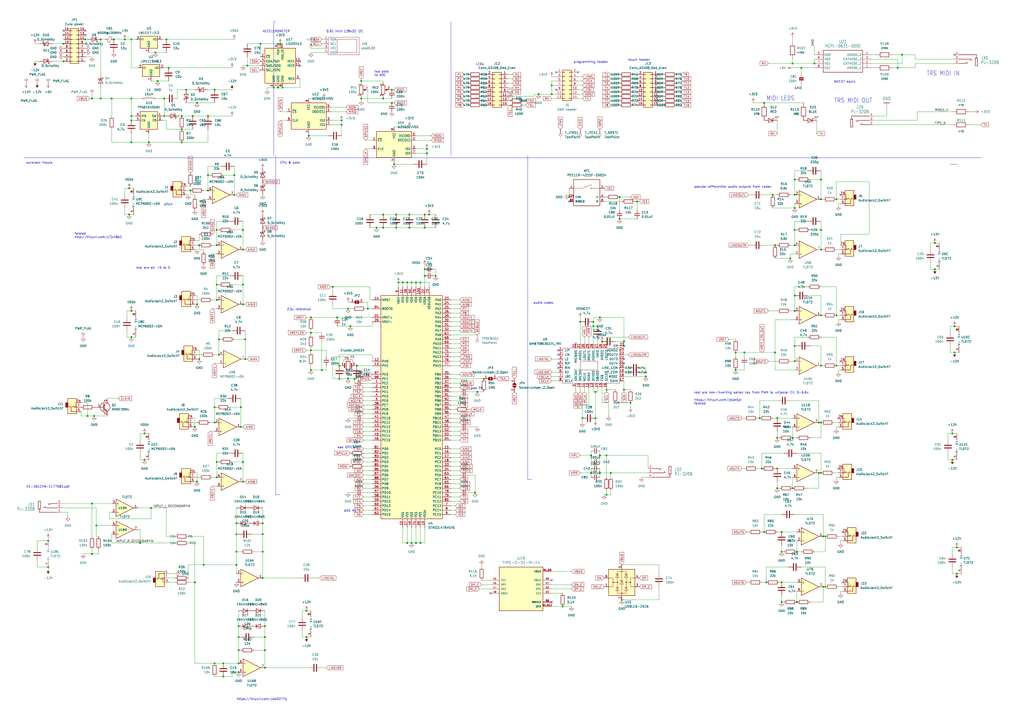
<source format=kicad_sch>
(kicad_sch (version 20230121) (generator eeschema)
  (paper "A2")
  (title_block (title "Plinky"))
  (lib_symbols
    (symbol "Amplifier_Operational:MCP6002-xSN" (pin_names (offset 0.127))
      (property "Reference" "U" (at 0 5.08 0))
      (property "Value" "MCP6002-xSN" (at 0 -5.08 0))
      (symbol "MCP6002-xSN_1_1"
        (pin output line (at 7.62 0 180) (length 2.54) (name "~") (number "1"))
        (pin input line (at -7.62 -2.54 0) (length 2.54) (name "-") (number "2"))
        (pin input line (at -7.62 2.54 0) (length 2.54) (name "+") (number "3"))
      )
      (symbol "MCP6002-xSN_2_1"
        (pin input line (at -7.62 2.54 0) (length 2.54) (name "+") (number "5"))
        (pin input line (at -7.62 -2.54 0) (length 2.54) (name "-") (number "6"))
        (pin output line (at 7.62 0 180) (length 2.54) (name "~") (number "7"))
      )
      (symbol "MCP6002-xSN_3_1"
        (pin power_in line (at -2.54 -7.62 90) (length 3.81) (name "V-") (number "4"))
        (pin power_in line (at -2.54 7.62 270) (length 3.81) (name "V+") (number "8"))
      )
    )
    (symbol "Amplifier_Operational:TL072" (pin_names (offset 0.127))
      (property "Reference" "U" (at 0 5.08 0))
      (property "Value" "TL072" (at 0 -5.08 0))
      (symbol "TL072_1_1"
        (pin output line (at 7.62 0 180) (length 2.54) (name "~") (number "1"))
        (pin input line (at -7.62 -2.54 0) (length 2.54) (name "-") (number "2"))
        (pin input line (at -7.62 2.54 0) (length 2.54) (name "+") (number "3"))
      )
      (symbol "TL072_2_1"
        (pin input line (at -7.62 2.54 0) (length 2.54) (name "+") (number "5"))
        (pin input line (at -7.62 -2.54 0) (length 2.54) (name "-") (number "6"))
        (pin output line (at 7.62 0 180) (length 2.54) (name "~") (number "7"))
      )
      (symbol "TL072_3_1"
        (pin power_in line (at -2.54 -7.62 90) (length 3.81) (name "V-") (number "4"))
        (pin power_in line (at -2.54 7.62 270) (length 3.81) (name "V+") (number "8"))
      )
    )
    (symbol "Connector:TestPoint" (pin_numbers hide) (pin_names (offset 0.762) hide)
      (property "Reference" "TP" (at 0 6.858 0))
      (property "Value" "TestPoint" (at 0 5.08 0))
      (symbol "TestPoint_1_1"
        (pin passive line (at 0 0 90) (length 2.54) (name "1") (number "1"))
      )
    )
    (symbol "Connector_Generic:Conn_02x07_Odd_Even" (pin_names (offset 1.016) hide)
      (property "Reference" "J" (at 1.27 10.16 0))
      (property "Value" "Conn_02x07_Odd_Even" (at 1.27 -10.16 0))
      (symbol "Conn_02x07_Odd_Even_1_1"
        (pin passive line (at -5.08 7.62 0) (length 3.81) (name "Pin_1") (number "1"))
        (pin passive line (at 7.62 -2.54 180) (length 3.81) (name "Pin_10") (number "10"))
        (pin passive line (at -5.08 -5.08 0) (length 3.81) (name "Pin_11") (number "11"))
        (pin passive line (at 7.62 -5.08 180) (length 3.81) (name "Pin_12") (number "12"))
        (pin passive line (at -5.08 -7.62 0) (length 3.81) (name "Pin_13") (number "13"))
        (pin passive line (at 7.62 -7.62 180) (length 3.81) (name "Pin_14") (number "14"))
        (pin passive line (at 7.62 7.62 180) (length 3.81) (name "Pin_2") (number "2"))
        (pin passive line (at -5.08 5.08 0) (length 3.81) (name "Pin_3") (number "3"))
        (pin passive line (at 7.62 5.08 180) (length 3.81) (name "Pin_4") (number "4"))
        (pin passive line (at -5.08 2.54 0) (length 3.81) (name "Pin_5") (number "5"))
        (pin passive line (at 7.62 2.54 180) (length 3.81) (name "Pin_6") (number "6"))
        (pin passive line (at -5.08 0 0) (length 3.81) (name "Pin_7") (number "7"))
        (pin passive line (at 7.62 0 180) (length 3.81) (name "Pin_8") (number "8"))
        (pin passive line (at -5.08 -2.54 0) (length 3.81) (name "Pin_9") (number "9"))
      )
    )
    (symbol "Connector_Generic:Conn_02x08_Odd_Even" (pin_names (offset 1.016) hide)
      (property "Reference" "J" (at 1.27 10.16 0))
      (property "Value" "Conn_02x08_Odd_Even" (at 1.27 -12.7 0))
      (symbol "Conn_02x08_Odd_Even_1_1"
        (pin passive line (at -5.08 7.62 0) (length 3.81) (name "Pin_1") (number "1"))
        (pin passive line (at 7.62 -2.54 180) (length 3.81) (name "Pin_10") (number "10"))
        (pin passive line (at -5.08 -5.08 0) (length 3.81) (name "Pin_11") (number "11"))
        (pin passive line (at 7.62 -5.08 180) (length 3.81) (name "Pin_12") (number "12"))
        (pin passive line (at -5.08 -7.62 0) (length 3.81) (name "Pin_13") (number "13"))
        (pin passive line (at 7.62 -7.62 180) (length 3.81) (name "Pin_14") (number "14"))
        (pin passive line (at -5.08 -10.16 0) (length 3.81) (name "Pin_15") (number "15"))
        (pin passive line (at 7.62 -10.16 180) (length 3.81) (name "Pin_16") (number "16"))
        (pin passive line (at 7.62 7.62 180) (length 3.81) (name "Pin_2") (number "2"))
        (pin passive line (at -5.08 5.08 0) (length 3.81) (name "Pin_3") (number "3"))
        (pin passive line (at 7.62 5.08 180) (length 3.81) (name "Pin_4") (number "4"))
        (pin passive line (at -5.08 2.54 0) (length 3.81) (name "Pin_5") (number "5"))
        (pin passive line (at 7.62 2.54 180) (length 3.81) (name "Pin_6") (number "6"))
        (pin passive line (at -5.08 0 0) (length 3.81) (name "Pin_7") (number "7"))
        (pin passive line (at 7.62 0 180) (length 3.81) (name "Pin_8") (number "8"))
        (pin passive line (at -5.08 -2.54 0) (length 3.81) (name "Pin_9") (number "9"))
      )
    )
    (symbol "Device:C" (pin_numbers hide) (pin_names (offset 0.254))
      (property "Reference" "C" (at 0.635 2.54 0))
      (property "Value" "C" (at 0.635 -2.54 0))
      (symbol "C_1_1"
        (pin passive line (at 0 3.81 270) (length 2.794) (name "~") (number "1"))
        (pin passive line (at 0 -3.81 90) (length 2.794) (name "~") (number "2"))
      )
    )
    (symbol "Device:C_Small" (pin_numbers hide) (pin_names (offset 0.254) hide)
      (property "Reference" "C" (at 0.254 1.778 0))
      (property "Value" "C_Small" (at 0.254 -2.032 0))
      (symbol "C_Small_1_1"
        (pin passive line (at 0 2.54 270) (length 2.032) (name "~") (number "1"))
        (pin passive line (at 0 -2.54 90) (length 2.032) (name "~") (number "2"))
      )
    )
    (symbol "Device:Crystal_GND24" (pin_names (offset 1.016) hide)
      (property "Reference" "Y" (at 3.175 5.08 0))
      (property "Value" "Crystal_GND24" (at 3.175 3.175 0))
      (symbol "Crystal_GND24_1_1"
        (pin passive line (at -3.81 0 0) (length 1.27) (name "1") (number "1"))
        (pin passive line (at 0 5.08 270) (length 1.27) (name "2") (number "2"))
        (pin passive line (at 3.81 0 180) (length 1.27) (name "3") (number "3"))
        (pin passive line (at 0 -5.08 90) (length 1.27) (name "4") (number "4"))
      )
    )
    (symbol "Device:D_Schottky" (pin_numbers hide) (pin_names (offset 1.016) hide)
      (property "Reference" "D" (at 0 2.54 0))
      (property "Value" "D_Schottky" (at 0 -2.54 0))
      (symbol "D_Schottky_1_1"
        (pin passive line (at -3.81 0 0) (length 2.54) (name "K") (number "1"))
        (pin passive line (at 3.81 0 180) (length 2.54) (name "A") (number "2"))
      )
    )
    (symbol "Device:L" (pin_numbers hide) (pin_names (offset 1.016) hide)
      (property "Reference" "L" (at -1.27 0 90))
      (property "Value" "L" (at 1.905 0 90))
      (symbol "L_1_1"
        (pin passive line (at 0 3.81 270) (length 1.27) (name "1") (number "1"))
        (pin passive line (at 0 -3.81 90) (length 1.27) (name "2") (number "2"))
      )
    )
    (symbol "Device:LED" (pin_numbers hide) (pin_names (offset 1.016) hide)
      (property "Reference" "D" (at 0 2.54 0))
      (property "Value" "LED" (at 0 -2.54 0))
      (symbol "LED_1_1"
        (pin passive line (at -3.81 0 0) (length 2.54) (name "K") (number "1"))
        (pin passive line (at 3.81 0 180) (length 2.54) (name "A") (number "2"))
      )
    )
    (symbol "Device:R" (pin_numbers hide) (pin_names (offset 0))
      (property "Reference" "R" (at 2.032 0 90))
      (property "Value" "R" (at 0 0 90))
      (symbol "R_1_1"
        (pin passive line (at 0 3.81 270) (length 1.27) (name "~") (number "1"))
        (pin passive line (at 0 -3.81 90) (length 1.27) (name "~") (number "2"))
      )
    )
    (symbol "Diode:1N4148WS" (pin_numbers hide) (pin_names hide)
      (property "Reference" "D" (at 0 2.54 0))
      (property "Value" "1N4148WS" (at 0 -2.54 0))
      (symbol "1N4148WS_1_1"
        (pin passive line (at -3.81 0 0) (length 2.54) (name "K") (number "1"))
        (pin passive line (at 3.81 0 180) (length 2.54) (name "A") (number "2"))
      )
    )
    (symbol "Jumper:SolderJumper_2_Open" (pin_names (offset 0) hide)
      (property "Reference" "JP" (at 0 2.032 0))
      (property "Value" "SolderJumper_2_Open" (at 0 -2.54 0))
      (symbol "SolderJumper_2_Open_1_1"
        (pin passive line (at -3.81 0 0) (length 2.54) (name "A") (number "1"))
        (pin passive line (at 3.81 0 180) (length 2.54) (name "B") (number "2"))
      )
    )
    (symbol "MICROMIDITRS-eagle-import:CAP_CERAMIC0603"
      (property "Reference" "C" (at 2.54 2.54 0))
      (symbol "CAP_CERAMIC0603_1_0"
        (pin passive line (at 0 5.08 270) (length 2.54) (name "P$1") (number "1"))
        (pin passive line (at 0 -2.54 90) (length 2.54) (name "P$2") (number "2"))
      )
    )
    (symbol "MICROMIDITRS-eagle-import:GND" (power)
      (property "Value" "GND" (at -2.54 -2.54 0))
      (symbol "GND_1_0"
        (pin power_in line (at 0 2.54 270) (length 2.54) (name "GND") (number "1"))
      )
    )
    (symbol "MICROMIDITRS-eagle-import:HCPL-0631-500E"
      (property "Reference" "U" (at 29.21 7.62 0))
      (symbol "HCPL-0631-500E_1_0"
        (pin bidirectional line (at 0 0 0) (length 5.08) (name "ANODE_1") (number "1"))
        (pin bidirectional line (at 0 -2.54 0) (length 5.08) (name "CATHODE_1") (number "2"))
        (pin bidirectional line (at 0 -5.08 0) (length 5.08) (name "CATHODE_2") (number "3"))
        (pin bidirectional line (at 0 -7.62 0) (length 5.08) (name "ANODE_2") (number "4"))
        (pin bidirectional line (at 33.02 -7.62 180) (length 5.08) (name "GND") (number "5"))
        (pin bidirectional line (at 33.02 -5.08 180) (length 5.08) (name "VO2") (number "6"))
        (pin bidirectional line (at 33.02 -2.54 180) (length 5.08) (name "VO1") (number "7"))
        (pin bidirectional line (at 33.02 0 180) (length 5.08) (name "VCC") (number "8"))
      )
    )
    (symbol "MICROMIDITRS-eagle-import:MICROBUILDER_RESISTOR_0603"
      (property "Reference" "R" (at 0 2.54 0))
      (symbol "MICROBUILDER_RESISTOR_0603_1_0"
        (pin passive line (at -5.08 0 0) (length 2.54) (name "1") (number "1"))
        (pin passive line (at 5.08 0 180) (length 2.54) (name "2") (number "2"))
      )
    )
    (symbol "MICROMIDITRS-eagle-import:PJ-320B"
      (property "Reference" "J" (at -5.08 5.08 0))
      (symbol "PJ-320B_1_0"
        (pin passive line (at 7.62 -2.54 180) (length 2.54) (name "TIP") (number "2"))
        (pin passive line (at 7.62 0 180) (length 2.54) (name "RING") (number "3"))
        (pin passive line (at 7.62 2.54 180) (length 2.54) (name "SLEEVE") (number "4"))
      )
    )
    (symbol "MyLibrary:TYPE-C-31-M-12" (pin_names (offset 1.016))
      (property "Reference" "J" (at -12.7 13.462 0))
      (property "Value" "TYPE-C-31-M-12" (at -12.7 -13.462 0))
      (symbol "TYPE-C-31-M-12_0_0"
        (pin power_in line (at 17.78 -10.16 180) (length 5.08) (name "GND") (number "A1_B12"))
        (pin power_in line (at 17.78 10.16 180) (length 5.08) (name "VBUS") (number "A4_B9"))
        (pin bidirectional line (at -17.78 5.08 0) (length 5.08) (name "CC1") (number "A5"))
        (pin bidirectional line (at -17.78 2.54 0) (length 5.08) (name "DP1") (number "A6"))
        (pin bidirectional line (at -17.78 0 0) (length 5.08) (name "DN1") (number "A7"))
        (pin bidirectional line (at -17.78 -2.54 0) (length 5.08) (name "SBU1") (number "A8"))
        (pin power_in line (at 17.78 -10.16 180) (length 5.08) (name "GND") (number "B1_A12"))
        (pin power_in line (at 17.78 10.16 180) (length 5.08) (name "VBUS") (number "B4_A9"))
        (pin bidirectional line (at 17.78 -2.54 180) (length 5.08) (name "CC2") (number "B5"))
        (pin bidirectional line (at 17.78 0 180) (length 5.08) (name "DP2") (number "B6"))
        (pin bidirectional line (at 17.78 2.54 180) (length 5.08) (name "DN2") (number "B7"))
        (pin bidirectional line (at 17.78 5.08 180) (length 5.08) (name "SBU2") (number "B8"))
        (pin passive line (at 17.78 -7.62 180) (length 5.08) (name "SHIELD") (number "S1"))
        (pin passive line (at 17.78 -7.62 180) (length 5.08) (name "SHIELD") (number "S2"))
        (pin passive line (at 17.78 -7.62 180) (length 5.08) (name "SHIELD") (number "S3"))
        (pin passive line (at 17.78 -7.62 180) (length 5.08) (name "SHIELD") (number "S4"))
      )
    )
    (symbol "PEC11R-4215F-S0024_1" (pin_names (offset 1.016))
      (property "Reference" "MT" (at -7.62 8.89 0))
      (property "Value" "PEC11R-4215F-S0024" (at -7.62 -8.89 0))
      (symbol "PEC11R-4215F-S0024_1_0_0"
        (pin passive line (at -10.16 2.54 0) (length 2.54) (name "~") (number "1"))
        (pin passive line (at 10.16 2.54 180) (length 2.54) (name "~") (number "2"))
        (pin passive line (at 10.16 -2.54 180) (length 2.54) (name "A") (number "A"))
        (pin passive line (at 10.16 -5.08 180) (length 2.54) (name "B") (number "B"))
        (pin passive line (at -10.16 -2.54 0) (length 2.54) (name "COM") (number "COM"))
        (pin passive line (at -10.16 -5.08 0) (length 2.54) (name "SHIELD") (number "S1"))
        (pin passive line (at -10.16 -5.08 0) (length 2.54) (name "SHIELD") (number "S2"))
      )
    )
    (symbol "PEC11R-4215F-S0024_2" (pin_names (offset 1.016))
      (property "Reference" "MT" (at -7.62 8.89 0))
      (property "Value" "PEC11R-4215F-S0024" (at -7.62 -8.89 0))
      (symbol "PEC11R-4215F-S0024_2_0_0"
        (pin passive line (at -10.16 2.54 0) (length 2.54) (name "~") (number "1"))
        (pin passive line (at 10.16 2.54 180) (length 2.54) (name "~") (number "2"))
        (pin passive line (at 10.16 -2.54 180) (length 2.54) (name "A") (number "A"))
        (pin passive line (at 10.16 -5.08 180) (length 2.54) (name "B") (number "B"))
        (pin passive line (at -10.16 -2.54 0) (length 2.54) (name "COM") (number "COM"))
        (pin passive line (at -10.16 -5.08 0) (length 2.54) (name "SHIELD") (number "S1"))
        (pin passive line (at -10.16 -5.08 0) (length 2.54) (name "SHIELD") (number "S2"))
      )
    )
    (symbol "Power_Protection:USBLC6-2SC6" (pin_names hide)
      (property "Reference" "U" (at 2.54 8.89 0))
      (property "Value" "USBLC6-2SC6" (at 2.54 -8.89 0))
      (symbol "USBLC6-2SC6_1_1"
        (pin passive line (at -10.16 -2.54 0) (length 2.54) (name "I/O1") (number "1"))
        (pin passive line (at 0 -10.16 90) (length 2.54) (name "GND") (number "2"))
        (pin passive line (at 10.16 -2.54 180) (length 2.54) (name "I/O2") (number "3"))
        (pin passive line (at 10.16 2.54 180) (length 2.54) (name "I/O2") (number "4"))
        (pin passive line (at 0 10.16 270) (length 2.54) (name "VBUS") (number "5"))
        (pin passive line (at -10.16 2.54 0) (length 2.54) (name "I/O1") (number "6"))
      )
    )
    (symbol "Regulator_Switching:TPS61040DBV"
      (property "Reference" "U" (at -5.08 6.35 0))
      (property "Value" "TPS61040DBV" (at 0 6.35 0))
      (symbol "TPS61040DBV_1_1"
        (pin power_out line (at 7.62 2.54 180) (length 2.54) (name "SW") (number "1"))
        (pin power_in line (at 0 -7.62 90) (length 2.54) (name "GND") (number "2"))
        (pin input line (at 7.62 0 180) (length 2.54) (name "FB") (number "3"))
        (pin input line (at -7.62 0 0) (length 2.54) (name "EN") (number "4"))
        (pin power_in line (at -7.62 2.54 0) (length 2.54) (name "VIN") (number "5"))
      )
    )
    (symbol "Transistor_BJT:MMBT3904" (pin_names (offset 0) hide)
      (property "Reference" "Q" (at 5.08 1.905 0))
      (property "Value" "MMBT3904" (at 5.08 0 0))
      (symbol "MMBT3904_1_1"
        (pin input line (at -5.08 0 0) (length 5.715) (name "B") (number "1"))
        (pin passive line (at 2.54 -5.08 90) (length 2.54) (name "E") (number "2"))
        (pin passive line (at 2.54 5.08 270) (length 2.54) (name "C") (number "3"))
      )
    )
    (symbol "plinkyblack-rescue:AudioJack2_SwitchT-Connector"
      (property "Reference" "J" (at 0 8.89 0))
      (property "Value" "Connector_AudioJack2_SwitchT" (at 0 6.35 0))
      (symbol "AudioJack2_SwitchT-Connector_1_1"
        (pin passive line (at 5.08 2.54 180) (length 2.54) (name "~") (number "S"))
        (pin passive line (at 5.08 0 180) (length 2.54) (name "~") (number "T"))
        (pin passive line (at 5.08 -2.54 180) (length 2.54) (name "~") (number "TN"))
      )
    )
    (symbol "plinkyblack-rescue:Ferrite_Bead_Small-Device" (pin_numbers hide) (pin_names (offset 0))
      (property "Reference" "FB" (at 1.905 1.27 0))
      (property "Value" "Device_Ferrite_Bead_Small" (at 1.905 -1.27 0))
      (symbol "Ferrite_Bead_Small-Device_1_1"
        (pin passive line (at 0 2.54 270) (length 1.27) (name "~") (number "1"))
        (pin passive line (at 0 -2.54 90) (length 1.27) (name "~") (number "2"))
      )
    )
    (symbol "plinkyblack-rescue:LIS2DE12-Sensor_Motion"
      (property "Reference" "U" (at -5.08 11.43 0))
      (property "Value" "Sensor_Motion_LIS2DE12" (at 3.81 11.43 0))
      (symbol "LIS2DE12-Sensor_Motion_1_1"
        (pin input line (at -10.16 -2.54 0) (length 2.54) (name "SCL/SPC") (number "1"))
        (pin power_in line (at 2.54 12.7 270) (length 2.54) (name "Vdd_IO") (number "10"))
        (pin output line (at 12.7 0 180) (length 2.54) (name "INT2") (number "11"))
        (pin output line (at 12.7 2.54 180) (length 2.54) (name "INT1") (number "12"))
        (pin input line (at -10.16 5.08 0) (length 2.54) (name "~{CS}") (number "2"))
        (pin bidirectional line (at -10.16 0 0) (length 2.54) (name "SA0/SDO") (number "3"))
        (pin bidirectional line (at -10.16 2.54 0) (length 2.54) (name "SDA/SDI") (number "4"))
        (pin passive line (at 12.7 -7.62 180) (length 2.54) (name "RES") (number "5"))
        (pin power_in line (at -2.54 -12.7 90) (length 2.54) (name "GND") (number "6"))
        (pin power_in line (at 0 -12.7 90) (length 2.54) (name "GND") (number "7"))
        (pin power_in line (at 2.54 -12.7 90) (length 2.54) (name "GND") (number "8"))
        (pin power_in line (at 0 12.7 270) (length 2.54) (name "Vdd") (number "9"))
      )
    )
    (symbol "plinkyblack-rescue:LM1117-3.3-Regulator_Linear" (pin_names (offset 0.254))
      (property "Reference" "U" (at -3.81 3.175 0))
      (property "Value" "Regulator_Linear_LM1117-3.3" (at 0 3.175 0))
      (symbol "LM1117-3.3-Regulator_Linear_1_1"
        (pin power_in line (at 0 -7.62 90) (length 2.54) (name "GND") (number "1"))
        (pin power_out line (at 7.62 0 180) (length 2.54) (name "VO") (number "2"))
        (pin power_in line (at -7.62 0 0) (length 2.54) (name "VI") (number "3"))
      )
    )
    (symbol "plinkyblack-rescue:R_POT-Device" (pin_names (offset 1.016) hide)
      (property "Reference" "RV" (at -4.445 0 90))
      (property "Value" "Device_R_POT" (at -2.54 0 90))
      (symbol "R_POT-Device_1_1"
        (pin passive line (at 0 3.81 270) (length 1.27) (name "1") (number "1"))
        (pin passive line (at 3.81 0 180) (length 1.27) (name "2") (number "2"))
        (pin passive line (at 0 -3.81 90) (length 1.27) (name "3") (number "3"))
      )
    )
    (symbol "plinkyblack-rescue:STM32L476VGTx-MCU_ST_STM32L4"
      (property "Reference" "U" (at -17.78 64.77 0))
      (property "Value" "MCU_ST_STM32L4_STM32L476VGTx" (at 12.7 64.77 0))
      (symbol "STM32L476VGTx-MCU_ST_STM32L4_1_1"
        (pin bidirectional line (at -22.86 12.7 0) (length 5.08) (name "PE2") (number "1"))
        (pin power_in line (at -5.08 -71.12 90) (length 5.08) (name "VSS") (number "10"))
        (pin power_in line (at 5.08 68.58 270) (length 5.08) (name "VDD") (number "100"))
        (pin power_in line (at -5.08 68.58 270) (length 5.08) (name "VDD") (number "11"))
        (pin input line (at -22.86 25.4 0) (length 5.08) (name "PH0") (number "12"))
        (pin input line (at -22.86 22.86 0) (length 5.08) (name "PH1") (number "13"))
        (pin input line (at -22.86 60.96 0) (length 5.08) (name "NRST") (number "14"))
        (pin bidirectional line (at 22.86 -25.4 180) (length 5.08) (name "PC0") (number "15"))
        (pin bidirectional line (at 22.86 -27.94 180) (length 5.08) (name "PC1") (number "16"))
        (pin bidirectional line (at 22.86 -30.48 180) (length 5.08) (name "PC2") (number "17"))
        (pin bidirectional line (at 22.86 -33.02 180) (length 5.08) (name "PC3") (number "18"))
        (pin power_in line (at 7.62 -71.12 90) (length 5.08) (name "VSSA") (number "19"))
        (pin bidirectional line (at -22.86 10.16 0) (length 5.08) (name "PE3") (number "2"))
        (pin power_in line (at -22.86 48.26 0) (length 5.08) (name "VREF-") (number "20"))
        (pin bidirectional line (at -22.86 50.8 0) (length 5.08) (name "VREF+") (number "21"))
        (pin power_in line (at 7.62 68.58 270) (length 5.08) (name "VDDA") (number "22"))
        (pin bidirectional line (at 22.86 60.96 180) (length 5.08) (name "PA0") (number "23"))
        (pin bidirectional line (at 22.86 58.42 180) (length 5.08) (name "PA1") (number "24"))
        (pin bidirectional line (at 22.86 55.88 180) (length 5.08) (name "PA2") (number "25"))
        (pin bidirectional line (at 22.86 53.34 180) (length 5.08) (name "PA3") (number "26"))
        (pin power_in line (at -2.54 -71.12 90) (length 5.08) (name "VSS") (number "27"))
        (pin power_in line (at -2.54 68.58 270) (length 5.08) (name "VDD") (number "28"))
        (pin bidirectional line (at 22.86 50.8 180) (length 5.08) (name "PA4") (number "29"))
        (pin bidirectional line (at -22.86 7.62 0) (length 5.08) (name "PE4") (number "3"))
        (pin bidirectional line (at 22.86 48.26 180) (length 5.08) (name "PA5") (number "30"))
        (pin bidirectional line (at 22.86 45.72 180) (length 5.08) (name "PA6") (number "31"))
        (pin bidirectional line (at 22.86 43.18 180) (length 5.08) (name "PA7") (number "32"))
        (pin bidirectional line (at 22.86 -35.56 180) (length 5.08) (name "PC4") (number "33"))
        (pin bidirectional line (at 22.86 -38.1 180) (length 5.08) (name "PC5") (number "34"))
        (pin bidirectional line (at 22.86 17.78 180) (length 5.08) (name "PB0") (number "35"))
        (pin bidirectional line (at 22.86 15.24 180) (length 5.08) (name "PB1") (number "36"))
        (pin bidirectional line (at 22.86 12.7 180) (length 5.08) (name "PB2") (number "37"))
        (pin bidirectional line (at -22.86 0 0) (length 5.08) (name "PE7") (number "38"))
        (pin bidirectional line (at -22.86 -2.54 0) (length 5.08) (name "PE8") (number "39"))
        (pin bidirectional line (at -22.86 5.08 0) (length 5.08) (name "PE5") (number "4"))
        (pin bidirectional line (at -22.86 -5.08 0) (length 5.08) (name "PE9") (number "40"))
        (pin bidirectional line (at -22.86 -7.62 0) (length 5.08) (name "PE10") (number "41"))
        (pin bidirectional line (at -22.86 -10.16 0) (length 5.08) (name "PE11") (number "42"))
        (pin bidirectional line (at -22.86 -12.7 0) (length 5.08) (name "PE12") (number "43"))
        (pin bidirectional line (at -22.86 -15.24 0) (length 5.08) (name "PE13") (number "44"))
        (pin bidirectional line (at -22.86 -17.78 0) (length 5.08) (name "PE14") (number "45"))
        (pin bidirectional line (at -22.86 -20.32 0) (length 5.08) (name "PE15") (number "46"))
        (pin bidirectional line (at 22.86 -7.62 180) (length 5.08) (name "PB10") (number "47"))
        (pin bidirectional line (at 22.86 -10.16 180) (length 5.08) (name "PB11") (number "48"))
        (pin power_in line (at 0 -71.12 90) (length 5.08) (name "VSS") (number "49"))
        (pin bidirectional line (at -22.86 2.54 0) (length 5.08) (name "PE6") (number "5"))
        (pin power_in line (at 0 68.58 270) (length 5.08) (name "VDD") (number "50"))
        (pin bidirectional line (at 22.86 -12.7 180) (length 5.08) (name "PB12") (number "51"))
        (pin bidirectional line (at 22.86 -15.24 180) (length 5.08) (name "PB13") (number "52"))
        (pin bidirectional line (at 22.86 -17.78 180) (length 5.08) (name "PB14") (number "53"))
        (pin bidirectional line (at 22.86 -20.32 180) (length 5.08) (name "PB15") (number "54"))
        (pin bidirectional line (at -22.86 -45.72 0) (length 5.08) (name "PD8") (number "55"))
        (pin bidirectional line (at -22.86 -48.26 0) (length 5.08) (name "PD9") (number "56"))
        (pin bidirectional line (at -22.86 -50.8 0) (length 5.08) (name "PD10") (number "57"))
        (pin bidirectional line (at -22.86 -53.34 0) (length 5.08) (name "PD11") (number "58"))
        (pin bidirectional line (at -22.86 -55.88 0) (length 5.08) (name "PD12") (number "59"))
        (pin power_in line (at -7.62 68.58 270) (length 5.08) (name "VBAT") (number "6"))
        (pin bidirectional line (at -22.86 -58.42 0) (length 5.08) (name "PD13") (number "60"))
        (pin bidirectional line (at -22.86 -60.96 0) (length 5.08) (name "PD14") (number "61"))
        (pin bidirectional line (at -22.86 -63.5 0) (length 5.08) (name "PD15") (number "62"))
        (pin bidirectional line (at 22.86 -40.64 180) (length 5.08) (name "PC6") (number "63"))
        (pin bidirectional line (at 22.86 -43.18 180) (length 5.08) (name "PC7") (number "64"))
        (pin bidirectional line (at 22.86 -45.72 180) (length 5.08) (name "PC8") (number "65"))
        (pin bidirectional line (at 22.86 -48.26 180) (length 5.08) (name "PC9") (number "66"))
        (pin bidirectional line (at 22.86 40.64 180) (length 5.08) (name "PA8") (number "67"))
        (pin bidirectional line (at 22.86 38.1 180) (length 5.08) (name "PA9") (number "68"))
        (pin bidirectional line (at 22.86 35.56 180) (length 5.08) (name "PA10") (number "69"))
        (pin bidirectional line (at 22.86 -58.42 180) (length 5.08) (name "PC13") (number "7"))
        (pin bidirectional line (at 22.86 33.02 180) (length 5.08) (name "PA11") (number "70"))
        (pin bidirectional line (at 22.86 30.48 180) (length 5.08) (name "PA12") (number "71"))
        (pin bidirectional line (at 22.86 27.94 180) (length 5.08) (name "PA13") (number "72"))
        (pin power_in line (at 10.16 68.58 270) (length 5.08) (name "VDDUSB") (number "73"))
        (pin power_in line (at 2.54 -71.12 90) (length 5.08) (name "VSS") (number "74"))
        (pin power_in line (at 2.54 68.58 270) (length 5.08) (name "VDD") (number "75"))
        (pin bidirectional line (at 22.86 25.4 180) (length 5.08) (name "PA14") (number "76"))
        (pin bidirectional line (at 22.86 22.86 180) (length 5.08) (name "PA15") (number "77"))
        (pin bidirectional line (at 22.86 -50.8 180) (length 5.08) (name "PC10") (number "78"))
        (pin bidirectional line (at 22.86 -53.34 180) (length 5.08) (name "PC11") (number "79"))
        (pin bidirectional line (at 22.86 -60.96 180) (length 5.08) (name "PC14") (number "8"))
        (pin bidirectional line (at 22.86 -55.88 180) (length 5.08) (name "PC12") (number "80"))
        (pin bidirectional line (at -22.86 -25.4 0) (length 5.08) (name "PD0") (number "81"))
        (pin bidirectional line (at -22.86 -27.94 0) (length 5.08) (name "PD1") (number "82"))
        (pin bidirectional line (at -22.86 -30.48 0) (length 5.08) (name "PD2") (number "83"))
        (pin bidirectional line (at -22.86 -33.02 0) (length 5.08) (name "PD3") (number "84"))
        (pin bidirectional line (at -22.86 -35.56 0) (length 5.08) (name "PD4") (number "85"))
        (pin bidirectional line (at -22.86 -38.1 0) (length 5.08) (name "PD5") (number "86"))
        (pin bidirectional line (at -22.86 -40.64 0) (length 5.08) (name "PD6") (number "87"))
        (pin bidirectional line (at -22.86 -43.18 0) (length 5.08) (name "PD7") (number "88"))
        (pin bidirectional line (at 22.86 10.16 180) (length 5.08) (name "PB3") (number "89"))
        (pin bidirectional line (at 22.86 -63.5 180) (length 5.08) (name "PC15") (number "9"))
        (pin bidirectional line (at 22.86 7.62 180) (length 5.08) (name "PB4") (number "90"))
        (pin bidirectional line (at 22.86 5.08 180) (length 5.08) (name "PB5") (number "91"))
        (pin bidirectional line (at 22.86 2.54 180) (length 5.08) (name "PB6") (number "92"))
        (pin bidirectional line (at 22.86 0 180) (length 5.08) (name "PB7") (number "93"))
        (pin input line (at -22.86 55.88 0) (length 5.08) (name "BOOT0") (number "94"))
        (pin bidirectional line (at 22.86 -2.54 180) (length 5.08) (name "PB8") (number "95"))
        (pin bidirectional line (at 22.86 -5.08 180) (length 5.08) (name "PB9") (number "96"))
        (pin bidirectional line (at -22.86 17.78 0) (length 5.08) (name "PE0") (number "97"))
        (pin bidirectional line (at -22.86 15.24 0) (length 5.08) (name "PE1") (number "98"))
        (pin power_in line (at 5.08 -71.12 90) (length 5.08) (name "VSS") (number "99"))
      )
    )
    (symbol "plinkyblack-rescue:W25Q32JVSS-Memory_Flash"
      (property "Reference" "U" (at -8.89 8.89 0))
      (property "Value" "Memory_Flash_W25Q32JVSS" (at 7.62 8.89 0))
      (symbol "W25Q32JVSS-Memory_Flash_1_1"
        (pin input line (at -12.7 2.54 0) (length 2.54) (name "~{CS}") (number "1"))
        (pin bidirectional line (at 12.7 2.54 180) (length 2.54) (name "DO(IO1)") (number "2"))
        (pin bidirectional line (at 12.7 -2.54 180) (length 2.54) (name "IO2") (number "3"))
        (pin power_in line (at 0 -10.16 90) (length 2.54) (name "GND") (number "4"))
        (pin bidirectional line (at 12.7 5.08 180) (length 2.54) (name "DI(IO0)") (number "5"))
        (pin input line (at -12.7 -2.54 0) (length 2.54) (name "CLK") (number "6"))
        (pin bidirectional line (at 12.7 -5.08 180) (length 2.54) (name "IO3") (number "7"))
        (pin power_in line (at 0 10.16 270) (length 2.54) (name "VCC") (number "8"))
      )
    )
    (symbol "plinkyblack-rescue:oled0.91-cap" (pin_names (offset 1.016))
      (property "Reference" "U" (at -1.27 -1.27 0))
      (property "Value" "oled0.91-cap" (at 2.54 1.27 0))
      (symbol "oled0.91-cap_1_1"
        (pin input line (at -11.43 3.81 0) (length 2.54) (name "SDA") (number "1"))
        (pin input line (at -11.43 1.27 0) (length 2.54) (name "SCL") (number "2"))
        (pin input line (at -11.43 -1.27 0) (length 2.54) (name "VCC") (number "3"))
        (pin input line (at -11.43 -3.81 0) (length 2.54) (name "GND") (number "4"))
      )
    )
    (symbol "power:+12V" (power) (pin_names (offset 0))
      (property "Value" "+12V" (at 0 3.556 0))
      (symbol "+12V_1_1"
        (pin power_in line (at 0 0 90) (length 0) hide (name "+12V") (number "1"))
      )
    )
    (symbol "power:+3V3" (power) (pin_names (offset 0))
      (property "Value" "+3V3" (at 0 3.556 0))
      (symbol "+3V3_1_1"
        (pin power_in line (at 0 0 90) (length 0) hide (name "+3V3") (number "1"))
      )
    )
    (symbol "power:+5V" (power) (pin_names (offset 0))
      (property "Value" "+5V" (at 0 3.556 0))
      (symbol "+5V_1_1"
        (pin power_in line (at 0 0 90) (length 0) hide (name "+5V") (number "1"))
      )
    )
    (symbol "power:-12V" (power) (pin_names (offset 0))
      (property "Value" "-12V" (at 0 3.81 0))
      (symbol "-12V_0_0"
        (pin power_in line (at 0 0 90) (length 0) hide (name "-12V") (number "1"))
      )
    )
    (symbol "power:GND" (power) (pin_names (offset 0))
      (property "Value" "GND" (at 0 -3.81 0))
      (symbol "GND_1_1"
        (pin power_in line (at 0 0 270) (length 0) hide (name "GND") (number "1"))
      )
    )
    (symbol "power:PWR_FLAG" (power) (pin_numbers hide) (pin_names (offset 0) hide)
      (property "Value" "PWR_FLAG" (at 0 3.81 0))
      (symbol "PWR_FLAG_0_0"
        (pin power_out line (at 0 0 90) (length 0) (name "pwr") (number "1"))
      )
    )
    (symbol "power:VDDA" (power) (pin_names (offset 0))
      (property "Value" "VDDA" (at 0 3.81 0))
      (symbol "VDDA_1_1"
        (pin power_in line (at 0 0 90) (length 0) hide (name "VDDA") (number "1"))
      )
    )
    (symbol "wagyu-rescue:WM8758B-cap" (pin_names (offset 1.016))
      (property "Reference" "U" (at -1.27 -1.27 0))
      (property "Value" "WM8758B-cap" (at -1.27 1.27 0))
      (symbol "WM8758B-cap_1_1"
        (pin input line (at -19.05 8.89 0) (length 2.54) (name "LIP") (number "1"))
        (pin input line (at -6.35 -12.7 90) (length 2.54) (name "DACDAT") (number "10"))
        (pin input line (at -3.81 -12.7 90) (length 2.54) (name "MCLK") (number "11"))
        (pin input line (at -1.27 -12.7 90) (length 2.54) (name "DGND") (number "12"))
        (pin input line (at 1.27 -12.7 90) (length 2.54) (name "DCVDD") (number "13"))
        (pin input line (at 3.81 -12.7 90) (length 2.54) (name "DBVDD") (number "14"))
        (pin input line (at 6.35 -12.7 90) (length 2.54) (name "CSB") (number "15"))
        (pin input line (at 8.89 -12.7 90) (length 2.54) (name "SCLK") (number "16"))
        (pin input line (at 19.05 -8.89 180) (length 2.54) (name "SDIN") (number "17"))
        (pin input line (at 19.05 -6.35 180) (length 2.54) (name "MODE") (number "18"))
        (pin input line (at 19.05 -3.81 180) (length 2.54) (name "HP_COM") (number "19"))
        (pin input line (at -19.05 6.35 0) (length 2.54) (name "LIN") (number "2"))
        (pin input line (at 19.05 -1.27 180) (length 2.54) (name "LINE_COM") (number "20"))
        (pin input line (at 19.05 1.27 180) (length 2.54) (name "OUT4") (number "21"))
        (pin input line (at 19.05 3.81 180) (length 2.54) (name "OUT3") (number "22"))
        (pin input line (at 19.05 6.35 180) (length 2.54) (name "ROUT2") (number "23"))
        (pin input line (at 19.05 8.89 180) (length 2.54) (name "AGND2") (number "24"))
        (pin input line (at 8.89 12.7 270) (length 2.54) (name "LOUT2") (number "25"))
        (pin input line (at 6.35 12.7 270) (length 2.54) (name "AVDD2") (number "26"))
        (pin input line (at 3.81 12.7 270) (length 2.54) (name "VMID") (number "27"))
        (pin input line (at 1.27 12.7 270) (length 2.54) (name "AGND1") (number "28"))
        (pin input line (at -1.27 12.7 270) (length 2.54) (name "ROUT1") (number "29"))
        (pin input line (at -19.05 3.81 0) (length 2.54) (name "L2") (number "3"))
        (pin input line (at -3.81 12.7 270) (length 2.54) (name "LOUT1") (number "30"))
        (pin input line (at -6.35 12.7 270) (length 2.54) (name "AVDD1") (number "31"))
        (pin input line (at -8.89 12.7 270) (length 2.54) (name "MICBIAS") (number "32"))
        (pin input line (at 19.05 11.43 180) (length 2.54) (name "EP") (number "33"))
        (pin input line (at -19.05 1.27 0) (length 2.54) (name "RIP") (number "4"))
        (pin input line (at -19.05 -1.27 0) (length 2.54) (name "RIN") (number "5"))
        (pin input line (at -19.05 -3.81 0) (length 2.54) (name "R2") (number "6"))
        (pin input line (at -19.05 -6.35 0) (length 2.54) (name "LRC") (number "7"))
        (pin input line (at -19.05 -8.89 0) (length 2.54) (name "BCLK") (number "8"))
        (pin input line (at -8.89 -12.7 90) (length 2.54) (name "ADCDAT") (number "9"))
      )
    )
  )
  (junction (at 50.8 241.3))
  (junction (at 458.47 149.86))
  (junction (at 138.43 389.89))
  (junction (at 81.28 314.96))
  (junction (at 127 196.85))
  (junction (at 237.49 132.08))
  (junction (at 227.33 52.07))
  (junction (at 476.25 133.35))
  (junction (at 76.2 180.34))
  (junction (at 476.25 182.88))
  (junction (at 247.65 86.36))
  (junction (at 125.73 133.35))
  (junction (at 58.42 57.15))
  (junction (at 359.41 114.3))
  (junction (at 453.39 320.04))
  (junction (at 142.24 208.28))
  (junction (at 326.39 351.79))
  (junction (at 523.24 31.75))
  (junction (at 248.92 124.46))
  (junction (at 162.56 25.4))
  (junction (at 374.65 215.9))
  (junction (at 27.94 328.93))
  (junction (at 143.51 38.1))
  (junction (at 228.6 95.25))
  (junction (at 246.38 160.02))
  (junction (at 163.83 50.8))
  (junction (at 180.34 214.63))
  (junction (at 361.95 226.06))
  (junction (at 36.83 35.56))
  (junction (at 476.25 274.32))
  (junction (at 195.58 184.15))
  (junction (at 205.74 219.71))
  (junction (at 365.76 233.68))
  (junction (at 96.52 22.86))
  (junction (at 354.33 274.32))
  (junction (at 129.54 392.43))
  (junction (at 459.74 254))
  (junction (at 153.67 369.57))
  (junction (at 153.67 377.19))
  (junction (at 246.38 124.46))
  (junction (at 236.22 314.96))
  (junction (at 461.01 171.45))
  (junction (at 449.58 204.47))
  (junction (at 462.28 320.04))
  (junction (at 554.99 332.74))
  (junction (at 114.3 59.69))
  (junction (at 243.84 314.96))
  (junction (at 53.34 321.31))
  (junction (at 138.43 363.22))
  (junction (at 276.86 227.33))
  (junction (at 227.33 59.69))
  (junction (at 553.72 204.47))
  (junction (at 461.01 113.03))
  (junction (at 125.73 173.99))
  (junction (at 213.36 179.07))
  (junction (at 120.65 110.49))
  (junction (at 115.57 208.28))
  (junction (at 158.75 50.8))
  (junction (at 477.52 340.36))
  (junction (at 124.46 245.11))
  (junction (at 90.17 30.48))
  (junction (at 450.85 242.57))
  (junction (at 125.73 142.24))
  (junction (at 459.74 36.83))
  (junction (at 66.04 22.86))
  (junction (at 542.29 140.97))
  (junction (at 485.14 212.09))
  (junction (at 151.13 25.4))
  (junction (at 337.82 242.57))
  (junction (at 140.97 144.78))
  (junction (at 443.23 59.69))
  (junction (at 360.68 347.98))
  (junction (at 359.41 127))
  (junction (at 218.44 132.08))
  (junction (at 349.25 198.12))
  (junction (at 552.45 251.46))
  (junction (at 137.16 303.53))
  (junction (at 27.94 313.69))
  (junction (at 76.2 82.55))
  (junction (at 177.8 369.57))
  (junction (at 342.9 264.16))
  (junction (at 231.14 163.83))
  (junction (at 91.44 46.99))
  (junction (at 55.88 304.8))
  (junction (at 553.72 189.23))
  (junction (at 198.12 69.85))
  (junction (at 450.85 254))
  (junction (at 552.45 266.7))
  (junction (at 125.73 165.1))
  (junction (at 140.97 133.35))
  (junction (at 161.29 50.8))
  (junction (at 196.85 219.71))
  (junction (at 238.76 314.96))
  (junction (at 110.49 110.49))
  (junction (at 462.28 349.25))
  (junction (at 118.11 327.66))
  (junction (at 241.3 163.83))
  (junction (at 198.12 72.39))
  (junction (at 53.34 292.1))
  (junction (at 129.54 384.81))
  (junction (at 476.25 245.11))
  (junction (at 222.25 124.46))
  (junction (at 485.14 182.88))
  (junction (at 180.34 193.04))
  (junction (at 186.69 214.63))
  (junction (at 137.16 309.88))
  (junction (at 461.01 200.66))
  (junction (at 478.79 340.36))
  (junction (at 111.76 67.31))
  (junction (at 312.42 54.61))
  (junction (at 450.85 283.21))
  (junction (at 351.79 264.16))
  (junction (at 229.87 132.08))
  (junction (at 125.73 267.97))
  (junction (at 361.95 200.66))
  (junction (at 461.01 180.34))
  (junction (at 179.07 78.74))
  (junction (at 114.3 176.53))
  (junction (at 105.41 82.55))
  (junction (at 476.25 104.14))
  (junction (at 461.01 133.35))
  (junction (at 76.2 57.15))
  (junction (at 54.61 241.3))
  (junction (at 459.74 283.21))
  (junction (at 127 205.74))
  (junction (at 180.34 184.15))
  (junction (at 86.36 82.55))
  (junction (at 152.4 303.53))
  (junction (at 53.34 57.15))
  (junction (at 280.67 219.71))
  (junction (at 97.79 39.37))
  (junction (at 472.44 36.83))
  (junction (at 448.31 113.03))
  (junction (at 201.93 219.71))
  (junction (at 449.58 142.24))
  (junction (at 114.3 279.4))
  (junction (at 177.8 354.33))
  (junction (at 105.41 74.93))
  (junction (at 87.63 294.64))
  (junction (at 426.72 204.47))
  (junction (at 125.73 276.86))
  (junction (at 124.46 384.81))
  (junction (at 426.72 214.63))
  (junction (at 76.2 67.31))
  (junction (at 246.38 156.21))
  (junction (at 345.44 227.33))
  (junction (at 76.2 69.85))
  (junction (at 444.5 337.82))
  (junction (at 246.38 132.08))
  (junction (at 153.67 387.35))
  (junction (at 113.03 247.65))
  (junction (at 453.39 308.61))
  (junction (at 138.43 384.81))
  (junction (at 76.2 195.58))
  (junction (at 105.41 67.31))
  (junction (at 152.4 309.88))
  (junction (at 95.25 67.31))
  (junction (at 345.44 242.57))
  (junction (at 464.82 39.37))
  (junction (at 474.98 274.32))
  (junction (at 201.93 179.07))
  (junction (at 431.8 204.47))
  (junction (at 243.84 163.83))
  (junction (at 320.04 54.61))
  (junction (at 461.01 209.55))
  (junction (at 203.2 189.23))
  (junction (at 76.2 22.86))
  (junction (at 554.99 317.5))
  (junction (at 347.98 274.32))
  (junction (at 139.7 247.65))
  (junction (at 485.14 115.57))
  (junction (at 72.39 22.86))
  (junction (at 64.77 57.15))
  (junction (at 474.98 245.11))
  (junction (at 83.82 266.7))
  (junction (at 461.01 142.24))
  (junction (at 137.16 327.66))
  (junction (at 450.85 271.78))
  (junction (at 83.82 251.46))
  (junction (at 153.67 363.22))
  (junction (at 137.16 320.04))
  (junction (at 347.98 264.16))
  (junction (at 520.7 39.37))
  (junction (at 222.25 132.08))
  (junction (at 222.25 57.15))
  (junction (at 453.39 337.82))
  (junction (at 152.4 320.04))
  (junction (at 361.95 198.12))
  (junction (at 351.79 226.06))
  (junction (at 36.83 25.4))
  (junction (at 113.03 337.82))
  (junction (at 247.65 88.9))
  (junction (at 138.43 377.19))
  (junction (at 209.55 57.15))
  (junction (at 320.04 49.53))
  (junction (at 180.34 203.2))
  (junction (at 229.87 124.46))
  (junction (at 115.57 142.24))
  (junction (at 152.4 335.28))
  (junction (at 342.9 274.32))
  (junction (at 252.73 160.02))
  (junction (at 443.23 308.61))
  (junction (at 330.2 114.3))
  (junction (at 236.22 163.83))
  (junction (at 120.65 67.31))
  (junction (at 161.29 25.4))
  (junction (at 135.89 113.03))
  (junction (at 477.52 311.15))
  (junction (at 74.93 124.46))
  (junction (at 135.89 101.6))
  (junction (at 347.98 184.15))
  (junction (at 58.42 22.86))
  (junction (at 207.01 212.09))
  (junction (at 542.29 156.21))
  (junction (at 275.59 285.75))
  (junction (at 140.97 165.1))
  (junction (at 344.17 186.69))
  (junction (at 124.46 236.22))
  (junction (at 344.17 189.23))
  (junction (at 74.93 109.22))
  (junction (at 238.76 163.83))
  (junction (at 107.95 52.07))
  (junction (at 478.79 311.15))
  (junction (at 196.85 212.09))
  (junction (at 453.39 349.25))
  (junction (at 140.97 176.53))
  (junction (at 139.7 236.22))
  (junction (at 138.43 369.57))
  (junction (at 440.69 242.57))
  (junction (at 142.24 196.85))
  (junction (at 351.79 287.02))
  (junction (at 95.25 57.15))
  (junction (at 369.57 116.84))
  (junction (at 374.65 218.44))
  (junction (at 461.01 104.14))
  (junction (at 124.46 52.07))
  (junction (at 461.01 120.65))
  (junction (at 140.97 267.97))
  (junction (at 476.25 144.78))
  (junction (at 241.3 314.96))
  (junction (at 336.55 186.69))
  (junction (at 49.53 22.86))
  (junction (at 476.25 115.57))
  (junction (at 193.04 166.37))
  (junction (at 233.68 163.83))
  (junction (at 140.97 279.4))
  (junction (at 441.96 271.78))
  (junction (at 237.49 124.46))
  (junction (at 476.25 212.09))
  (junction (at 120.65 101.6))
  (junction (at 209.55 46.99))
  (no_connect (at 488.95 337.82))
  (no_connect (at 330.2 116.84))
  (no_connect (at 36.83 17.78))
  (no_connect (at 487.68 113.03))
  (no_connect (at 36.83 20.32))
  (no_connect (at 361.95 208.28))
  (no_connect (at 49.53 17.78))
  (no_connect (at 322.58 52.07))
  (no_connect (at 320.04 349.25))
  (no_connect (at 486.41 242.57))
  (no_connect (at 284.48 344.17))
  (no_connect (at 488.95 308.61))
  (no_connect (at 334.01 199.39))
  (no_connect (at 322.58 41.91))
  (no_connect (at 173.99 38.1))
  (no_connect (at 173.99 35.56))
  (no_connect (at 553.72 31.75))
  (no_connect (at 320.04 336.55))
  (no_connect (at 487.68 209.55))
  (no_connect (at 323.85 205.74))
  (no_connect (at 486.41 271.78))
  (no_connect (at 323.85 213.36))
  (no_connect (at 49.53 20.32))
  (no_connect (at 361.95 210.82))
  (no_connect (at 323.85 210.82))
  (no_connect (at 487.68 180.34))
  (no_connect (at 335.28 41.91))
  (no_connect (at 323.85 203.2))
  (wire (pts (xy 120.65 96.52) (xy 120.65 101.6)))
  (wire (pts (xy 210.82 273.05) (xy 215.9 273.05)))
  (wire (pts (xy 382.27 53.34) (xy 384.81 53.34)))
  (wire (pts (xy 461.01 209.55) (xy 461.01 200.66)))
  (wire (pts (xy 241.3 314.96) (xy 243.84 314.96)))
  (wire (pts (xy 53.34 318.77) (xy 53.34 321.31)))
  (wire (pts (xy 153.67 387.35) (xy 179.07 387.35)))
  (wire (pts (xy 125.73 173.99) (xy 125.73 165.1)))
  (wire (pts (xy 97.79 337.82) (xy 101.6 337.82)))
  (wire (pts (xy 261.62 196.85) (xy 266.7 196.85)))
  (wire (pts (xy 553.72 204.47) (xy 551.18 204.47)))
  (wire (pts (xy 140.97 165.1) (xy 140.97 176.53)))
  (wire (pts (xy 123.19 142.24) (xy 125.73 142.24)))
  (wire (pts (xy 565.15 64.77) (xy 562.61 64.77)) (stroke (width 0.1524)))
  (wire (pts (xy 261.62 176.53) (xy 266.7 176.53)))
  (wire (pts (xy 76.2 67.31) (xy 76.2 57.15)))
  (wire (pts (xy 210.82 242.57) (xy 215.9 242.57)))
  (wire (pts (xy 485.14 212.09) (xy 487.68 212.09)))
  (wire (pts (xy 134.62 392.43) (xy 134.62 389.89)))
  (wire (pts (xy 142.24 279.4) (xy 140.97 279.4)))
  (wire (pts (xy 464.82 39.37) (xy 472.44 39.37)) (stroke (width 0.1524)))
  (wire (pts (xy 76.2 195.58) (xy 78.74 195.58)))
  (wire (pts (xy 434.34 142.24) (xy 435.61 142.24)))
  (wire (pts (xy 462.28 313.69) (xy 462.28 320.04)))
  (wire (pts (xy 53.34 57.15) (xy 58.42 57.15)))
  (wire (pts (xy 486.41 214.63) (xy 486.41 215.9)))
  (wire (pts (xy 213.36 179.07) (xy 215.9 179.07)))
  (wire (pts (xy 113.03 274.32) (xy 114.3 274.32)))
  (wire (pts (xy 394.97 48.26) (xy 392.43 48.26)))
  (wire (pts (xy 344.17 199.39) (xy 344.17 189.23)))
  (wire (pts (xy 175.26 369.57) (xy 175.26 365.76)))
  (wire (pts (xy 125.73 128.27) (xy 125.73 133.35)))
  (wire (pts (xy 118.11 110.49) (xy 120.65 110.49)))
  (wire (pts (xy 351.79 199.39) (xy 351.79 195.58)))
  (wire (pts (xy 461.01 120.65) (xy 461.01 118.11)))
  (wire (pts (xy 64.77 82.55) (xy 76.2 82.55)))
  (wire (pts (xy 113.03 139.7) (xy 115.57 139.7)))
  (wire (pts (xy 487.68 214.63) (xy 486.41 214.63)))
  (wire (pts (xy 261.62 186.69) (xy 266.7 186.69)))
  (wire (pts (xy 114.3 144.78) (xy 113.03 144.78)))
  (wire (pts (xy 210.82 275.59) (xy 215.9 275.59)))
  (wire (pts (xy 369.57 116.84) (xy 369.57 121.92)))
  (wire (pts (xy 476.25 200.66) (xy 476.25 212.09)))
  (wire (pts (xy 458.47 180.34) (xy 461.01 180.34)))
  (wire (pts (xy 487.68 147.32) (xy 486.41 147.32)))
  (wire (pts (xy 138.43 369.57) (xy 139.7 369.57)))
  (wire (pts (xy 486.41 340.36) (xy 488.95 340.36)))
  (wire (pts (xy 186.69 214.63) (xy 180.34 214.63)))
  (wire (pts (xy 369.57 53.34) (xy 367.03 53.34)))
  (wire (pts (xy 226.06 52.07) (xy 227.33 52.07)))
  (wire (pts (xy 111.76 74.93) (xy 105.41 74.93)))
  (wire (pts (xy 246.38 156.21) (xy 246.38 153.67)))
  (wire (pts (xy 468.63 195.58) (xy 461.01 195.58)))
  (polyline (pts (xy 261.62 90.17) (xy 261.62 12.7)))
  (wire (pts (xy 113.03 52.07) (xy 107.95 52.07)))
  (wire (pts (xy 551.18 204.47) (xy 551.18 200.66)))
  (wire (pts (xy 336.55 274.32) (xy 342.9 274.32)))
  (wire (pts (xy 109.22 113.03) (xy 107.95 113.03)))
  (wire (pts (xy 441.96 271.78) (xy 439.42 271.78)))
  (wire (pts (xy 520.7 34.29) (xy 520.7 39.37)) (stroke (width 0.1524)))
  (wire (pts (xy 137.16 309.88) (xy 137.16 303.53)))
  (wire (pts (xy 474.98 283.21) (xy 474.98 274.32)))
  (wire (pts (xy 431.8 271.78) (xy 430.53 271.78)))
  (wire (pts (xy 203.2 175.26) (xy 201.93 175.26)))
  (wire (pts (xy 210.82 262.89) (xy 215.9 262.89)))
  (wire (pts (xy 453.39 308.61) (xy 462.28 308.61)))
  (wire (pts (xy 554.99 317.5) (xy 557.53 317.5)))
  (wire (pts (xy 261.62 262.89) (xy 266.7 262.89)))
  (wire (pts (xy 227.33 52.07) (xy 228.6 52.07)))
  (wire (pts (xy 345.44 227.33) (xy 345.44 242.57)))
  (wire (pts (xy 109.22 335.28) (xy 109.22 327.66)))
  (wire (pts (xy 124.46 210.82) (xy 127 210.82)))
  (wire (pts (xy 128.27 96.52) (xy 120.65 96.52)))
  (wire (pts (xy 518.16 39.37) (xy 520.7 39.37)) (stroke (width 0.1524)))
  (wire (pts (xy 180.34 193.04) (xy 177.8 193.04)))
  (wire (pts (xy 394.97 58.42) (xy 392.43 58.42)))
  (wire (pts (xy 177.8 184.15) (xy 180.34 184.15)))
  (wire (pts (xy 297.18 45.72) (xy 294.64 45.72)))
  (wire (pts (xy 209.55 46.99) (xy 209.55 48.26)))
  (wire (pts (xy 261.62 199.39) (xy 266.7 199.39)))
  (wire (pts (xy 450.85 242.57) (xy 459.74 242.57)))
  (wire (pts (xy 539.75 140.97) (xy 542.29 140.97)))
  (wire (pts (xy 238.76 306.07) (xy 238.76 314.96)))
  (wire (pts (xy 241.3 306.07) (xy 241.3 314.96)))
  (wire (pts (xy 137.16 332.74) (xy 137.16 327.66)))
  (wire (pts (xy 81.28 251.46) (xy 83.82 251.46)))
  (wire (pts (xy 233.68 314.96) (xy 233.68 306.07)))
  (wire (pts (xy 443.23 298.45) (xy 443.23 308.61)))
  (wire (pts (xy 96.52 30.48) (xy 90.17 30.48)))
  (wire (pts (xy 193.04 219.71) (xy 196.85 219.71)))
  (wire (pts (xy 449.58 204.47) (xy 449.58 185.42)))
  (wire (pts (xy 322.58 44.45) (xy 320.04 44.45)))
  (wire (pts (xy 213.36 52.07) (xy 213.36 59.69)))
  (wire (pts (xy 320.04 339.09) (xy 331.47 339.09)))
  (wire (pts (xy 236.22 314.96) (xy 233.68 314.96)))
  (wire (pts (xy 514.35 67.31) (xy 514.35 62.23)) (stroke (width 0.1524)))
  (wire (pts (xy 129.54 101.6) (xy 135.89 101.6)))
  (wire (pts (xy 551.18 193.04) (xy 551.18 189.23)))
  (wire (pts (xy 261.62 173.99) (xy 266.7 173.99)))
  (wire (pts (xy 210.82 255.27) (xy 215.9 255.27)))
  (wire (pts (xy 461.01 298.45) (xy 477.52 298.45)))
  (wire (pts (xy 261.62 209.55) (xy 266.7 209.55)))
  (wire (pts (xy 205.74 212.09) (xy 207.01 212.09)))
  (wire (pts (xy 63.5 297.18) (xy 64.77 297.18)))
  (wire (pts (xy 218.44 132.08) (xy 222.25 132.08)))
  (wire (pts (xy 210.82 229.87) (xy 215.9 229.87)))
  (wire (pts (xy 382.27 58.42) (xy 384.81 58.42)))
  (wire (pts (xy 64.77 314.96) (xy 81.28 314.96)))
  (wire (pts (xy 281.94 43.18) (xy 279.4 43.18)))
  (wire (pts (xy 476.25 128.27) (xy 476.25 133.35)))
  (wire (pts (xy 127 191.77) (xy 127 196.85)))
  (wire (pts (xy 459.74 276.86) (xy 459.74 283.21)))
  (wire (pts (xy 229.87 124.46) (xy 237.49 124.46)))
  (wire (pts (xy 78.74 69.85) (xy 76.2 69.85)))
  (wire (pts (xy 36.83 22.86) (xy 49.53 22.86)))
  (wire (pts (xy 452.12 337.82) (xy 453.39 337.82)))
  (wire (pts (xy 369.57 48.26) (xy 367.03 48.26)))
  (wire (pts (xy 271.78 247.65) (xy 276.86 247.65)))
  (wire (pts (xy 364.49 205.74) (xy 361.95 205.74)))
  (polyline (pts (xy 13.97 91.44) (xy 568.96 91.44)))
  (wire (pts (xy 195.58 184.15) (xy 215.9 184.15)))
  (wire (pts (xy 369.57 116.84) (xy 370.84 116.84)))
  (wire (pts (xy 105.41 74.93) (xy 96.52 74.93)))
  (wire (pts (xy 450.85 271.78) (xy 459.74 271.78)))
  (wire (pts (xy 326.39 351.79) (xy 320.04 351.79)))
  (wire (pts (xy 109.22 314.96) (xy 113.03 314.96)))
  (wire (pts (xy 129.54 384.81) (xy 138.43 384.81)))
  (wire (pts (xy 453.39 298.45) (xy 443.23 298.45)))
  (wire (pts (xy 472.44 31.75) (xy 472.44 26.67)) (stroke (width 0.1524)))
  (wire (pts (xy 210.82 270.51) (xy 215.9 270.51)))
  (wire (pts (xy 461.01 128.27) (xy 461.01 133.35)))
  (wire (pts (xy 74.93 124.46) (xy 77.47 124.46)))
  (wire (pts (xy 152.4 303.53) (xy 152.4 309.88)))
  (wire (pts (xy 350.52 287.02) (xy 351.79 287.02)))
  (wire (pts (xy 530.86 31.75) (xy 530.86 34.29)) (stroke (width 0.1524)))
  (wire (pts (xy 30.48 35.56) (xy 36.83 35.56)))
  (wire (pts (xy 201.93 219.71) (xy 201.93 217.17)))
  (wire (pts (xy 477.52 115.57) (xy 476.25 115.57)))
  (wire (pts (xy 458.47 209.55) (xy 461.01 209.55)))
  (wire (pts (xy 322.58 54.61) (xy 320.04 54.61)))
  (wire (pts (xy 73.66 195.58) (xy 76.2 195.58)))
  (wire (pts (xy 539.75 156.21) (xy 539.75 152.4)))
  (wire (pts (xy 210.82 222.25) (xy 215.9 222.25)))
  (wire (pts (xy 97.79 332.74) (xy 101.6 332.74)))
  (wire (pts (xy 448.31 120.65) (xy 461.01 120.65)))
  (wire (pts (xy 179.07 78.74) (xy 190.5 78.74)))
  (wire (pts (xy 114.3 203.2) (xy 115.57 203.2)))
  (wire (pts (xy 487.68 118.11) (xy 486.41 118.11)))
  (wire (pts (xy 127 196.85) (xy 128.27 196.85)))
  (wire (pts (xy 261.62 219.71) (xy 280.67 219.71)))
  (wire (pts (xy 162.56 69.85) (xy 166.37 69.85)))
  (wire (pts (xy 382.27 327.66) (xy 382.27 332.74)))
  (wire (pts (xy 123.19 276.86) (xy 125.73 276.86)))
  (wire (pts (xy 113.03 173.99) (xy 115.57 173.99)))
  (wire (pts (xy 227.33 59.69) (xy 228.6 59.69)))
  (wire (pts (xy 101.6 311.15) (xy 96.52 311.15)))
  (wire (pts (xy 153.67 363.22) (xy 153.67 369.57)))
  (wire (pts (xy 344.17 186.69) (xy 344.17 184.15)))
  (wire (pts (xy 124.46 384.81) (xy 129.54 384.81)))
  (wire (pts (xy 138.43 369.57) (xy 138.43 363.22)))
  (wire (pts (xy 461.01 142.24) (xy 461.01 133.35)))
  (wire (pts (xy 83.82 251.46) (xy 86.36 251.46)))
  (wire (pts (xy 485.14 144.78) (xy 487.68 144.78)))
  (wire (pts (xy 375.92 276.86) (xy 372.11 276.86)))
  (wire (pts (xy 505.46 39.37) (xy 508 39.37)) (stroke (width 0.1524)))
  (wire (pts (xy 93.98 22.86) (xy 96.52 22.86)))
  (wire (pts (xy 443.23 59.69) (xy 466.09 59.69)) (stroke (width 0.1524)))
  (wire (pts (xy 356.87 198.12) (xy 361.95 198.12)))
  (wire (pts (xy 261.62 242.57) (xy 266.7 242.57)))
  (wire (pts (xy 261.62 288.29) (xy 266.7 288.29)))
  (wire (pts (xy 449.58 185.42) (xy 461.01 185.42)))
  (wire (pts (xy 458.47 149.86) (xy 458.47 147.32)))
  (wire (pts (xy 76.2 39.37) (xy 76.2 22.86)))
  (wire (pts (xy 52.07 57.15) (xy 53.34 57.15)))
  (wire (pts (xy 468.63 166.37) (xy 461.01 166.37)))
  (wire (pts (xy 53.34 33.02) (xy 49.53 33.02)))
  (wire (pts (xy 114.3 205.74) (xy 116.84 205.74)))
  (wire (pts (xy 72.39 22.86) (xy 76.2 22.86)))
  (wire (pts (xy 196.85 205.74) (xy 215.9 205.74)))
  (wire (pts (xy 271.78 53.34) (xy 269.24 53.34)))
  (wire (pts (xy 115.57 135.89) (xy 115.57 139.7)))
  (wire (pts (xy 505.46 36.83) (xy 523.24 36.83)) (stroke (width 0.1524)))
  (wire (pts (xy 111.76 67.31) (xy 120.65 67.31)))
  (wire (pts (xy 335.28 44.45) (xy 337.82 44.45)))
  (wire (pts (xy 137.16 327.66) (xy 137.16 320.04)))
  (wire (pts (xy 123.19 147.32) (xy 125.73 147.32)))
  (wire (pts (xy 96.52 67.31) (xy 95.25 67.31)))
  (wire (pts (xy 350.52 116.84) (xy 360.68 116.84)))
  (wire (pts (xy 180.34 30.48) (xy 187.96 30.48)))
  (wire (pts (xy 476.25 171.45) (xy 476.25 182.88)))
  (wire (pts (xy 173.99 45.72) (xy 173.99 50.8)))
  (polyline (pts (xy 306.07 90.17) (xy 306.07 278.13)))
  (wire (pts (xy 163.83 50.8) (xy 161.29 50.8)))
  (wire (pts (xy 552.45 251.46) (xy 554.99 251.46)))
  (wire (pts (xy 114.3 279.4) (xy 113.03 279.4)))
  (wire (pts (xy 118.11 311.15) (xy 118.11 327.66)))
  (wire (pts (xy 453.39 337.82) (xy 462.28 337.82)))
  (wire (pts (xy 476.25 274.32) (xy 474.98 274.32)))
  (wire (pts (xy 215.9 186.69) (xy 215.9 189.23)))
  (wire (pts (xy 445.77 36.83) (xy 459.74 36.83)))
  (wire (pts (xy 468.63 99.06) (xy 461.01 99.06)))
  (wire (pts (xy 187.96 27.94) (xy 180.34 27.94)))
  (wire (pts (xy 384.81 45.72) (xy 382.27 45.72)))
  (wire (pts (xy 468.63 171.45) (xy 476.25 171.45)))
  (wire (pts (xy 468.63 128.27) (xy 461.01 128.27)))
  (wire (pts (xy 151.13 25.4) (xy 143.51 25.4)))
  (wire (pts (xy 453.39 320.04) (xy 454.66 320.04)))
  (wire (pts (xy 367.03 60.96) (xy 369.57 60.96)))
  (wire (pts (xy 320.04 208.28) (xy 323.85 208.28)))
  (wire (pts (xy 336.55 224.79) (xy 336.55 227.33)))
  (wire (pts (xy 138.43 377.19) (xy 138.43 369.57)))
  (wire (pts (xy 486.41 247.65) (xy 485.14 247.65)))
  (wire (pts (xy 76.2 77.47) (xy 76.2 82.55)))
  (wire (pts (xy 478.79 320.04) (xy 478.79 311.15)))
  (wire (pts (xy 76.2 57.15) (xy 82.55 57.15)))
  (wire (pts (xy 448.31 242.57) (xy 450.85 242.57)))
  (wire (pts (xy 261.62 212.09) (xy 266.7 212.09)))
  (wire (pts (xy 124.46 52.07) (xy 120.65 52.07)))
  (wire (pts (xy 107.95 107.95) (xy 110.49 107.95)))
  (wire (pts (xy 440.69 232.41) (xy 440.69 242.57)))
  (wire (pts (xy 450.85 232.41) (xy 440.69 232.41)))
  (wire (pts (xy 210.82 293.37) (xy 215.9 293.37)))
  (wire (pts (xy 279.4 50.8) (xy 281.94 50.8)))
  (wire (pts (xy 237.49 124.46) (xy 246.38 124.46)))
  (wire (pts (xy 97.79 335.28) (xy 101.6 335.28)))
  (wire (pts (xy 349.25 224.79) (xy 349.25 233.68)))
  (wire (pts (xy 351.79 226.06) (xy 351.79 224.79)))
  (wire (pts (xy 459.74 39.37) (xy 464.82 39.37)) (stroke (width 0.1524)))
  (wire (pts (xy 118.11 144.78) (xy 118.11 146.05)))
  (wire (pts (xy 20.32 25.4) (xy 22.86 25.4)))
  (wire (pts (xy 58.42 43.18) (xy 58.42 22.86)))
  (wire (pts (xy 123.19 173.99) (xy 125.73 173.99)))
  (wire (pts (xy 198.12 72.39) (xy 198.12 78.74)))
  (wire (pts (xy 196.85 219.71) (xy 201.93 219.71)))
  (wire (pts (xy 180.34 203.2) (xy 180.34 201.93)))
  (wire (pts (xy 76.2 180.34) (xy 78.74 180.34)))
  (wire (pts (xy 426.72 214.63) (xy 431.8 214.63)))
  (wire (pts (xy 553.72 189.23) (xy 556.26 189.23)))
  (wire (pts (xy 449.58 149.86) (xy 458.47 149.86)))
  (wire (pts (xy 441.96 262.89) (xy 441.96 271.78)))
  (wire (pts (xy 346.71 189.23) (xy 344.17 189.23)))
  (wire (pts (xy 549.91 251.46) (xy 552.45 251.46)))
  (wire (pts (xy 215.9 205.74) (xy 215.9 209.55)))
  (wire (pts (xy 133.35 262.89) (xy 125.73 262.89)))
  (wire (pts (xy 180.34 203.2) (xy 177.8 203.2)))
  (wire (pts (xy 279.4 55.88) (xy 281.94 55.88)))
  (wire (pts (xy 347.98 264.16) (xy 351.79 264.16)))
  (wire (pts (xy 81.28 307.34) (xy 81.28 314.96)))
  (wire (pts (xy 179.07 57.15) (xy 187.96 57.15)))
  (wire (pts (xy 445.77 209.55) (xy 450.85 209.55)))
  (wire (pts (xy 458.47 147.32) (xy 461.01 147.32)))
  (wire (pts (xy 281.94 58.42) (xy 279.4 58.42)))
  (wire (pts (xy 113.03 142.24) (xy 115.57 142.24)))
  (wire (pts (xy 121.92 250.19) (xy 124.46 250.19)))
  (wire (pts (xy 96.52 74.93) (xy 96.52 69.85)))
  (wire (pts (xy 95.25 67.31) (xy 93.98 67.31)))
  (wire (pts (xy 351.79 264.16) (xy 375.92 264.16)))
  (wire (pts (xy 81.28 266.7) (xy 83.82 266.7)))
  (wire (pts (xy 214.63 132.08) (xy 218.44 132.08)))
  (wire (pts (xy 212.09 81.28) (xy 215.9 81.28)))
  (wire (pts (xy 129.54 392.43) (xy 134.62 392.43)))
  (wire (pts (xy 354.33 43.18) (xy 359.41 43.18)))
  (wire (pts (xy 222.25 57.15) (xy 222.25 55.88)))
  (wire (pts (xy 351.79 226.06) (xy 356.87 226.06)))
  (wire (pts (xy 152.4 320.04) (xy 147.32 320.04)))
  (wire (pts (xy 143.51 208.28) (xy 142.24 208.28)))
  (wire (pts (xy 342.9 274.32) (xy 342.9 276.86)))
  (wire (pts (xy 487.68 313.69) (xy 487.68 314.96)))
  (wire (pts (xy 271.78 275.59) (xy 275.59 275.59)))
  (wire (pts (xy 369.57 58.42) (xy 367.03 58.42)))
  (wire (pts (xy 222.25 132.08) (xy 229.87 132.08)))
  (wire (pts (xy 81.28 255.27) (xy 81.28 251.46)))
  (wire (pts (xy 530.86 39.37) (xy 530.86 36.83)) (stroke (width 0.1524)))
  (wire (pts (xy 485.14 276.86) (xy 485.14 278.13)))
  (wire (pts (xy 53.34 292.1) (xy 64.77 292.1)))
  (wire (pts (xy 392.43 45.72) (xy 394.97 45.72)))
  (polyline (pts (xy 158.75 12.7) (xy 160.02 12.7)))
  (wire (pts (xy 124.46 231.14) (xy 124.46 236.22)))
  (wire (pts (xy 198.12 69.85) (xy 191.77 69.85)))
  (wire (pts (xy 180.34 191.77) (xy 180.34 193.04)))
  (wire (pts (xy 361.95 184.15) (xy 347.98 184.15)))
  (wire (pts (xy 359.41 55.88) (xy 354.33 55.88)))
  (wire (pts (xy 486.41 118.11) (xy 486.41 119.38)))
  (wire (pts (xy 337.82 242.57) (xy 337.82 245.11)))
  (wire (pts (xy 248.92 124.46) (xy 252.73 124.46)))
  (wire (pts (xy 175.26 358.14) (xy 175.26 354.33)))
  (wire (pts (xy 426.72 207.01) (xy 426.72 204.47)))
  (wire (pts (xy 552.45 321.31) (xy 552.45 317.5)))
  (wire (pts (xy 137.16 320.04) (xy 137.16 309.88)))
  (wire (pts (xy 46.99 233.68) (xy 50.8 233.68)))
  (wire (pts (xy 349.25 198.12) (xy 349.25 199.39)))
  (wire (pts (xy 96.52 294.64) (xy 87.63 294.64)))
  (wire (pts (xy 87.63 300.99) (xy 63.5 300.99)))
  (polyline (pts (xy 160.02 90.17) (xy 160.02 287.02)))
  (wire (pts (xy 115.57 203.2) (xy 115.57 208.28)))
  (wire (pts (xy 125.73 160.02) (xy 125.73 165.1)))
  (wire (pts (xy 139.7 236.22) (xy 139.7 247.65)))
  (wire (pts (xy 140.97 247.65) (xy 139.7 247.65)))
  (wire (pts (xy 231.14 163.83) (xy 233.68 163.83)))
  (wire (pts (xy 326.39 344.17) (xy 320.04 344.17)))
  (wire (pts (xy 375.92 264.16) (xy 375.92 271.78)))
  (wire (pts (xy 135.89 96.52) (xy 135.89 101.6)))
  (wire (pts (xy 361.95 200.66) (xy 361.95 203.2)))
  (wire (pts (xy 105.41 67.31) (xy 111.76 67.31)))
  (wire (pts (xy 210.82 232.41) (xy 215.9 232.41)))
  (wire (pts (xy 485.14 195.58) (xy 485.14 212.09)))
  (wire (pts (xy 261.62 260.35) (xy 266.7 260.35)))
  (wire (pts (xy 177.8 369.57) (xy 175.26 369.57)))
  (wire (pts (xy 312.42 54.61) (xy 320.04 54.61)))
  (wire (pts (xy 444.5 328.93) (xy 444.5 337.82)))
  (wire (pts (xy 467.36 283.21) (xy 474.98 283.21)))
  (wire (pts (xy 95.25 39.37) (xy 97.79 39.37)))
  (wire (pts (xy 342.9 264.16) (xy 342.9 267.97)))
  (wire (pts (xy 474.98 232.41) (xy 474.98 245.11)))
  (wire (pts (xy 114.3 171.45) (xy 114.3 176.53)))
  (wire (pts (xy 523.24 31.75) (xy 518.16 31.75)) (stroke (width 0.1524)))
  (wire (pts (xy 68.58 231.14) (xy 62.23 231.14)))
  (wire (pts (xy 210.82 280.67) (xy 215.9 280.67)))
  (wire (pts (xy 384.81 60.96) (xy 382.27 60.96)))
  (wire (pts (xy 64.77 309.88) (xy 64.77 314.96)))
  (wire (pts (xy 478.79 340.36) (xy 477.52 340.36)))
  (wire (pts (xy 151.13 38.1) (xy 143.51 38.1)))
  (wire (pts (xy 229.87 132.08) (xy 237.49 132.08)))
  (wire (pts (xy 210.82 290.83) (xy 215.9 290.83)))
  (wire (pts (xy 382.27 48.26) (xy 384.81 48.26)))
  (wire (pts (xy 441.96 262.89) (xy 454.66 262.89)))
  (wire (pts (xy 261.62 179.07) (xy 266.7 179.07)))
  (wire (pts (xy 214.63 124.46) (xy 222.25 124.46)))
  (wire (pts (xy 123.19 281.94) (xy 125.73 281.94)))
  (wire (pts (xy 118.11 115.57) (xy 120.65 115.57)))
  (wire (pts (xy 134.62 389.89) (xy 138.43 389.89)))
  (wire (pts (xy 353.06 233.68) (xy 353.06 241.3)))
  (wire (pts (xy 120.65 74.93) (xy 120.65 82.55)))
  (wire (pts (xy 487.68 342.9) (xy 487.68 344.17)))
  (wire (pts (xy 210.82 245.11) (xy 215.9 245.11)))
  (wire (pts (xy 125.73 267.97) (xy 127 267.97)))
  (wire (pts (xy 233.68 166.37) (xy 233.68 163.83)))
  (wire (pts (xy 461.01 195.58) (xy 461.01 200.66)))
  (wire (pts (xy 464.82 328.93) (xy 478.79 328.93)))
  (wire (pts (xy 114.3 59.69) (xy 124.46 59.69)))
  (wire (pts (xy 86.36 30.48) (xy 90.17 30.48)))
  (wire (pts (xy 359.41 60.96) (xy 354.33 60.96)))
  (wire (pts (xy 58.42 57.15) (xy 58.42 50.8)))
  (wire (pts (xy 303.53 60.96) (xy 304.8 60.96)))
  (wire (pts (xy 210.82 260.35) (xy 215.9 260.35)))
  (wire (pts (xy 261.62 234.95) (xy 266.7 234.95)))
  (wire (pts (xy 180.34 204.47) (xy 180.34 203.2)))
  (wire (pts (xy 269.24 50.8) (xy 271.78 50.8)))
  (wire (pts (xy 177.8 354.33) (xy 180.34 354.33)))
  (wire (pts (xy 450.85 69.85) (xy 450.85 77.47)) (stroke (width 0.1524)))
  (wire (pts (xy 279.4 327.66) (xy 279.4 328.93)))
  (wire (pts (xy 461.01 171.45) (xy 461.01 180.34)))
  (wire (pts (xy 146.05 309.88) (xy 152.4 309.88)))
  (wire (pts (xy 76.2 39.37) (xy 80.01 39.37)))
  (wire (pts (xy 462.28 320.04) (xy 464.82 320.04)))
  (wire (pts (xy 125.73 165.1) (xy 127 165.1)))
  (wire (pts (xy 459.74 36.83) (xy 459.74 34.29)) (stroke (width 0.1524)))
  (wire (pts (xy 359.41 114.3) (xy 359.41 121.92)))
  (wire (pts (xy 191.77 72.39) (xy 198.12 72.39)))
  (wire (pts (xy 488.95 313.69) (xy 487.68 313.69)))
  (wire (pts (xy 36.83 25.4) (xy 49.53 25.4)))
  (wire (pts (xy 247.65 95.25) (xy 247.65 88.9)))
  (wire (pts (xy 123.19 179.07) (xy 125.73 179.07)))
  (wire (pts (xy 485.14 247.65) (xy 485.14 248.92)))
  (wire (pts (xy 276.86 227.33) (xy 280.67 227.33)))
  (wire (pts (xy 487.68 185.42) (xy 486.41 185.42)))
  (wire (pts (xy 504.19 105.41) (xy 504.19 135.89)))
  (wire (pts (xy 140.97 128.27) (xy 140.97 133.35)))
  (wire (pts (xy 477.52 349.25) (xy 477.52 340.36)))
  (wire (pts (xy 271.78 48.26) (xy 269.24 48.26)))
  (wire (pts (xy 544.83 156.21) (xy 542.29 156.21)))
  (wire (pts (xy 113.03 337.82) (xy 113.03 384.81)))
  (wire (pts (xy 556.26 204.47) (xy 553.72 204.47)))
  (wire (pts (xy 469.9 349.25) (xy 477.52 349.25)))
  (wire (pts (xy 180.34 212.09) (xy 180.34 214.63)))
  (wire (pts (xy 66.04 22.86) (xy 72.39 22.86)))
  (wire (pts (xy 461.01 104.14) (xy 462.28 104.14)))
  (wire (pts (xy 142.24 196.85) (xy 142.24 208.28)))
  (wire (pts (xy 261.62 232.41) (xy 266.7 232.41)))
  (wire (pts (xy 151.13 25.4) (xy 151.13 33.02)))
  (wire (pts (xy 279.4 339.09) (xy 284.48 339.09)))
  (wire (pts (xy 342.9 271.78) (xy 342.9 274.32)))
  (wire (pts (xy 102.87 57.15) (xy 102.87 52.07)))
  (wire (pts (xy 488.95 342.9) (xy 487.68 342.9)))
  (wire (pts (xy 554.99 266.7) (xy 552.45 266.7)))
  (wire (pts (xy 320.04 54.61) (xy 320.04 49.53)))
  (wire (pts (xy 189.23 214.63) (xy 186.69 214.63)))
  (wire (pts (xy 210.82 288.29) (xy 215.9 288.29)))
  (wire (pts (xy 354.33 276.86) (xy 354.33 274.32)))
  (wire (pts (xy 506.73 72.39) (xy 552.45 72.39)) (stroke (width 0.1524)))
  (wire (pts (xy 486.41 311.15) (xy 488.95 311.15)))
  (wire (pts (xy 236.22 166.37) (xy 236.22 163.83)))
  (wire (pts (xy 261.62 267.97) (xy 266.7 267.97)))
  (wire (pts (xy 241.3 163.83) (xy 243.84 163.83)))
  (wire (pts (xy 337.82 234.95) (xy 341.63 234.95)))
  (wire (pts (xy 113.03 171.45) (xy 114.3 171.45)))
  (wire (pts (xy 180.34 184.15) (xy 195.58 184.15)))
  (wire (pts (xy 347.98 271.78) (xy 347.98 274.32)))
  (wire (pts (xy 261.62 280.67) (xy 266.7 280.67)))
  (wire (pts (xy 271.78 43.18) (xy 269.24 43.18)))
  (wire (pts (xy 193.04 207.01) (xy 193.04 219.71)))
  (wire (pts (xy 114.3 176.53) (xy 113.03 176.53)))
  (wire (pts (xy 142.24 176.53) (xy 140.97 176.53)))
  (wire (pts (xy 261.62 191.77) (xy 266.7 191.77)))
  (wire (pts (xy 477.52 212.09) (xy 476.25 212.09)))
  (wire (pts (xy 243.84 163.83) (xy 248.92 163.83)))
  (wire (pts (xy 135.89 196.85) (xy 142.24 196.85)))
  (wire (pts (xy 359.41 127) (xy 369.57 127)))
  (wire (pts (xy 198.12 69.85) (xy 198.12 72.39)))
  (wire (pts (xy 469.9 200.66) (xy 476.25 200.66)))
  (wire (pts (xy 320.04 49.53) (xy 320.04 46.99)))
  (wire (pts (xy 236.22 314.96) (xy 238.76 314.96)))
  (wire (pts (xy 461.01 133.35) (xy 462.28 133.35)))
  (wire (pts (xy 81.28 262.89) (xy 81.28 266.7)))
  (wire (pts (xy 154.94 50.8) (xy 154.94 52.07)))
  (wire (pts (xy 485.14 105.41) (xy 504.19 105.41)))
  (wire (pts (xy 21.59 328.93) (xy 27.94 328.93)))
  (wire (pts (xy 193.04 176.53) (xy 193.04 179.07)))
  (wire (pts (xy 459.74 36.83) (xy 472.44 36.83)) (stroke (width 0.1524)))
  (wire (pts (xy 462.28 342.9) (xy 462.28 349.25)))
  (wire (pts (xy 109.22 311.15) (xy 118.11 311.15)))
  (wire (pts (xy 210.82 247.65) (xy 215.9 247.65)))
  (wire (pts (xy 368.3 116.84) (xy 369.57 116.84)))
  (wire (pts (xy 46.99 241.3) (xy 50.8 241.3)))
  (wire (pts (xy 444.5 337.82) (xy 441.96 337.82)))
  (wire (pts (xy 247.65 88.9) (xy 247.65 86.36)))
  (wire (pts (xy 309.88 54.61) (xy 312.42 54.61)))
  (wire (pts (xy 158.75 50.8) (xy 154.94 50.8)))
  (wire (pts (xy 443.23 142.24) (xy 449.58 142.24)))
  (wire (pts (xy 450.85 254) (xy 452.12 254)))
  (wire (pts (xy 261.62 295.91) (xy 264.16 295.91)))
  (wire (pts (xy 449.58 204.47) (xy 449.58 214.63)))
  (wire (pts (xy 252.73 156.21) (xy 251.46 156.21)))
  (wire (pts (xy 152.4 335.28) (xy 173.99 335.28)))
  (wire (pts (xy 212.09 86.36) (xy 215.9 86.36)))
  (wire (pts (xy 367.03 45.72) (xy 369.57 45.72)))
  (wire (pts (xy 342.9 261.62) (xy 342.9 264.16)))
  (wire (pts (xy 238.76 163.83) (xy 241.3 163.83)))
  (wire (pts (xy 207.01 212.09) (xy 215.9 212.09)))
  (wire (pts (xy 294.64 55.88) (xy 309.88 55.88)))
  (wire (pts (xy 201.93 219.71) (xy 205.74 219.71)))
  (wire (pts (xy 339.09 199.39) (xy 339.09 195.58)))
  (wire (pts (xy 337.82 234.95) (xy 337.82 242.57)))
  (wire (pts (xy 532.13 64.77) (xy 552.45 64.77)) (stroke (width 0.1524)))
  (wire (pts (xy 111.76 242.57) (xy 113.03 242.57)))
  (wire (pts (xy 450.85 283.21) (xy 452.12 283.21)))
  (wire (pts (xy 266.7 222.25) (xy 261.62 222.25)))
  (wire (pts (xy 450.85 308.61) (xy 453.39 308.61)))
  (wire (pts (xy 180.34 193.04) (xy 186.69 193.04)))
  (wire (pts (xy 261.62 245.11) (xy 266.7 245.11)))
  (wire (pts (xy 486.41 147.32) (xy 486.41 148.59)))
  (wire (pts (xy 476.25 104.14) (xy 476.25 115.57)))
  (wire (pts (xy 453.39 345.44) (xy 453.39 349.25)))
  (wire (pts (xy 384.81 55.88) (xy 382.27 55.88)))
  (wire (pts (xy 485.14 166.37) (xy 485.14 182.88)))
  (wire (pts (xy 361.95 226.06) (xy 365.76 226.06)))
  (wire (pts (xy 431.8 204.47) (xy 449.58 204.47)))
  (wire (pts (xy 246.38 166.37) (xy 246.38 160.02)))
  (wire (pts (xy 382.27 43.18) (xy 384.81 43.18)))
  (wire (pts (xy 261.62 204.47) (xy 266.7 204.47)))
  (wire (pts (xy 354.33 48.26) (xy 359.41 48.26)))
  (wire (pts (xy 458.47 232.41) (xy 474.98 232.41)))
  (wire (pts (xy 549.91 255.27) (xy 549.91 251.46)))
  (wire (pts (xy 477.52 144.78) (xy 476.25 144.78)))
  (wire (pts (xy 203.2 189.23) (xy 195.58 189.23)))
  (wire (pts (xy 261.62 250.19) (xy 266.7 250.19)))
  (wire (pts (xy 50.8 241.3) (xy 54.61 241.3)))
  (wire (pts (xy 542.29 140.97) (xy 544.83 140.97)))
  (wire (pts (xy 347.98 274.32) (xy 354.33 274.32)))
  (wire (pts (xy 30.48 25.4) (xy 36.83 25.4)))
  (wire (pts (xy 294.64 58.42) (xy 295.91 58.42)))
  (wire (pts (xy 53.34 292.1) (xy 53.34 311.15)))
  (wire (pts (xy 271.78 237.49) (xy 273.05 237.49)))
  (wire (pts (xy 483.87 245.11) (xy 486.41 245.11)))
  (wire (pts (xy 523.24 31.75) (xy 530.86 31.75)) (stroke (width 0.1524)))
  (wire (pts (xy 261.62 217.17) (xy 266.7 217.17)))
  (wire (pts (xy 238.76 314.96) (xy 241.3 314.96)))
  (wire (pts (xy 64.77 74.93) (xy 64.77 82.55)))
  (wire (pts (xy 161.29 50.8) (xy 158.75 50.8)))
  (wire (pts (xy 236.22 163.83) (xy 238.76 163.83)))
  (wire (pts (xy 153.67 369.57) (xy 147.32 369.57)))
  (polyline (pts (xy 306.07 278.13) (xy 308.61 278.13)))
  (wire (pts (xy 81.28 307.34) (xy 80.01 307.34)))
  (wire (pts (xy 73.66 184.15) (xy 73.66 180.34)))
  (wire (pts (xy 186.69 198.12) (xy 186.69 214.63)))
  (wire (pts (xy 138.43 377.19) (xy 139.7 377.19)))
  (wire (pts (xy 241.3 78.74) (xy 250.19 78.74)))
  (wire (pts (xy 186.69 22.86) (xy 187.96 22.86)))
  (wire (pts (xy 210.82 234.95) (xy 215.9 234.95)))
  (wire (pts (xy 233.68 163.83) (xy 236.22 163.83)))
  (wire (pts (xy 553.72 36.83) (xy 530.86 36.83)) (stroke (width 0.1524)))
  (wire (pts (xy 360.68 347.98) (xy 382.27 347.98)))
  (wire (pts (xy 210.82 227.33) (xy 215.9 227.33)))
  (wire (pts (xy 124.46 236.22) (xy 125.73 236.22)))
  (polyline (pts (xy 160.02 287.02) (xy 162.56 287.02)))
  (wire (pts (xy 461.01 99.06) (xy 461.01 104.14)))
  (wire (pts (xy 222.25 57.15) (xy 227.33 57.15)))
  (wire (pts (xy 354.33 50.8) (xy 359.41 50.8)))
  (wire (pts (xy 261.62 270.51) (xy 266.7 270.51)))
  (wire (pts (xy 87.63 46.99) (xy 91.44 46.99)))
  (wire (pts (xy 189.23 212.09) (xy 189.23 214.63)))
  (wire (pts (xy 248.92 163.83) (xy 248.92 166.37)))
  (wire (pts (xy 477.52 298.45) (xy 477.52 311.15)))
  (wire (pts (xy 459.74 254) (xy 462.28 254)))
  (wire (pts (xy 210.82 267.97) (xy 215.9 267.97)))
  (wire (pts (xy 449.58 271.78) (xy 450.85 271.78)))
  (wire (pts (xy 261.62 229.87) (xy 266.7 229.87)))
  (wire (pts (xy 73.66 180.34) (xy 76.2 180.34)))
  (wire (pts (xy 152.4 294.64) (xy 152.4 303.53)))
  (wire (pts (xy 63.5 300.99) (xy 63.5 297.18)))
  (polyline (pts (xy 554.99 95.25) (xy 551.18 95.25)))
  (wire (pts (xy 210.82 250.19) (xy 215.9 250.19)))
  (wire (pts (xy 181.61 335.28) (xy 185.42 335.28)))
  (wire (pts (xy 191.77 62.23) (xy 200.66 62.23)))
  (wire (pts (xy 361.95 226.06) (xy 361.95 220.98)))
  (wire (pts (xy 351.79 287.02) (xy 354.33 287.02)))
  (wire (pts (xy 64.77 67.31) (xy 64.77 57.15)))
  (wire (pts (xy 21.59 313.69) (xy 27.94 313.69)))
  (wire (pts (xy 246.38 160.02) (xy 246.38 156.21)))
  (wire (pts (xy 205.74 242.57) (xy 201.93 242.57)))
  (wire (pts (xy 394.97 43.18) (xy 392.43 43.18)))
  (wire (pts (xy 210.82 237.49) (xy 215.9 237.49)))
  (wire (pts (xy 109.22 337.82) (xy 113.03 337.82)))
  (wire (pts (xy 153.67 377.19) (xy 147.32 377.19)))
  (wire (pts (xy 294.64 48.26) (xy 297.18 48.26)))
  (wire (pts (xy 212.09 179.07) (xy 213.36 179.07)))
  (wire (pts (xy 210.82 285.75) (xy 215.9 285.75)))
  (wire (pts (xy 335.28 49.53) (xy 337.82 49.53)))
  (wire (pts (xy 392.43 50.8) (xy 394.97 50.8)))
  (wire (pts (xy 331.47 351.79) (xy 326.39 351.79)))
  (wire (pts (xy 138.43 384.81) (xy 138.43 377.19)))
  (wire (pts (xy 250.19 81.28) (xy 241.3 81.28)))
  (wire (pts (xy 140.97 133.35) (xy 140.97 144.78)))
  (wire (pts (xy 279.4 45.72) (xy 281.94 45.72)))
  (wire (pts (xy 120.65 67.31) (xy 134.62 67.31)))
  (wire (pts (xy 196.85 212.09) (xy 198.12 212.09)))
  (wire (pts (xy 162.56 25.4) (xy 163.83 25.4)))
  (wire (pts (xy 210.82 240.03) (xy 215.9 240.03)))
  (wire (pts (xy 140.97 267.97) (xy 140.97 279.4)))
  (wire (pts (xy 238.76 166.37) (xy 238.76 163.83)))
  (wire (pts (xy 137.16 309.88) (xy 138.43 309.88)))
  (wire (pts (xy 261.62 247.65) (xy 266.7 247.65)))
  (wire (pts (xy 335.28 54.61) (xy 337.82 54.61)))
  (wire (pts (xy 81.28 314.96) (xy 101.6 314.96)))
  (wire (pts (xy 76.2 67.31) (xy 78.74 67.31)))
  (wire (pts (xy 113.03 242.57) (xy 113.03 247.65)))
  (wire (pts (xy 472.44 34.29) (xy 472.44 36.83)) (stroke (width 0.1524)))
  (wire (pts (xy 97.79 39.37) (xy 134.62 39.37)))
  (wire (pts (xy 228.6 73.66) (xy 237.49 73.66)))
  (wire (pts (xy 476.25 195.58) (xy 485.14 195.58)))
  (wire (pts (xy 364.49 213.36) (xy 361.95 213.36)))
  (wire (pts (xy 113.03 247.65) (xy 111.76 247.65)))
  (wire (pts (xy 433.07 308.61) (xy 434.34 308.61)))
  (wire (pts (xy 394.97 53.34) (xy 392.43 53.34)))
  (wire (pts (xy 261.62 285.75) (xy 266.7 285.75)))
  (wire (pts (xy 341.63 224.79) (xy 341.63 234.95)))
  (wire (pts (xy 271.78 58.42) (xy 269.24 58.42)))
  (wire (pts (xy 351.79 284.48) (xy 351.79 287.02)))
  (wire (pts (xy 72.39 120.65) (xy 72.39 124.46)))
  (wire (pts (xy 46.99 238.76) (xy 46.99 241.3)))
  (polyline (pts (xy 158.75 90.17) (xy 158.75 12.7)))
  (wire (pts (xy 133.35 128.27) (xy 125.73 128.27)))
  (wire (pts (xy 138.43 363.22) (xy 138.43 354.33)))
  (wire (pts (xy 27.94 328.93) (xy 27.94 330.2)))
  (wire (pts (xy 55.88 294.64) (xy 55.88 304.8)))
  (wire (pts (xy 469.9 254) (xy 476.25 254)))
  (wire (pts (xy 309.88 55.88) (xy 309.88 54.61)))
  (wire (pts (xy 27.94 312.42) (xy 27.94 313.69)))
  (wire (pts (xy 90.17 57.15) (xy 95.25 57.15)))
  (wire (pts (xy 261.62 184.15) (xy 266.7 184.15)))
  (wire (pts (xy 354.33 274.32) (xy 375.92 274.32)))
  (wire (pts (xy 294.64 43.18) (xy 297.18 43.18)))
  (wire (pts (xy 222.25 46.99) (xy 222.25 48.26)))
  (wire (pts (xy 261.62 189.23) (xy 266.7 189.23)))
  (wire (pts (xy 472.44 320.04) (xy 478.79 320.04)))
  (wire (pts (xy 344.17 189.23) (xy 344.17 186.69)))
  (wire (pts (xy 361.95 218.44) (xy 374.65 218.44)))
  (wire (pts (xy 39.37 297.18) (xy 39.37 299.72)))
  (wire (pts (xy 246.38 314.96) (xy 243.84 314.96)))
  (wire (pts (xy 134.62 267.97) (xy 140.97 267.97)))
  (wire (pts (xy 360.68 327.66) (xy 382.27 327.66)))
  (wire (pts (xy 320.04 331.47) (xy 331.47 331.47)))
  (wire (pts (xy 210.82 295.91) (xy 215.9 295.91)))
  (wire (pts (xy 161.29 25.4) (xy 162.56 25.4)))
  (wire (pts (xy 320.04 215.9) (xy 323.85 215.9)))
  (wire (pts (xy 180.34 369.57) (xy 177.8 369.57)))
  (wire (pts (xy 382.27 347.98) (xy 382.27 340.36)))
  (wire (pts (xy 476.25 99.06) (xy 476.25 104.14)))
  (wire (pts (xy 320.04 341.63) (xy 331.47 341.63)))
  (wire (pts (xy 110.49 110.49) (xy 110.49 113.03)))
  (wire (pts (xy 464.82 39.37) (xy 464.82 41.91)) (stroke (width 0.1524)))
  (wire (pts (xy 473.71 69.85) (xy 473.71 77.47)) (stroke (width 0.1524)))
  (wire (pts (xy 241.3 166.37) (xy 241.3 163.83)))
  (wire (pts (xy 36.83 35.56) (xy 49.53 35.56)))
  (wire (pts (xy 246.38 132.08) (xy 252.73 132.08)))
  (wire (pts (xy 450.85 250.19) (xy 450.85 254)))
  (wire (pts (xy 448.31 113.03) (xy 450.85 113.03)))
  (wire (pts (xy 487.68 135.89) (xy 487.68 142.24)))
  (wire (pts (xy 58.42 22.86) (xy 60.96 22.86)))
  (wire (pts (xy 210.82 265.43) (xy 215.9 265.43)))
  (wire (pts (xy 261.62 283.21) (xy 266.7 283.21)))
  (wire (pts (xy 53.34 54.61) (xy 53.34 57.15)))
  (wire (pts (xy 505.46 34.29) (xy 520.7 34.29)) (stroke (width 0.1524)))
  (wire (pts (xy 189.23 387.35) (xy 186.69 387.35)))
  (wire (pts (xy 231.14 166.37) (xy 231.14 163.83)))
  (wire (pts (xy 485.14 115.57) (xy 487.68 115.57)))
  (wire (pts (xy 111.76 245.11) (xy 114.3 245.11)))
  (wire (pts (xy 351.79 114.3) (xy 350.52 114.3)))
  (wire (pts (xy 76.2 82.55) (xy 86.36 82.55)))
  (wire (pts (xy 133.35 236.22) (xy 139.7 236.22)))
  (wire (pts (xy 228.6 93.98) (xy 228.6 95.25)))
  (wire (pts (xy 320.04 220.98) (xy 323.85 220.98)))
  (wire (pts (xy 346.71 199.39) (xy 346.71 196.85)))
  (wire (pts (xy 476.25 166.37) (xy 485.14 166.37)))
  (wire (pts (xy 113.03 384.81) (xy 124.46 384.81)))
  (wire (pts (xy 461.01 113.03) (xy 461.01 104.14)))
  (wire (pts (xy 201.93 207.01) (xy 193.04 207.01)))
  (wire (pts (xy 281.94 53.34) (xy 279.4 53.34)))
  (wire (pts (xy 434.34 337.82) (xy 433.07 337.82)))
  (wire (pts (xy 485.14 115.57) (xy 485.14 105.41)))
  (wire (pts (xy 367.03 50.8) (xy 369.57 50.8)))
  (wire (pts (xy 504.19 135.89) (xy 487.68 135.89)))
  (wire (pts (xy 354.33 58.42) (xy 359.41 58.42)))
  (wire (pts (xy 351.79 276.86) (xy 351.79 264.16)))
  (wire (pts (xy 48.26 321.31) (xy 53.34 321.31)))
  (wire (pts (xy 334.01 227.33) (xy 334.01 224.79)))
  (wire (pts (xy 330.2 114.3) (xy 330.2 109.22)))
  (wire (pts (xy 246.38 124.46) (xy 248.92 124.46)))
  (wire (pts (xy 449.58 142.24) (xy 450.85 142.24)))
  (wire (pts (xy 193.04 166.37) (xy 214.63 166.37)))
  (wire (pts (xy 478.79 328.93) (xy 478.79 340.36)))
  (wire (pts (xy 137.16 303.53) (xy 137.16 294.64)))
  (wire (pts (xy 426.72 204.47) (xy 431.8 204.47)))
  (wire (pts (xy 113.03 314.96) (xy 113.03 337.82)))
  (wire (pts (xy 532.13 69.85) (xy 506.73 69.85)) (stroke (width 0.1524)))
  (wire (pts (xy 109.22 327.66) (xy 118.11 327.66)))
  (wire (pts (xy 506.73 67.31) (xy 514.35 67.31)) (stroke (width 0.1524)))
  (wire (pts (xy 336.55 264.16) (xy 342.9 264.16)))
  (wire (pts (xy 121.92 245.11) (xy 124.46 245.11)))
  (wire (pts (xy 275.59 275.59) (xy 275.59 285.75)))
  (wire (pts (xy 435.61 113.03) (xy 434.34 113.03)))
  (wire (pts (xy 175.26 354.33) (xy 177.8 354.33)))
  (wire (pts (xy 120.65 110.49) (xy 120.65 101.6)))
  (wire (pts (xy 127 205.74) (xy 127 196.85)))
  (wire (pts (xy 303.53 58.42) (xy 304.8 58.42)))
  (wire (pts (xy 214.63 173.99) (xy 215.9 173.99)))
  (wire (pts (xy 210.82 298.45) (xy 215.9 298.45)))
  (wire (pts (xy 210.82 278.13) (xy 215.9 278.13)))
  (wire (pts (xy 469.9 104.14) (xy 476.25 104.14)))
  (wire (pts (xy 203.2 189.23) (xy 215.9 189.23)))
  (wire (pts (xy 361.95 198.12) (xy 361.95 200.66)))
  (wire (pts (xy 124.46 245.11) (xy 124.46 236.22)))
  (wire (pts (xy 453.39 316.23) (xy 453.39 320.04)))
  (wire (pts (xy 320.04 57.15) (xy 322.58 57.15)))
  (wire (pts (xy 335.28 46.99) (xy 337.82 46.99)))
  (wire (pts (xy 252.73 160.02) (xy 252.73 156.21)))
  (wire (pts (xy 294.64 53.34) (xy 297.18 53.34)))
  (wire (pts (xy 367.03 55.88) (xy 369.57 55.88)))
  (wire (pts (xy 261.62 273.05) (xy 266.7 273.05)))
  (wire (pts (xy 562.61 72.39) (xy 568.96 72.39)) (stroke (width 0.1524)))
  (wire (pts (xy 557.53 332.74) (xy 554.99 332.74)))
  (wire (pts (xy 153.67 377.19) (xy 153.67 369.57)))
  (wire (pts (xy 459.74 24.13) (xy 459.74 21.59)) (stroke (width 0.1524)))
  (wire (pts (xy 552.45 266.7) (xy 549.91 266.7)))
  (wire (pts (xy 124.46 52.07) (xy 134.62 52.07)))
  (wire (pts (xy 261.62 224.79) (xy 266.7 224.79)))
  (wire (pts (xy 261.62 194.31) (xy 276.86 194.31)))
  (wire (pts (xy 96.52 69.85) (xy 93.98 69.85)))
  (wire (pts (xy 320.04 46.99) (xy 322.58 46.99)))
  (wire (pts (xy 295.91 60.96) (xy 294.64 60.96)))
  (wire (pts (xy 552.45 332.74) (xy 552.45 328.93)))
  (wire (pts (xy 365.76 233.68) (xy 365.76 236.22)))
  (wire (pts (xy 113.03 113.03) (xy 113.03 114.3)))
  (wire (pts (xy 261.62 240.03) (xy 266.7 240.03)))
  (wire (pts (xy 54.61 241.3) (xy 62.23 241.3)))
  (wire (pts (xy 436.88 59.69) (xy 443.23 59.69)) (stroke (width 0.1524)))
  (wire (pts (xy 55.88 304.8) (xy 55.88 311.15)))
  (wire (pts (xy 461.01 166.37) (xy 461.01 171.45)))
  (wire (pts (xy 422.91 196.85) (xy 426.72 196.85)))
  (wire (pts (xy 140.97 262.89) (xy 140.97 267.97)))
  (wire (pts (xy 115.57 208.28) (xy 114.3 208.28)))
  (wire (pts (xy 335.28 57.15) (xy 337.82 57.15)))
  (wire (pts (xy 477.52 182.88) (xy 476.25 182.88)))
  (wire (pts (xy 344.17 227.33) (xy 344.17 224.79)))
  (wire (pts (xy 354.33 284.48) (xy 354.33 287.02)))
  (wire (pts (xy 191.77 166.37) (xy 193.04 166.37)))
  (wire (pts (xy 485.14 182.88) (xy 487.68 182.88)))
  (wire (pts (xy 542.29 156.21) (xy 539.75 156.21)))
  (wire (pts (xy 102.87 52.07) (xy 107.95 52.07)))
  (wire (pts (xy 76.2 69.85) (xy 76.2 67.31)))
  (wire (pts (xy 279.4 336.55) (xy 284.48 336.55)))
  (wire (pts (xy 143.51 38.1) (xy 140.97 38.1)))
  (wire (pts (xy 210.82 283.21) (xy 215.9 283.21)))
  (wire (pts (xy 530.86 34.29) (xy 553.72 34.29)) (stroke (width 0.1524)))
  (wire (pts (xy 125.73 133.35) (xy 127 133.35)))
  (wire (pts (xy 271.78 227.33) (xy 276.86 227.33)))
  (wire (pts (xy 374.65 218.44) (xy 374.65 215.9)))
  (wire (pts (xy 261.62 298.45) (xy 264.16 298.45)))
  (wire (pts (xy 120.65 82.55) (xy 105.41 82.55)))
  (wire (pts (xy 125.73 262.89) (xy 125.73 267.97)))
  (wire (pts (xy 345.44 227.33) (xy 344.17 227.33)))
  (wire (pts (xy 345.44 242.57) (xy 345.44 243.84)))
  (wire (pts (xy 374.65 213.36) (xy 372.11 213.36)))
  (wire (pts (xy 134.62 165.1) (xy 140.97 165.1)))
  (wire (pts (xy 114.3 274.32) (xy 114.3 279.4)))
  (wire (pts (xy 320.04 218.44) (xy 323.85 218.44)))
  (wire (pts (xy 459.74 247.65) (xy 459.74 254)))
  (wire (pts (xy 193.04 166.37) (xy 193.04 168.91)))
  (wire (pts (xy 361.95 215.9) (xy 364.49 215.9)))
  (wire (pts (xy 486.41 276.86) (xy 485.14 276.86)))
  (wire (pts (xy 392.43 55.88) (xy 394.97 55.88)))
  (wire (pts (xy 441.96 308.61) (xy 443.23 308.61)))
  (wire (pts (xy 35.56 294.64) (xy 55.88 294.64)))
  (wire (pts (xy 96.52 311.15) (xy 96.52 294.64)))
  (wire (pts (xy 110.49 113.03) (xy 113.03 113.03)))
  (wire (pts (xy 162.56 64.77) (xy 166.37 64.77)))
  (wire (pts (xy 356.87 233.68) (xy 365.76 233.68)))
  (wire (pts (xy 153.67 354.33) (xy 153.67 363.22)))
  (wire (pts (xy 458.47 113.03) (xy 461.01 113.03)))
  (wire (pts (xy 180.34 193.04) (xy 180.34 194.31)))
  (wire (pts (xy 55.88 304.8) (xy 64.77 304.8)))
  (wire (pts (xy 152.4 309.88) (xy 152.4 320.04)))
  (wire (pts (xy 95.25 67.31) (xy 95.25 57.15)))
  (wire (pts (xy 137.16 320.04) (xy 139.7 320.04)))
  (wire (pts (xy 261.62 252.73) (xy 266.7 252.73)))
  (wire (pts (xy 361.95 184.15) (xy 361.95 198.12)))
  (wire (pts (xy 539.75 144.78) (xy 539.75 140.97)))
  (wire (pts (xy 361.95 227.33) (xy 361.95 226.06)))
  (wire (pts (xy 269.24 60.96) (xy 271.78 60.96)))
  (wire (pts (xy 115.57 142.24) (xy 115.57 144.78)))
  (wire (pts (xy 189.23 203.2) (xy 189.23 207.01)))
  (wire (pts (xy 72.39 113.03) (xy 72.39 109.22)))
  (wire (pts (xy 264.16 293.37) (xy 261.62 293.37)))
  (wire (pts (xy 336.55 186.69) (xy 336.55 199.39)))
  (wire (pts (xy 344.17 184.15) (xy 347.98 184.15)))
  (wire (pts (xy 523.24 36.83) (xy 523.24 31.75)) (stroke (width 0.1524)))
  (wire (pts (xy 209.55 58.42) (xy 209.55 57.15)))
  (wire (pts (xy 107.95 59.69) (xy 114.3 59.69)))
  (wire (pts (xy 520.7 39.37) (xy 530.86 39.37)) (stroke (width 0.1524)))
  (wire (pts (xy 53.34 321.31) (xy 57.15 321.31)))
  (wire (pts (xy 200.66 64.77) (xy 191.77 64.77)))
  (wire (pts (xy 80.01 294.64) (xy 87.63 294.64)))
  (wire (pts (xy 35.56 297.18) (xy 39.37 297.18)))
  (wire (pts (xy 105.41 82.55) (xy 86.36 82.55)))
  (wire (pts (xy 213.36 59.69) (xy 227.33 59.69)))
  (wire (pts (xy 431.8 207.01) (xy 431.8 204.47)))
  (wire (pts (xy 476.25 262.89) (xy 476.25 274.32)))
  (wire (pts (xy 450.85 279.4) (xy 450.85 283.21)))
  (wire (pts (xy 339.09 227.33) (xy 339.09 224.79)))
  (wire (pts (xy 236.22 306.07) (xy 236.22 314.96)))
  (wire (pts (xy 297.18 50.8) (xy 294.64 50.8)))
  (wire (pts (xy 209.55 57.15) (xy 222.25 57.15)))
  (wire (pts (xy 118.11 327.66) (xy 137.16 327.66)))
  (wire (pts (xy 189.23 203.2) (xy 180.34 203.2)))
  (wire (pts (xy 213.36 175.26) (xy 210.82 175.26)))
  (wire (pts (xy 140.97 160.02) (xy 140.97 165.1)))
  (wire (pts (xy 341.63 199.39) (xy 341.63 195.58)))
  (wire (pts (xy 532.13 64.77) (xy 532.13 69.85)) (stroke (width 0.1524)))
  (wire (pts (xy 269.24 45.72) (xy 271.78 45.72)))
  (wire (pts (xy 384.81 50.8) (xy 382.27 50.8)))
  (wire (pts (xy 347.98 274.32) (xy 347.98 276.86)))
  (wire (pts (xy 554.99 332.74) (xy 552.45 332.74)))
  (wire (pts (xy 97.79 46.99) (xy 91.44 46.99)))
  (wire (pts (xy 269.24 55.88) (xy 271.78 55.88)))
  (wire (pts (xy 50.8 233.68) (xy 50.8 241.3)))
  (wire (pts (xy 261.62 265.43) (xy 266.7 265.43)))
  (wire (pts (xy 246.38 306.07) (xy 246.38 314.96)))
  (wire (pts (xy 279.4 60.96) (xy 281.94 60.96)))
  (wire (pts (xy 351.79 227.33) (xy 351.79 226.06)))
  (wire (pts (xy 261.62 227.33) (xy 266.7 227.33)))
  (wire (pts (xy 552.45 317.5) (xy 554.99 317.5)))
  (wire (pts (xy 264.16 237.49) (xy 261.62 237.49)))
  (wire (pts (xy 57.15 318.77) (xy 57.15 321.31)))
  (wire (pts (xy 261.62 290.83) (xy 266.7 290.83)))
  (wire (pts (xy 261.62 201.93) (xy 266.7 201.93)))
  (wire (pts (xy 222.25 124.46) (xy 229.87 124.46)))
  (wire (pts (xy 241.3 88.9) (xy 247.65 88.9)))
  (wire (pts (xy 142.24 191.77) (xy 142.24 196.85)))
  (wire (pts (xy 134.62 191.77) (xy 127 191.77)))
  (wire (pts (xy 214.63 173.99) (xy 214.63 166.37)))
  (wire (pts (xy 549.91 266.7) (xy 549.91 262.89)))
  (wire (pts (xy 209.55 57.15) (xy 209.55 55.88)))
  (wire (pts (xy 483.87 274.32) (xy 486.41 274.32)))
  (wire (pts (xy 359.41 114.3) (xy 365.76 114.3)))
  (wire (pts (xy 261.62 275.59) (xy 266.7 275.59)))
  (wire (pts (xy 161.29 25.4) (xy 151.13 25.4)))
  (wire (pts (xy 476.25 133.35) (xy 476.25 144.78)))
  (wire (pts (xy 210.82 224.79) (xy 215.9 224.79)))
  (wire (pts (xy 284.48 341.63) (xy 278.13 341.63)))
  (wire (pts (xy 209.55 46.99) (xy 222.25 46.99)))
  (wire (pts (xy 213.36 179.07) (xy 213.36 175.26)))
  (wire (pts (xy 336.55 184.15) (xy 336.55 186.69)))
  (wire (pts (xy 346.71 224.79) (xy 346.71 227.33)))
  (wire (pts (xy 351.79 195.58) (xy 364.49 195.58)))
  (wire (pts (xy 96.52 22.86) (xy 135.89 22.86)))
  (wire (pts (xy 469.9 133.35) (xy 476.25 133.35)))
  (wire (pts (xy 261.62 207.01) (xy 266.7 207.01)))
  (wire (pts (xy 247.65 86.36) (xy 241.3 86.36)))
  (wire (pts (xy 74.93 109.22) (xy 77.47 109.22)))
  (wire (pts (xy 173.99 50.8) (xy 163.83 50.8)))
  (wire (pts (xy 486.41 185.42) (xy 486.41 186.69)))
  (wire (pts (xy 115.57 144.78) (xy 118.11 144.78)))
  (wire (pts (xy 453.39 349.25) (xy 454.66 349.25)))
  (wire (pts (xy 281.94 48.26) (xy 279.4 48.26)))
  (wire (pts (xy 186.69 25.4) (xy 187.96 25.4)))
  (wire (pts (xy 205.74 285.75) (xy 201.93 285.75)))
  (wire (pts (xy 125.73 142.24) (xy 125.73 133.35)))
  (wire (pts (xy 86.36 82.55) (xy 86.36 77.47)))
  (wire (pts (xy 335.28 52.07) (xy 337.82 52.07)))
  (wire (pts (xy 124.46 392.43) (xy 129.54 392.43)))
  (wire (pts (xy 476.25 245.11) (xy 474.98 245.11)))
  (wire (pts (xy 142.24 144.78) (xy 140.97 144.78)))
  (wire (pts (xy 196.85 212.09) (xy 196.85 205.74)))
  (wire (pts (xy 445.77 180.34) (xy 450.85 180.34)))
  (wire (pts (xy 210.82 252.73) (xy 215.9 252.73)))
  (wire (pts (xy 35.56 292.1) (xy 53.34 292.1)))
  (wire (pts (xy 137.16 113.03) (xy 135.89 113.03)))
  (wire (pts (xy 64.77 57.15) (xy 76.2 57.15)))
  (wire (pts (xy 124.46 205.74) (xy 127 205.74)))
  (wire (pts (xy 228.6 95.25) (xy 240.03 95.25)))
  (wire (pts (xy 132.08 231.14) (xy 124.46 231.14)))
  (wire (pts (xy 134.62 133.35) (xy 140.97 133.35)))
  (wire (pts (xy 72.39 124.46) (xy 74.93 124.46)))
  (wire (pts (xy 179.07 77.47) (xy 179.07 78.74)))
  (wire (pts (xy 125.73 276.86) (xy 125.73 267.97)))
  (wire (pts (xy 369.57 43.18) (xy 367.03 43.18)))
  (wire (pts (xy 243.84 314.96) (xy 243.84 306.07)))
  (wire (pts (xy 372.11 215.9) (xy 374.65 215.9)))
  (wire (pts (xy 458.47 142.24) (xy 461.01 142.24)))
  (wire (pts (xy 20.32 35.56) (xy 22.86 35.56)))
  (wire (pts (xy 193.04 179.07) (xy 201.93 179.07)))
  (wire (pts (xy 21.59 317.5) (xy 21.59 313.69)))
  (wire (pts (xy 152.4 335.28) (xy 152.4 320.04)))
  (wire (pts (xy 354.33 53.34) (xy 359.41 53.34)))
  (wire (pts (xy 139.7 231.14) (xy 139.7 236.22)))
  (wire (pts (xy 431.8 214.63) (xy 431.8 212.09)))
  (wire (pts (xy 476.25 254) (xy 476.25 245.11)))
  (wire (pts (xy 243.84 166.37) (xy 243.84 163.83)))
  (wire (pts (xy 261.62 181.61) (xy 266.7 181.61)))
  (wire (pts (xy 392.43 60.96) (xy 394.97 60.96)))
  (wire (pts (xy 113.03 276.86) (xy 115.57 276.86)))
  (wire (pts (xy 347.98 261.62) (xy 347.98 264.16)))
  (wire (pts (xy 252.73 160.02) (xy 251.46 160.02)))
  (wire (pts (xy 76.2 22.86) (xy 78.74 22.86)))
  (wire (pts (xy 354.33 45.72) (xy 359.41 45.72)))
  (wire (pts (xy 349.25 233.68) (xy 353.06 233.68)))
  (wire (pts (xy 275.59 285.75) (xy 271.78 285.75)))
  (wire (pts (xy 204.47 179.07) (xy 201.93 179.07)))
  (wire (pts (xy 58.42 57.15) (xy 64.77 57.15)))
  (wire (pts (xy 266.7 255.27) (xy 261.62 255.27)))
  (wire (pts (xy 261.62 278.13) (xy 266.7 278.13)))
  (wire (pts (xy 462.28 262.89) (xy 476.25 262.89)))
  (wire (pts (xy 346.71 227.33) (xy 345.44 227.33)))
  (wire (pts (xy 87.63 294.64) (xy 87.63 300.99)))
  (wire (pts (xy 83.82 266.7) (xy 86.36 266.7)))
  (wire (pts (xy 444.5 328.93) (xy 457.2 328.93)))
  (wire (pts (xy 430.53 242.57) (xy 431.8 242.57)))
  (wire (pts (xy 551.18 189.23) (xy 553.72 189.23)))
  (wire (pts (xy 374.65 215.9) (xy 374.65 213.36)))
  (wire (pts (xy 461.01 200.66) (xy 462.28 200.66)))
  (wire (pts (xy 120.65 101.6) (xy 121.92 101.6)))
  (wire (pts (xy 73.66 191.77) (xy 73.66 195.58)))
  (wire (pts (xy 153.67 387.35) (xy 153.67 377.19)))
  (wire (pts (xy 107.95 110.49) (xy 110.49 110.49)))
  (wire (pts (xy 449.58 214.63) (xy 461.01 214.63)))
  (wire (pts (xy 135.89 101.6) (xy 135.89 113.03)))
  (wire (pts (xy 464.82 49.53) (xy 464.82 52.07)) (stroke (width 0.1524)))
  (wire (pts (xy 55.88 311.15) (xy 57.15 311.15)))
  (wire (pts (xy 49.53 22.86) (xy 50.8 22.86)))
  (wire (pts (xy 439.42 242.57) (xy 440.69 242.57)))
  (wire (pts (xy 505.46 31.75) (xy 508 31.75)) (stroke (width 0.1524)))
  (wire (pts (xy 21.59 325.12) (xy 21.59 328.93)))
  (wire (pts (xy 104.14 67.31) (xy 105.41 67.31)))
  (wire (pts (xy 72.39 109.22) (xy 74.93 109.22)))
  (wire (pts (xy 205.74 219.71) (xy 207.01 219.71)))
  (wire (pts (xy 133.35 160.02) (xy 125.73 160.02)))
  (wire (pts (xy 237.49 132.08) (xy 246.38 132.08)))
  (wire (pts (xy 320.04 49.53) (xy 322.58 49.53)))
  (wire (pts (xy 347.98 264.16) (xy 347.98 267.97)))
  (wire (pts (xy 205.74 222.25) (xy 205.74 219.71)))
  (wire (pts (xy 143.51 33.02) (xy 143.51 38.1)))
  (wire (pts (xy 209.55 45.72) (xy 209.55 46.99)))
  (wire (pts (xy 443.23 113.03) (xy 448.31 113.03)))
  (wire (pts (xy 478.79 311.15) (xy 477.52 311.15)))
  (text "MIDI LEDS" (at 444.5 58.674 0) (effects (font (size 2.54 2.159)) (justify left bottom)))
  (text "was P6" (at 273.05 226.06 0) (effects (font (size 1.27 1.27)) (justify left bottom)))
  (text "eurorack inputs\n" (at 30.48 95.25 0) (effects (font (size 1.27 1.27)) (justify right bottom)))
  (text "touch header" (at 377.19 35.56 0) (effects (font (size 1.27 1.27)) (justify right bottom)))
  (text "KC-301249-1177582.pdf" (at 15.24 283.21 0) (effects (font (size 1.27 1.27)) (justify left bottom)))
  (text "2.5v reference" (at 166.37 180.34 0) (effects (font (size 1.27 1.27)) (justify left bottom)))
  (text "was SPICS" (at 195.58 260.35 0) (effects (font (size 1.27 1.27)) (justify left bottom)))
  (text "https://tinyurl.com/yda3277q" (at 137.16 406.4 0) (effects (font (size 1.27 1.27)) (justify left bottom)))
  (text "falstad \nhttp://tinyurl.com/y7jv48p2" (at 43.18 138.43 0) (effects (font (size 1.27 1.27)) (justify left bottom)))
  (text "TRS MIDI OUT" (at 483.87 59.944 0) (effects (font (size 2.54 2.159)) (justify left bottom)))
  (text "CPU & pots" (at 173.99 95.25 0) (effects (font (size 1.27 1.27)) (justify right bottom)))
  (text "pitch" (at 95.25 119.38 0) (effects (font (size 1.27 1.27)) (justify left bottom)))
  (text "audio codec" (at 321.31 176.53 0) (effects (font (size 1.27 1.27)) (justify right bottom)))
  (text "ACCELEROMETER" (at 152.4 19.05 0) (effects (font (size 1.27 1.27)) (justify left bottom)))
  (text "https://tinyurl.com/yboetjal\nfalstad" (at 402.59 234.95 0) (effects (font (size 1.27 1.27)) (justify left bottom)))
  (text "programming header\n" (at 332.74 36.83 0) (effects (font (size 1.27 1.27)) (justify left bottom)))
  (text "LEDs" (at 280.67 38.1 0) (effects (font (size 1.27 1.27)) (justify right bottom)))
  (text "0.91 inch 128x32 I2C " (at 189.23 19.05 0) (effects (font (size 1.27 1.27)) (justify left bottom)))
  (text "6N137 equiv." (at 483.87 48.26 0) (effects (font (size 1.27 1.27)) (justify left bottom)))
  (text "WAS N4" (at 199.39 297.18 0) (effects (font (size 1.27 1.27)) (justify left bottom)))
  (text "rest are non-inverting sallen key from PWM to unipolar CV, 0-6.6v" (at 402.59 228.6 0) (effects (font (size 1.27 1.27)) (justify left bottom)))
  (text "two pots\nto ADC" (at 217.17 44.45 0) (effects (font (size 1.27 1.27)) (justify left bottom)))
  (text "pseudo-differential audio outputs from codec" (at 402.59 109.22 0) (effects (font (size 1.27 1.27)) (justify left bottom)))
  (text "rest are all -5 to 5" (at 78.74 156.21 0) (effects (font (size 1.27 1.27)) (justify left bottom)))
  (text "TRS MIDI IN" (at 537.464 44.196 0) (effects (font (size 2.54 2.159)) (justify left bottom)))
  (label "TIP1_5" (at 542.29 72.39 0) (effects (font (size 1.2446 1.2446))))
  (label "INPUT_R_SECONDARYIN" (at 67.31 314.96 0))
  (label "GND" (at 472.44 26.67 90) (effects (font (size 1.2446 1.2446))))
  (label "RING1_4" (at 542.29 64.77 0) (effects (font (size 1.2446 1.2446))))
  (label "INPUT_L_SECONDARYIN" (at 88.9 294.64 0))
  (label "GND" (at 464.82 52.07 180) (effects (font (size 1.2446 1.2446))))
  (global_label "T7" (shape input) (at 266.7 255.27 0) (property "Intersheetrefs" "${INTERSHEET_REFS}" (effects hide)))
  (global_label "T4" (shape input) (at 354.33 50.8 180) (property "Intersheetrefs" "${INTERSHEET_REFS}" (effects hide)))
  (global_label "P6" (shape input) (at 269.24 55.88 180) (property "Intersheetrefs" "${INTERSHEET_REFS}" (effects hide)))
  (global_label "T13" (shape input) (at 210.82 247.65 180) (property "Intersheetrefs" "${INTERSHEET_REFS}" (effects hide)))
  (global_label "IO2" (shape input) (at 365.76 114.3 0) (property "Intersheetrefs" "${INTERSHEET_REFS}" (effects hide)))
  (global_label "POT1" (shape input) (at 228.6 52.07 0) (property "Intersheetrefs" "${INTERSHEET_REFS}" (effects hide)))
  (global_label "P2" (shape input) (at 266.7 196.85 0) (property "Intersheetrefs" "${INTERSHEET_REFS}" (effects hide)))
  (global_label "TS1_" (shape input) (at 298.45 219.71 90) (property "Intersheetrefs" "${INTERSHEET_REFS}" (effects hide)))
  (global_label "JTMS" (shape input) (at 325.12 74.93 90) (property "Intersheetrefs" "${INTERSHEET_REFS}" (effects hide)))
  (global_label "RX" (shape input) (at 210.82 283.21 180) (property "Intersheetrefs" "${INTERSHEET_REFS}" (effects hide)))
  (global_label "SENSE" (shape input) (at 210.82 237.49 180) (property "Intersheetrefs" "${INTERSHEET_REFS}" (effects hide)))
  (global_label "SDA" (shape input) (at 361.95 227.33 270) (property "Intersheetrefs" "${INTERSHEET_REFS}" (effects hide)))
  (global_label "SCL" (shape input) (at 186.69 25.4 180) (property "Intersheetrefs" "${INTERSHEET_REFS}" (effects hide)))
  (global_label "SCL" (shape input) (at 351.79 227.33 270) (property "Intersheetrefs" "${INTERSHEET_REFS}" (effects hide)))
  (global_label "SCLK" (shape input) (at 320.04 220.98 180) (property "Intersheetrefs" "${INTERSHEET_REFS}" (effects hide)))
  (global_label "CLKIN" (shape input) (at 68.58 231.14 0) (property "Intersheetrefs" "${INTERSHEET_REFS}" (effects hide)))
  (global_label "POT1" (shape input) (at 266.7 270.51 0) (property "Intersheetrefs" "${INTERSHEET_REFS}" (effects hide)))
  (global_label "SDA" (shape input) (at 266.7 245.11 0) (property "Intersheetrefs" "${INTERSHEET_REFS}" (effects hide)))
  (global_label "TS2_" (shape input) (at 295.91 58.42 90) (property "Intersheetrefs" "${INTERSHEET_REFS}" (effects hide)))
  (global_label "TS2" (shape input) (at 304.8 58.42 0) (property "Intersheetrefs" "${INTERSHEET_REFS}" (effects hide)))
  (global_label "AIN3" (shape input) (at 266.7 265.43 0) (property "Intersheetrefs" "${INTERSHEET_REFS}" (effects hide)))
  (global_label "DACDAT" (shape input) (at 336.55 227.33 270) (property "Intersheetrefs" "${INTERSHEET_REFS}" (effects hide)))
  (global_label "N4" (shape input) (at 297.18 50.8 0) (property "Intersheetrefs" "${INTERSHEET_REFS}" (effects hide)))
  (global_label "DP" (shape input) (at 266.7 204.47 0) (property "Intersheetrefs" "${INTERSHEET_REFS}" (effects hide)))
  (global_label "P8" (shape input) (at 269.24 60.96 180) (property "Intersheetrefs" "${INTERSHEET_REFS}" (effects hide)))
  (global_label "T15" (shape input) (at 266.7 283.21 0) (property "Intersheetrefs" "${INTERSHEET_REFS}" (effects hide)))
  (global_label "ADCDAT" (shape input) (at 210.82 234.95 180) (property "Intersheetrefs" "${INTERSHEET_REFS}" (effects hide)))
  (global_label "AOUT3" (shape input) (at 430.53 242.57 180) (property "Intersheetrefs" "${INTERSHEET_REFS}" (effects hide)))
  (global_label "T9" (shape input) (at 394.97 43.18 0) (property "Intersheetrefs" "${INTERSHEET_REFS}" (effects hide)))
  (global_label "VREF1" (shape input) (at 177.8 203.2 180) (property "Intersheetrefs" "${INTERSHEET_REFS}" (effects hide)))
  (global_label "TS2" (shape input) (at 210.82 227.33 180) (property "Intersheetrefs" "${INTERSHEET_REFS}" (effects hide)))
  (global_label "DP_C" (shape input) (at 279.4 339.09 180) (property "Intersheetrefs" "${INTERSHEET_REFS}" (effects hide)))
  (global_label "VBUS" (shape input) (at 52.07 57.15 180) (property "Intersheetrefs" "${INTERSHEET_REFS}" (effects hide)))
  (global_label "AIN4" (shape input) (at 266.7 267.97 0) (property "Intersheetrefs" "${INTERSHEET_REFS}" (effects hide)))
  (global_label "VREF1" (shape input) (at 121.92 250.19 270) (property "Intersheetrefs" "${INTERSHEET_REFS}" (effects hide)))
  (global_label "N3" (shape input) (at 297.18 48.26 0) (property "Intersheetrefs" "${INTERSHEET_REFS}" (effects hide)))
  (global_label "T6" (shape input) (at 266.7 290.83 0) (property "Intersheetrefs" "${INTERSHEET_REFS}" (effects hide)))
  (global_label "IO2" (shape input) (at 264.16 295.91 0) (property "Intersheetrefs" "${INTERSHEET_REFS}" (effects hide)))
  (global_label "P4" (shape input) (at 210.82 252.73 180) (property "Intersheetrefs" "${INTERSHEET_REFS}" (effects hide)))
  (global_label "T14" (shape input) (at 210.82 290.83 180) (property "Intersheetrefs" "${INTERSHEET_REFS}" (effects hide)))
  (global_label "T1" (shape input) (at 266.7 250.19 0) (property "Intersheetrefs" "${INTERSHEET_REFS}" (effects hide)))
  (global_label "SENSE2" (shape input) (at 110.49 100.33 90) (property "Intersheetrefs" "${INTERSHEET_REFS}" (effects hide)))
  (global_label "IO3" (shape input) (at 370.84 116.84 0) (property "Intersheetrefs" "${INTERSHEET_REFS}" (effects hide)))
  (global_label "SDA" (shape input) (at 151.13 35.56 180) (property "Intersheetrefs" "${INTERSHEET_REFS}" (effects hide)))
  (global_label "SPICLK" (shape input) (at 162.56 69.85 270) (property "Intersheetrefs" "${INTERSHEET_REFS}" (effects hide)))
  (global_label "T2" (shape input) (at 266.7 229.87 0) (property "Intersheetrefs" "${INTERSHEET_REFS}" (effects hide)))
  (global_label "T10" (shape input) (at 394.97 45.72 0) (property "Intersheetrefs" "${INTERSHEET_REFS}" (effects hide)))
  (global_label "HPL" (shape input) (at 336.55 264.16 180) (property "Intersheetrefs" "${INTERSHEET_REFS}" (effects hide)))
  (global_label "VREF1" (shape input) (at 123.19 147.32 270) (property "Intersheetrefs" "${INTERSHEET_REFS}" (effects hide)))
  (global_label "LINEOUTR" (shape input) (at 364.49 205.74 0) (property "Intersheetrefs" "${INTERSHEET_REFS}" (effects hide)))
  (global_label "AIN6" (shape input) (at 266.7 176.53 0) (property "Intersheetrefs" "${INTERSHEET_REFS}" (effects hide)))
  (global_label "AOUT4" (shape input) (at 266.7 191.77 0) (property "Intersheetrefs" "${INTERSHEET_REFS}" (effects hide)))
  (global_label "VREF1" (shape input) (at 123.19 179.07 270) (property "Intersheetrefs" "${INTERSHEET_REFS}" (effects hide)))
  (global_label "T6" (shape input) (at 354.33 55.88 180) (property "Intersheetrefs" "${INTERSHEET_REFS}" (effects hide)))
  (global_label "LINEOUTL" (shape input) (at 364.49 195.58 0) (property "Intersheetrefs" "${INTERSHEET_REFS}" (effects hide)))
  (global_label "N5" (shape input) (at 210.82 298.45 180) (property "Intersheetrefs" "${INTERSHEET_REFS}" (effects hide)))
  (global_label "ADCDAT" (shape input) (at 334.01 227.33 270) (property "Intersheetrefs" "${INTERSHEET_REFS}" (effects hide)))
  (global_label "T8" (shape input) (at 354.33 60.96 180) (property "Intersheetrefs" "${INTERSHEET_REFS}" (effects hide)))
  (global_label "VREF" (shape input) (at 177.8 184.15 180) (property "Intersheetrefs" "${INTERSHEET_REFS}" (effects hide)))
  (global_label "MOSI" (shape input) (at 203.2 270.51 180) (property "Intersheetrefs" "${INTERSHEET_REFS}" (effects hide)))
  (global_label "VBUS" (shape input) (at 331.47 331.47 0) (property "Intersheetrefs" "${INTERSHEET_REFS}" (effects hide)))
  (global_label "HPL" (shape input) (at 339.09 195.58 90) (property "Intersheetrefs" "${INTERSHEET_REFS}" (effects hide)))
  (global_label "TS2_" (shape input) (at 288.29 219.71 0) (property "Intersheetrefs" "${INTERSHEET_REFS}" (effects hide)))
  (global_label "T8" (shape input) (at 266.7 234.95 0) (property "Intersheetrefs" "${INTERSHEET_REFS}" (effects hide)))
  (global_label "AOUT5" (shape input) (at 266.7 217.17 0) (property "Intersheetrefs" "${INTERSHEET_REFS}" (effects hide)))
  (global_label "HPR" (shape input) (at 336.55 274.32 180) (property "Intersheetrefs" "${INTERSHEET_REFS}" (effects hide)))
  (global_label "DN_C" (shape input) (at 350.52 340.36 180) (property "Intersheetrefs" "${INTERSHEET_REFS}" (effects hide)))
  (global_label "LINEINR" (shape input) (at 320.04 215.9 180) (property "Intersheetrefs" "${INTERSHEET_REFS}" (effects hide)))
  (global_label "P3" (shape input) (at 266.7 199.39 0) (property "Intersheetrefs" "${INTERSHEET_REFS}" (effects hide)))
  (global_label "T5" (shape input) (at 354.33 53.34 180) (property "Intersheetrefs" "${INTERSHEET_REFS}" (effects hide)))
  (global_label "SPICS" (shape input) (at 162.56 64.77 90) (property "Intersheetrefs" "${INTERSHEET_REFS}" (effects hide)))
  (global_label "JTMS" (shape input) (at 337.82 44.45 0) (property "Intersheetrefs" "${INTERSHEET_REFS}" (effects hide)))
  (global_label "POT2" (shape input) (at 228.6 59.69 0) (property "Intersheetrefs" "${INTERSHEET_REFS}" (effects hide)))
  (global_label "DEBUG" (shape input) (at 276.86 194.31 90) (property "Intersheetrefs" "${INTERSHEET_REFS}" (effects hide)))
  (global_label "T2" (shape input) (at 354.33 45.72 180) (property "Intersheetrefs" "${INTERSHEET_REFS}" (effects hide)))
  (global_label "VREF" (shape input) (at 422.91 196.85 180) (property "Intersheetrefs" "${INTERSHEET_REFS}" (effects hide)))
  (global_label "VBUS" (shape input) (at 360.68 327.66 90) (property "Intersheetrefs" "${INTERSHEET_REFS}" (effects hide)))
  (global_label "LINEINR" (shape input) (at 189.23 387.35 0) (property "Intersheetrefs" "${INTERSHEET_REFS}" (effects hide)))
  (global_label "N4" (shape input) (at 210.82 260.35 180) (property "Intersheetrefs" "${INTERSHEET_REFS}" (effects hide)))
  (global_label "N1" (shape input) (at 297.18 43.18 0) (property "Intersheetrefs" "${INTERSHEET_REFS}" (effects hide)))
  (global_label "HPR" (shape input) (at 341.63 195.58 90) (property "Intersheetrefs" "${INTERSHEET_REFS}" (effects hide)))
  (global_label "AIN2" (shape input) (at 266.7 262.89 0) (property "Intersheetrefs" "${INTERSHEET_REFS}" (effects hide)))
  (global_label "AOUT2" (shape input) (at 266.7 186.69 0) (property "Intersheetrefs" "${INTERSHEET_REFS}" (effects hide)))
  (global_label "JTCK" (shape input) (at 336.55 74.93 90) (property "Intersheetrefs" "${INTERSHEET_REFS}" (effects hide)))
  (global_label "AOUT6" (shape input) (at 433.07 337.82 180) (property "Intersheetrefs" "${INTERSHEET_REFS}" (effects hide)))
  (global_label "JTCK" (shape input) (at 266.7 209.55 0) (property "Intersheetrefs" "${INTERSHEET_REFS}" (effects hide)))
  (global_label "N1" (shape input) (at 210.82 265.43 180) (property "Intersheetrefs" "${INTERSHEET_REFS}" (effects hide)))
  (global_label "RX" (shape input) (at 445.77 36.83 180) (property "Intersheetrefs" "${INTERSHEET_REFS}" (effects hide)))
  (global_label "LINEINL" (shape input) (at 320.04 208.28 180) (property "Intersheetrefs" "${INTERSHEET_REFS}" (effects hide)))
  (global_label "T4" (shape input) (at 266.7 252.73 0) (property "Intersheetrefs" "${INTERSHEET_REFS}" (effects hide)))
  (global_label "T15" (shape input) (at 394.97 58.42 0) (property "Intersheetrefs" "${INTERSHEET_REFS}" (effects hide)))
  (global_label "VREF" (shape input) (at 298.45 227.33 270) (property "Intersheetrefs" "${INTERSHEET_REFS}" (effects hide)))
  (global_label "T12" (shape input) (at 266.7 280.67 0) (property "Intersheetrefs" "${INTERSHEET_REFS}" (effects hide)))
  (global_label "NRST" (shape input) (at 347.98 74.93 90) (property "Intersheetrefs" "${INTERSHEET_REFS}" (effects hide)))
  (global_label "T11" (shape input) (at 210.82 288.29 180) (property "Intersheetrefs" "${INTERSHEET_REFS}" (effects hide)))
  (global_label "TX" (shape input) (at 568.96 72.39 0) (property "Intersheetrefs" "${INTERSHEET_REFS}" (effects hide)))
  (global_label "N2" (shape input) (at 210.82 273.05 180) (property "Intersheetrefs" "${INTERSHEET_REFS}" (effects hide)))
  (global_label "N2" (shape input) (at 297.18 45.72 0) (property "Intersheetrefs" "${INTERSHEET_REFS}" (effects hide)))
  (global_label "SPICS2" (shape input) (at 215.9 217.17 180) (property "Intersheetrefs" "${INTERSHEET_REFS}" (effects hide)))
  (global_label "SDA" (shape input) (at 186.69 22.86 180) (property "Intersheetrefs" "${INTERSHEET_REFS}" (effects hide)))
  (global_label "JTDO" (shape input) (at 266.7 224.79 0) (property "Intersheetrefs" "${INTERSHEET_REFS}" (effects hide)))
  (global_label "P2" (shape input) (at 269.24 45.72 180) (property "Intersheetrefs" "${INTERSHEET_REFS}" (effects hide)))
  (global_label "IO1" (shape input) (at 264.16 293.37 0) (property "Intersheetrefs" "${INTERSHEET_REFS}" (effects hide)))
  (global_label "SENSE2" (shape input) (at 210.82 255.27 180) (property "Intersheetrefs" "${INTERSHEET_REFS}" (effects hide)))
  (global_label "P3" (shape input) (at 269.24 48.26 180) (property "Intersheetrefs" "${INTERSHEET_REFS}" (effects hide)))
  (global_label "DN_C" (shape input) (at 331.47 339.09 0) (property "Intersheetrefs" "${INTERSHEET_REFS}" (effects hide)))
  (global_label "IO1" (shape input) (at 350.52 109.22 0) (property "Intersheetrefs" "${INTERSHEET_REFS}" (effects hide)))
  (global_label "P5" (shape input) (at 269.24 53.34 180) (property "Intersheetrefs" "${INTERSHEET_REFS}" (effects hide)))
  (global_label "MCLK" (shape input) (at 273.05 237.49 0) (property "Intersheetrefs" "${INTERSHEET_REFS}" (effects hide)))
  (global_label "JTDI" (shape input) (at 337.82 52.07 0) (property "Intersheetrefs" "${INTERSHEET_REFS}" (effects hide)))
  (global_label "IO3" (shape input) (at 264.16 298.45 0) (property "Intersheetrefs" "${INTERSHEET_REFS}" (effects hide)))
  (global_label "LINEOUTR" (shape input) (at 434.34 142.24 180) (property "Intersheetrefs" "${INTERSHEET_REFS}" (effects hide)))
  (global_label "NRST" (shape input) (at 191.77 166.37 180) (property "Intersheetrefs" "${INTERSHEET_REFS}" (effects hide)))
  (global_label "T1" (shape input) (at 354.33 43.18 180) (property "Intersheetrefs" "${INTERSHEET_REFS}" (effects hide)))
  (global_label "SENSE" (shape input) (at 123.19 135.89 90) (property "Intersheetrefs" "${INTERSHEET_REFS}" (effects hide)))
  (global_label "SENSE2" (shape input) (at 152.4 105.41 0) (property "Intersheetrefs" "${INTERSHEET_REFS}" (effects hide)))
  (global_label "DM_C" (shape input) (at 278.13 341.63 180) (property "Intersheetrefs" "${INTERSHEET_REFS}" (effects hide)))
  (global_label "TS1" (shape input) (at 304.8 60.96 0) (property "Intersheetrefs" "${INTERSHEET_REFS}" (effects hide)))
  (global_label "VREF125" (shape input) (at 177.8 193.04 180) (property "Intersheetrefs" "${INTERSHEET_REFS}" (effects hide)))
  (global_label "AIN6" (shape input) (at 142.24 279.4 0) (property "Intersheetrefs" "${INTERSHEET_REFS}" (effects hide)))
  (global_label "NRST" (shape input) (at 337.82 54.61 0) (property "Intersheetrefs" "${INTERSHEET_REFS}" (effects hide)))
  (global_label "AIN5" (shape input) (at 266.7 173.99 0) (property "Intersheetrefs" "${INTERSHEET_REFS}" (effects hide)))
  (global_label "T10" (shape input) (at 210.82 245.11 180) (property "Intersheetrefs" "${INTERSHEET_REFS}" (effects hide)))
  (global_label "DN" (shape input) (at 350.52 335.28 180) (property "Intersheetrefs" "${INTERSHEET_REFS}" (effects hide)))
  (global_label "POT2" (shape input) (at 266.7 273.05 0) (property "Intersheetrefs" "${INTERSHEET_REFS}" (effects hide)))
  (global_label "TX" (shape input) (at 473.71 77.47 0) (property "Intersheetrefs" "${INTERSHEET_REFS}" (effects hide)))
  (global_label "P8" (shape input) (at 266.7 181.61 0) (property "Intersheetrefs" "${INTERSHEET_REFS}" (effects hide)))
  (global_label "N3" (shape input) (at 210.82 278.13 180) (property "Intersheetrefs" "${INTERSHEET_REFS}" (effects hide)))
  (global_label "T14" (shape input) (at 394.97 55.88 0) (property "Intersheetrefs" "${INTERSHEET_REFS}" (effects hide)))
  (global_label "SPICS2" (shape input) (at 212.09 81.28 90) (property "Intersheetrefs" "${INTERSHEET_REFS}" (effects hide)))
  (global_label "AIN4" (shape input) (at 143.51 208.28 0) (property "Intersheetrefs" "${INTERSHEET_REFS}" (effects hide)))
  (global_label "SENSE" (shape input) (at 152.4 132.08 0) (property "Intersheetrefs" "${INTERSHEET_REFS}" (effects hide)))
  (global_label "T12" (shape input) (at 394.97 50.8 0) (property "Intersheetrefs" "${INTERSHEET_REFS}" (effects hide)))
  (global_label "TX" (shape input) (at 337.82 57.15 0) (property "Intersheetrefs" "${INTERSHEET_REFS}" (effects hide)))
  (global_label "MCLK" (shape input) (at 339.09 227.33 270) (property "Intersheetrefs" "${INTERSHEET_REFS}" (effects hide)))
  (global_label "MISO" (shape input) (at 210.82 267.97 180) (property "Intersheetrefs" "${INTERSHEET_REFS}" (effects hide)))
  (global_label "AIN1" (shape input) (at 137.16 113.03 0) (property "Intersheetrefs" "${INTERSHEET_REFS}" (effects hide)))
  (global_label "RX" (shape input) (at 450.85 77.47 180) (property "Intersheetrefs" "${INTERSHEET_REFS}" (effects hide)))
  (global_label "AOUT6" (shape input) (at 210.82 232.41 180) (property "Intersheetrefs" "${INTERSHEET_REFS}" (effects hide)))
  (global_label "CLKIN" (shape input) (at 266.7 222.25 0) (property "Intersheetrefs" "${INTERSHEET_REFS}" (effects hide)))
  (global_label "SPICLK" (shape input) (at 203.2 262.89 180) (property "Intersheetrefs" "${INTERSHEET_REFS}" (effects hide)))
  (global_label "P7" (shape input) (at 266.7 179.07 0) (property "Intersheetrefs" "${INTERSHEET_REFS}" (effects hide)))
  (global_label "T11" (shape input) (at 394.97 48.26 0) (property "Intersheetrefs" "${INTERSHEET_REFS}" (effects hide)))
  (global_label "P1" (shape input) (at 210.82 240.03 180) (property "Intersheetrefs" "${INTERSHEET_REFS}" (effects hide)))
  (global_label "T9" (shape input) (at 266.7 278.13 0) (property "Intersheetrefs" "${INTERSHEET_REFS}" (effects hide)))
  (global_label "RX" (shape input) (at 320.04 57.15 180) (property "Intersheetrefs" "${INTERSHEET_REFS}" (effects hide)))
  (global_label "MOSI" (shape input) (at 200.66 62.23 0) (property "Intersheetrefs" "${INTERSHEET_REFS}" (effects hide)))
  (global_label "T16" (shape input) (at 210.82 250.19 180) (property "Intersheetrefs" "${INTERSHEET_REFS}" (effects hide)))
  (global_label "AOUT1" (shape input) (at 445.77 180.34 180) (property "Intersheetrefs" "${INTERSHEET_REFS}" (effects hide)))
  (global_label "JTCK" (shape input) (at 337.82 46.99 0) (property "Intersheetrefs" "${INTERSHEET_REFS}" (effects hide)))
  (global_label "VREF_125_OUT" (shape input) (at 441.96 204.47 90) (property "Intersheetrefs" "${INTERSHEET_REFS}" (effects hide)))
  (global_label "TX" (shape input) (at 210.82 280.67 180) (property "Intersheetrefs" "${INTERSHEET_REFS}" (effects hide)))
  (global_label "VREF1" (shape input) (at 123.19 281.94 270) (property "Intersheetrefs" "${INTERSHEET_REFS}" (effects hide)))
  (global_label "VREF" (shape input) (at 209.55 45.72 90) (property "Intersheetrefs" "${INTERSHEET_REFS}" (effects hide)))
  (global_label "AIN1" (shape input) (at 266.7 260.35 0) (property "Intersheetrefs" "${INTERSHEET_REFS}" (effects hide)))
  (global_label "SCLK" (shape input) (at 210.82 229.87 180) (property "Intersheetrefs" "${INTERSHEET_REFS}" (effects hide)))
  (global_label "P4" (shape input) (at 269.24 50.8 180) (property "Intersheetrefs" "${INTERSHEET_REFS}" (effects hide)))
  (global_label "JTDI" (shape input) (at 266.7 212.09 0) (property "Intersheetrefs" "${INTERSHEET_REFS}" (effects hide)))
  (global_label "MOSI" (shape input) (at 250.19 78.74 0) (property "Intersheetrefs" "${INTERSHEET_REFS}" (effects hide)))
  (global_label "T3" (shape input) (at 354.33 48.26 180) (property "Intersheetrefs" "${INTERSHEET_REFS}" (effects hide)))
  (global_label "SCL" (shape input) (at 266.7 242.57 0) (property "Intersheetrefs" "${INTERSHEET_REFS}" (effects hide)))
  (global_label "AOUT1" (shape input) (at 266.7 184.15 0) (property "Intersheetrefs" "${INTERSHEET_REFS}" (effects hide)))
  (global_label "JTMS" (shape input) (at 266.7 207.01 0) (property "Intersheetrefs" "${INTERSHEET_REFS}" (effects hide)))
  (global_label "AOUT5" (shape input) (at 433.07 308.61 180) (property "Intersheetrefs" "${INTERSHEET_REFS}" (effects hide)))
  (global_label "T5" (shape input) (at 266.7 232.41 0) (property "Intersheetrefs" "${INTERSHEET_REFS}" (effects hide)))
  (global_label "LINEINL" (shape input) (at 185.42 335.28 0) (property "Intersheetrefs" "${INTERSHEET_REFS}" (effects hide)))
  (global_label "TS1" (shape input) (at 210.82 224.79 180) (property "Intersheetrefs" "${INTERSHEET_REFS}" (effects hide)))
  (global_label "FSCLK" (shape input) (at 320.04 218.44 180) (property "Intersheetrefs" "${INTERSHEET_REFS}" (effects hide)))
  (global_label "DP_C" (shape input) (at 331.47 341.63 0) (property "Intersheetrefs" "${INTERSHEET_REFS}" (effects hide)))
  (global_label "LINEOUTL" (shape input) (at 434.34 113.03 180) (property "Intersheetrefs" "${INTERSHEET_REFS}" (effects hide)))
  (global_label "P5" (shape input) (at 210.82 293.37 180) (property "Intersheetrefs" "${INTERSHEET_REFS}" (effects hide)))
  (global_label "JTDO" (shape input) (at 337.82 49.53 0) (property "Intersheetrefs" "${INTERSHEET_REFS}" (effects hide)))
  (global_label "P1" (shape input) (at 269.24 43.18 180) (property "Intersheetrefs" "${INTERSHEET_REFS}" (effects hide)))
  (global_label "DP" (shape input) (at 370.84 335.28 0) (property "Intersheetrefs" "${INTERSHEET_REFS}" (effects hide)))
  (global_label "VREF1" (shape input) (at 124.46 210.82 270) (property "Intersheetrefs" "${INTERSHEET_REFS}" (effects hide)))
  (global_label "AIN3" (shape input) (at 142.24 176.53 0) (property "Intersheetrefs" "${INTERSHEET_REFS}" (effects hide)))
  (global_label "DP_C" (shape input) (at 370.84 340.36 0) (property "Intersheetrefs" "${INTERSHEET_REFS}" (effects hide)))
  (global_label "P6" (shape input) (at 210.82 295.91 180) (property "Intersheetrefs" "${INTERSHEET_REFS}" (effects hide)))
  (global_label "AIN2" (shape input) (at 142.24 144.78 0) (property "Intersheetrefs" "${INTERSHEET_REFS}" (effects hide)))
  (global_label "MISO" (shape input) (at 250.19 81.28 0) (property "Intersheetrefs" "${INTERSHEET_REFS}" (effects hide)))
  (global_label "T3" (shape input) (at 266.7 288.29 0) (property "Intersheetrefs" "${INTERSHEET_REFS}" (effects hide)))
  (global_label "FSCLK" (shape input) (at 266.7 240.03 0) (property "Intersheetrefs" "${INTERSHEET_REFS}" (effects hide)))
  (global_label "TS1_" (shape input) (at 295.91 60.96 270) (property "Intersheetrefs" "${INTERSHEET_REFS}" (effects hide)))
  (global_label "MISO" (shape input) (at 200.66 64.77 0) (property "Intersheetrefs" "${INTERSHEET_REFS}" (effects hide)))
  (global_label "AIN5" (shape input) (at 140.97 247.65 0) (property "Intersheetrefs" "${INTERSHEET_REFS}" (effects hide)))
  (global_label "T16" (shape input) (at 394.97 60.96 0) (property "Intersheetrefs" "${INTERSHEET_REFS}" (effects hide)))
  (global_label "DACDAT" (shape input) (at 210.82 275.59 180) (property "Intersheetrefs" "${INTERSHEET_REFS}" (effects hide)))
  (global_label "T7" (shape input) (at 354.33 58.42 180) (property "Intersheetrefs" "${INTERSHEET_REFS}" (effects hide)))
  (global_label "SPICS" (shape input) (at 215.9 219.71 180) (property "Intersheetrefs" "${INTERSHEET_REFS}" (effects hide)))
  (global_label "AOUT2" (shape input) (at 445.77 209.55 180) (property "Intersheetrefs" "${INTERSHEET_REFS}" (effects hide)))
  (global_label "VREF125" (shape input) (at 118.11 115.57 270) (property "Intersheetrefs" "${INTERSHEET_REFS}" (effects hide)))
  (global_label "P7" (shape input) (at 269.24 58.42 180) (property "Intersheetrefs" "${INTERSHEET_REFS}" (effects hide)))
  (global_label "DN" (shape input) (at 266.7 201.93 0) (property "Intersheetrefs" "${INTERSHEET_REFS}" (effects hide)))
  (global_label "AOUT4" (shape input) (at 430.53 271.78 180) (property "Intersheetrefs" "${INTERSHEET_REFS}" (effects hide)))
  (global_label "SPICLK" (shape input) (at 212.09 86.36 270) (property "Intersheetrefs" "${INTERSHEET_REFS}" (effects hide)))
  (global_label "AOUT3" (shape input) (at 266.7 189.23 0) (property "Intersheetrefs" "${INTERSHEET_REFS}" (effects hide)))
  (global_label "T13" (shape input) (at 394.97 53.34 0) (property "Intersheetrefs" "${INTERSHEET_REFS}" (effects hide)))
  (global_label "SCL" (shape input) (at 151.13 40.64 180) (property "Intersheetrefs" "${INTERSHEET_REFS}" (effects hide)))
  (global_label "N5" (shape input) (at 297.18 53.34 0) (property "Intersheetrefs" "${INTERSHEET_REFS}" (effects hide)))
  (symbol (lib_id "Connector_Generic:Conn_02x08_Odd_Even") (at 44.45 27.94 180) (unit 1)
    (property "Reference" "JP1" (at 43.18 11.43 0))
    (property "Value" "Euro power" (at 43.18 13.97 0))
    (property "Footprint" "Connector_IDC:IDC-Header_2x08_P2.54mm_Horizontal" (effects hide))
  )
  (symbol (lib_id "Connector_Generic:Conn_02x07_Odd_Even") (at 327.66 49.53 0) (unit 1)
    (property "Reference" "J5" (at 328.93 60.96 0))
    (property "Value" "SWD header" (at 328.93 63.5 0))
    (property "Footprint" "Connector_PinHeader_1.27mm:PinHeader_2x07_P1.27mm_Vertical_SMD" (effects hide))
  )
  (symbol (lib_id "plinkyblack-rescue:R_POT-Device") (at 209.55 52.07 0) (unit 1)
    (property "Reference" "RV1" (at 207.01 50.8 0) (effects (justify right)))
    (property "Value" "100k" (at 207.01 53.34 0) (effects (justify right)))
    (property "Footprint" "hw:pot3d" (effects hide))
    (property "Datasheet" "https://www.thonk.co.uk/wp-content/uploads/2017/12/Alpha-9mm-Vertical-T18-RD901F-40-15K-B50K-0057.pdf" (effects hide))
  )
  (symbol (lib_id "plinkyblack-rescue:R_POT-Device") (at 222.25 52.07 0) (unit 1)
    (property "Reference" "RV2" (at 219.71 50.8 0) (effects (justify right)))
    (property "Value" "100k" (at 219.71 53.34 0) (effects (justify right)))
    (property "Footprint" "hw:pot3d" (effects hide))
  )
  (symbol (lib_id "power:GND") (at 209.55 58.42 0) (unit 1)
    (property "Reference" "#PWR019" (effects hide))
    (property "Value" "GND" (at 209.55 63.5 0))
  )
  (symbol (lib_id "plinkyblack-rescue:LM1117-3.3-Regulator_Linear") (at 87.63 39.37 0) (unit 1)
    (property "Reference" "U2" (at 87.63 33.02 0))
    (property "Value" "LM1117-3.3" (at 87.63 35.56 0))
    (property "Footprint" "Package_TO_SOT_SMD:SOT-223-3_TabPin2" (effects hide))
    (property "Datasheet" "http://www.ti.com/lit/ds/symlink/lm1117.pdf" (effects hide))
    (property "LCSC" "C6186" (effects hide))
    (property "Checked" "x" (effects hide))
  )
  (symbol (lib_id "Device:Crystal_GND24") (at 201.93 212.09 0) (unit 1)
    (property "Reference" "Y1" (at 204.47 207.01 0))
    (property "Value" "Crystal_GND24" (at 204.47 203.2 0))
    (property "Footprint" "Crystal:Crystal_SMD_Abracon_ABM8G-4Pin_3.2x2.5mm" (effects hide))
    (property "LCSC" "C13738" (effects hide))
    (property "Checked" "x" (effects hide))
  )
  (symbol (lib_id "power:GND") (at 53.34 33.02 0) (unit 1)
    (property "Reference" "#PWR010" (effects hide))
    (property "Value" "GND" (at 53.34 38.1 0))
  )
  (symbol (lib_id "Device:C") (at 97.79 43.18 0) (unit 1)
    (property "Reference" "C9" (at 101.6 41.91 0) (effects (justify left)))
    (property "Value" "10u" (at 101.6 44.45 0) (effects (justify left)))
    (property "Footprint" "Capacitor_SMD:C_0805_2012Metric" (effects hide))
    (property "LCSC" "C15850" (effects hide))
    (property "Checked" "x" (effects hide))
  )
  (symbol (lib_id "power:GND") (at 91.44 46.99 0) (unit 1)
    (property "Reference" "#PWR013" (effects hide))
    (property "Value" "GND" (at 91.44 52.07 0))
  )
  (symbol (lib_id "power:+3V3") (at 134.62 39.37 0) (unit 1)
    (property "Reference" "#PWR014" (effects hide))
    (property "Value" "+3V3" (at 134.62 34.29 0))
  )
  (symbol (lib_id "Device:R") (at 208.28 179.07 270) (unit 1)
    (property "Reference" "R13" (at 208.28 184.15 90))
    (property "Value" "10k" (at 208.28 186.69 90))
    (property "Footprint" "Resistor_SMD:R_0402_1005Metric" (effects hide))
    (property "LCSC" "C25744" (effects hide))
    (property "Checked" "x" (effects hide))
  )
  (symbol (lib_id "Jumper:SolderJumper_2_Open") (at 207.01 175.26 0) (unit 1)
    (property "Reference" "JP2" (at 207.01 171.45 0))
    (property "Value" "SolderJumper_2_Open" (effects hide))
    (property "Footprint" "Jumper:SolderJumper-2_P1.3mm_Open_Pad1.0x1.5mm" (effects hide))
  )
  (symbol (lib_id "power:GND") (at 201.93 179.07 0) (unit 1)
    (property "Reference" "#PWR021" (effects hide))
    (property "Value" "GND" (at 201.93 184.15 0))
  )
  (symbol (lib_id "power:+3V3") (at 201.93 175.26 0) (unit 1)
    (property "Reference" "#PWR020" (effects hide))
    (property "Value" "+3V3" (at 201.93 170.18 0))
  )
  (symbol (lib_id "Device:C") (at 193.04 172.72 0) (unit 1)
    (property "Reference" "C11" (at 189.23 171.45 0) (effects (justify right)))
    (property "Value" "100n" (at 189.23 173.99 0) (effects (justify right)))
    (property "Footprint" "Capacitor_SMD:C_0402_1005Metric" (effects hide))
    (property "LCSC" "C307331" (effects hide))
    (property "Checked" "x" (effects hide))
  )
  (symbol (lib_id "power:+3V3") (at 231.14 163.83 0) (unit 1)
    (property "Reference" "#PWR026" (effects hide))
    (property "Value" "+3V3" (at 231.14 158.75 0))
  )
  (symbol (lib_id "power:GND") (at 238.76 314.96 0) (unit 1)
    (property "Reference" "#PWR027" (effects hide))
    (property "Value" "GND" (at 238.76 320.04 0))
  )
  (symbol (lib_id "power:+3V3") (at 320.04 44.45 0) (unit 1)
    (property "Reference" "#PWR025" (effects hide))
    (property "Value" "+3V3" (at 317.5 43.18 0) (effects (justify right)))
  )
  (symbol (lib_id "power:GND") (at 312.42 54.61 0) (unit 1)
    (property "Reference" "#PWR024" (effects hide))
    (property "Value" "GND" (at 312.42 59.69 0))
  )
  (symbol (lib_id "Device:C") (at 66.04 26.67 0) (unit 1)
    (property "Reference" "C2" (at 69.85 25.4 0) (effects (justify left)))
    (property "Value" "10u" (at 69.85 27.94 0) (effects (justify left)))
    (property "Footprint" "Capacitor_SMD:C_0805_2012Metric" (effects hide))
    (property "LCSC" "C15850" (effects hide))
    (property "Checked" "x" (effects hide))
  )
  (symbol (lib_id "power:+3V3") (at 345.44 243.84 180) (unit 1)
    (property "Reference" "#PWR039" (effects hide))
    (property "Value" "+3V3" (at 345.44 248.92 0))
  )
  (symbol (lib_id "power:VDDA") (at 336.55 184.15 0) (unit 1)
    (property "Reference" "#PWR018" (effects hide))
    (property "Value" "VDDA" (at 336.55 179.07 0))
  )
  (symbol (lib_id "Device:C") (at 196.85 215.9 0) (unit 1)
    (property "Reference" "C12" (at 200.66 214.63 0) (effects (justify left)))
    (property "Value" "18p" (at 200.66 217.17 0) (effects (justify left)))
    (property "Footprint" "Capacitor_SMD:C_0603_1608Metric" (effects hide))
    (property "LCSC" "C1647" (effects hide))
    (property "Checked" "x" (effects hide))
  )
  (symbol (lib_id "Device:C") (at 207.01 215.9 0) (unit 1)
    (property "Reference" "C14" (at 210.82 214.63 0) (effects (justify left)))
    (property "Value" "18p" (at 210.82 217.17 0) (effects (justify left)))
    (property "Footprint" "Capacitor_SMD:C_0603_1608Metric" (effects hide))
    (property "LCSC" "C1647" (effects hide))
    (property "Checked" "x" (effects hide))
  )
  (symbol (lib_id "power:GND") (at 201.93 219.71 0) (unit 1)
    (property "Reference" "#PWR022" (effects hide))
    (property "Value" "GND" (at 201.93 224.79 0))
  )
  (symbol (lib_id "wagyu-rescue:WM8758B-cap") (at 342.9 212.09 0) (unit 1)
    (property "Reference" "U6" (at 316.23 196.7483 0))
    (property "Value" "WM8758CBGEFL/RV" (at 316.23 199.39 0))
    (property "Footprint" "Package_DFN_QFN:QFN-32-1EP_5x5mm_P0.5mm_EP3.45x3.45mm" (effects hide))
    (property "LCSC" "C323840" (effects hide))
    (property "Checked" "x" (effects hide))
  )
  (symbol (lib_id "Device:C") (at 346.71 193.04 0) (mirror x) (unit 1)
    (property "Reference" "C29" (at 347.98 191.77 0) (effects (justify right)))
    (property "Value" "4.7u" (at 347.98 195.58 0) (effects (justify right)))
    (property "Footprint" "Capacitor_SMD:C_0603_1608Metric" (effects hide))
    (property "LCSC" "C19666" (effects hide))
    (property "Checked" "x" (effects hide))
  )
  (symbol (lib_id "power:VDDA") (at 349.25 198.12 0) (unit 1)
    (property "Reference" "#PWR041" (effects hide))
    (property "Value" "VDDA" (at 349.25 194.31 0))
  )
  (symbol (lib_id "plinkyblack-rescue:AudioJack2_SwitchT-Connector") (at 102.87 110.49 0) (mirror x) (unit 1)
    (property "Reference" "J1" (at 97.79 108.585 0) (effects (justify right)))
    (property "Value" "AudioJack2_SwitchT" (at 97.79 111.125 0) (effects (justify right)))
    (property "Footprint" "hw:thonk_with_3d" (effects hide))
  )
  (symbol (lib_id "Device:R") (at 114.3 110.49 270) (unit 1)
    (property "Reference" "R1" (at 114.3 104.14 90))
    (property "Value" "100k" (at 114.3 106.68 90))
    (property "Footprint" "Resistor_SMD:R_0402_1005Metric" (effects hide))
    (property "LCSC" "C25741" (effects hide))
    (property "Checked" "x" (effects hide))
  )
  (symbol (lib_id "Device:R") (at 125.73 101.6 270) (unit 1)
    (property "Reference" "R9" (at 125.73 95.25 90))
    (property "Value" "33k" (at 125.73 97.79 90))
    (property "Footprint" "Resistor_SMD:R_0402_1005Metric" (effects hide))
    (property "LCSC" "C25779" (effects hide))
    (property "Checked" "x" (effects hide))
  )
  (symbol (lib_id "Device:C") (at 132.08 96.52 270) (unit 1)
    (property "Reference" "C5" (at 132.08 87.63 90))
    (property "Value" "4.7n" (at 132.08 90.17 90))
    (property "Footprint" "Capacitor_SMD:C_0603_1608Metric" (effects hide))
    (property "LCSC" "C53987" (effects hide))
    (property "Checked" "x" (effects hide))
  )
  (symbol (lib_id "plinkyblack-rescue:AudioJack2_SwitchT-Connector") (at 107.95 142.24 0) (mirror x) (unit 1)
    (property "Reference" "J2" (at 102.87 140.335 0) (effects (justify right)))
    (property "Value" "AudioJack2_SwitchT" (at 102.87 142.875 0) (effects (justify right)))
    (property "Footprint" "hw:thonk_with_3d" (effects hide))
  )
  (symbol (lib_id "Device:R") (at 119.38 142.24 270) (unit 1)
    (property "Reference" "R3" (at 119.38 135.89 90))
    (property "Value" "100k" (at 119.38 138.43 90))
    (property "Footprint" "Resistor_SMD:R_0402_1005Metric" (effects hide))
    (property "LCSC" "C25741" (effects hide))
    (property "Checked" "x" (effects hide))
  )
  (symbol (lib_id "Device:R") (at 130.81 133.35 270) (unit 1)
    (property "Reference" "R10" (at 130.81 125.73 90))
    (property "Value" "22k" (at 130.81 128.27 90))
    (property "Footprint" "Resistor_SMD:R_0402_1005Metric" (effects hide))
    (property "LCSC" "C25768" (effects hide))
    (property "Checked" "x" (effects hide))
  )
  (symbol (lib_id "Device:C") (at 137.16 128.27 270) (unit 1)
    (property "Reference" "C6" (at 137.16 120.65 90))
    (property "Value" "4.7n" (at 137.16 123.19 90))
    (property "Footprint" "Capacitor_SMD:C_0603_1608Metric" (effects hide))
    (property "LCSC" "C53987" (effects hide))
    (property "Checked" "x" (effects hide))
  )
  (symbol (lib_id "plinkyblack-rescue:AudioJack2_SwitchT-Connector") (at 107.95 173.99 0) (mirror x) (unit 1)
    (property "Reference" "J3" (at 102.87 172.085 0) (effects (justify right)))
    (property "Value" "AudioJack2_SwitchT" (at 102.87 174.625 0) (effects (justify right)))
    (property "Footprint" "hw:thonk_with_3d" (effects hide))
  )
  (symbol (lib_id "Device:R") (at 119.38 173.99 270) (unit 1)
    (property "Reference" "R4" (at 119.38 167.64 90))
    (property "Value" "100k" (at 119.38 170.18 90))
    (property "Footprint" "Resistor_SMD:R_0402_1005Metric" (effects hide))
    (property "LCSC" "C25741" (effects hide))
    (property "Checked" "x" (effects hide))
  )
  (symbol (lib_id "Device:R") (at 130.81 165.1 270) (unit 1)
    (property "Reference" "R11" (at 130.81 158.75 90))
    (property "Value" "22k" (at 130.81 161.29 90))
    (property "Footprint" "Resistor_SMD:R_0402_1005Metric" (effects hide))
    (property "LCSC" "C25768" (effects hide))
    (property "Checked" "x" (effects hide))
  )
  (symbol (lib_id "Device:C") (at 137.16 160.02 270) (unit 1)
    (property "Reference" "C7" (at 137.16 152.4 90))
    (property "Value" "4.7n" (at 137.16 154.94 90))
    (property "Footprint" "Capacitor_SMD:C_0603_1608Metric" (effects hide))
    (property "LCSC" "C53987" (effects hide))
    (property "Checked" "x" (effects hide))
  )
  (symbol (lib_id "plinkyblack-rescue:AudioJack2_SwitchT-Connector") (at 109.22 205.74 0) (mirror x) (unit 1)
    (property "Reference" "J4" (at 104.14 203.835 0) (effects (justify right)))
    (property "Value" "AudioJack2_SwitchT" (at 104.14 206.375 0) (effects (justify right)))
    (property "Footprint" "hw:thonk_with_3d" (effects hide))
  )
  (symbol (lib_id "Device:R") (at 120.65 205.74 270) (unit 1)
    (property "Reference" "R5" (at 120.65 199.39 90))
    (property "Value" "100k" (at 120.65 201.93 90))
    (property "Footprint" "Resistor_SMD:R_0402_1005Metric" (effects hide))
    (property "LCSC" "C25741" (effects hide))
    (property "Checked" "x" (effects hide))
  )
  (symbol (lib_id "Device:R") (at 132.08 196.85 270) (unit 1)
    (property "Reference" "R12" (at 132.08 189.23 90))
    (property "Value" "22k" (at 132.08 191.77 90))
    (property "Footprint" "Resistor_SMD:R_0402_1005Metric" (effects hide))
    (property "LCSC" "C25768" (effects hide))
    (property "Checked" "x" (effects hide))
  )
  (symbol (lib_id "Device:C") (at 138.43 191.77 270) (unit 1)
    (property "Reference" "C8" (at 138.43 184.15 90))
    (property "Value" "4.7n" (at 138.43 186.69 90))
    (property "Footprint" "Capacitor_SMD:C_0603_1608Metric" (effects hide))
    (property "LCSC" "C53987" (effects hide))
    (property "Checked" "x" (effects hide))
  )
  (symbol (lib_id "Device:C") (at 81.28 259.08 0) (mirror x) (unit 1)
    (property "Reference" "C1" (at 77.47 257.81 0) (effects (justify right)))
    (property "Value" "100n" (at 77.47 260.35 0) (effects (justify right)))
    (property "Footprint" "Capacitor_SMD:C_0402_1005Metric" (effects hide))
    (property "LCSC" "C307331" (effects hide))
    (property "Checked" "x" (effects hide))
  )
  (symbol (lib_id "power:GND") (at 83.82 266.7 0) (unit 1)
    (property "Reference" "#PWR04" (effects hide))
    (property "Value" "GND" (at 83.82 271.78 0))
  )
  (symbol (lib_id "power:VDDA") (at 83.82 251.46 0) (unit 1)
    (property "Reference" "#PWR03" (effects hide))
    (property "Value" "VDDA" (at 83.82 246.38 0))
  )
  (symbol (lib_id "plinkyblack-rescue:AudioJack2_SwitchT-Connector") (at 492.76 115.57 180) (unit 1)
    (property "Reference" "J6" (at 497.84 113.665 0) (effects (justify right)))
    (property "Value" "AudioJack2_SwitchT" (at 497.84 116.205 0) (effects (justify right)))
    (property "Footprint" "hw:thonk_with_3d" (effects hide))
  )
  (symbol (lib_id "Device:R") (at 454.66 113.03 270) (unit 1)
    (property "Reference" "R16" (at 454.66 106.68 90))
    (property "Value" "5.6k" (at 454.66 109.22 90))
    (property "Footprint" "Resistor_SMD:R_0603_1608Metric" (effects hide))
    (property "LCSC" "C23189" (effects hide))
    (property "Checked" "x" (effects hide))
  )
  (symbol (lib_id "Device:R") (at 466.09 104.14 270) (unit 1)
    (property "Reference" "R18" (at 466.09 97.79 90))
    (property "Value" "33k" (at 466.09 100.33 90))
    (property "Footprint" "Resistor_SMD:R_0402_1005Metric" (effects hide))
    (property "LCSC" "C25779" (effects hide))
    (property "Checked" "x" (effects hide))
  )
  (symbol (lib_id "Device:C") (at 472.44 99.06 270) (unit 1)
    (property "Reference" "C20" (at 472.44 91.44 90))
    (property "Value" "220p" (at 472.44 93.98 90))
    (property "Footprint" "Capacitor_SMD:C_0603_1608Metric" (effects hide))
    (property "LCSC" "C1603" (effects hide))
    (property "Checked" "x" (effects hide))
  )
  (symbol (lib_id "Device:R") (at 481.33 115.57 270) (unit 1)
    (property "Reference" "R20" (at 481.33 109.22 90))
    (property "Value" "1k" (at 481.33 111.76 90))
    (property "Footprint" "Resistor_SMD:R_0603_1608Metric" (effects hide))
    (property "LCSC" "C21190" (effects hide))
    (property "Checked" "x" (effects hide))
  )
  (symbol (lib_id "Device:C") (at 214.63 128.27 0) (unit 1)
    (property "Reference" "C18" (at 210.82 127 0) (effects (justify right)))
    (property "Value" "100n" (at 210.82 129.54 0) (effects (justify right)))
    (property "Footprint" "Capacitor_SMD:C_0402_1005Metric" (effects hide))
    (property "LCSC" "C307331" (effects hide))
    (property "Checked" "x" (effects hide))
  )
  (symbol (lib_id "Device:C") (at 222.25 128.27 0) (unit 1)
    (property "Reference" "C19" (at 226.06 127 0) (effects (justify left)))
    (property "Value" "100n" (at 226.06 129.54 0) (effects (justify left)))
    (property "Footprint" "Capacitor_SMD:C_0402_1005Metric" (effects hide))
    (property "LCSC" "C307331" (effects hide))
    (property "Checked" "x" (effects hide))
  )
  (symbol (lib_id "Amplifier_Operational:TL072") (at 468.63 115.57 0) (mirror x) (unit 1)
    (property "Reference" "U5" (at 468.63 105.41 0))
    (property "Value" "TL072" (at 468.63 107.95 0))
    (property "Footprint" "Package_SO:SOIC-8_3.9x4.9mm_P1.27mm" (effects hide))
    (property "Datasheet" "http://www.ti.com/lit/ds/symlink/tl071.pdf" (effects hide))
    (property "LCSC" "C6961" (effects hide))
    (property "Checked" "x" (effects hide))
  )
  (symbol (lib_id "Device:C") (at 229.87 128.27 0) (unit 1)
    (property "Reference" "C22" (at 233.68 127 0) (effects (justify left)))
    (property "Value" "100n" (at 233.68 129.54 0) (effects (justify left)))
    (property "Footprint" "Capacitor_SMD:C_0402_1005Metric" (effects hide))
    (property "LCSC" "C307331" (effects hide))
    (property "Checked" "x" (effects hide))
  )
  (symbol (lib_id "Device:C") (at 237.49 128.27 0) (unit 1)
    (property "Reference" "C23" (at 241.3 127 0) (effects (justify left)))
    (property "Value" "100n" (at 241.3 129.54 0) (effects (justify left)))
    (property "Footprint" "Capacitor_SMD:C_0402_1005Metric" (effects hide))
    (property "LCSC" "C307331" (effects hide))
    (property "Checked" "x" (effects hide))
  )
  (symbol (lib_id "Device:C") (at 252.73 128.27 0) (unit 1)
    (property "Reference" "C24" (at 256.54 127 0) (effects (justify left)))
    (property "Value" "4.7u" (at 256.54 129.54 0) (effects (justify left)))
    (property "Footprint" "Capacitor_SMD:C_0603_1608Metric" (effects hide))
    (property "LCSC" "C19666" (effects hide))
    (property "Checked" "x" (effects hide))
  )
  (symbol (lib_id "Amplifier_Operational:TL072") (at 468.63 144.78 0) (mirror x) (unit 2)
    (property "Reference" "U5" (at 468.63 152.4 0))
    (property "Value" "TL072" (at 468.63 154.94 0))
    (property "Footprint" "Package_SO:SOIC-8_3.9x4.9mm_P1.27mm" (effects hide))
    (property "Datasheet" "http://www.ti.com/lit/ds/symlink/tl071.pdf" (effects hide))
    (property "LCSC" "C6961" (effects hide))
    (property "Checked" "x" (effects hide))
  )
  (symbol (lib_id "Amplifier_Operational:TL072") (at 547.37 148.59 0) (unit 3)
    (property "Reference" "U5" (at 546.1 147.32 0) (effects (justify left)))
    (property "Value" "TL072" (at 546.1 149.86 0) (effects (justify left)))
    (property "Footprint" "Package_SO:SOIC-8_3.9x4.9mm_P1.27mm" (effects hide))
    (property "Datasheet" "http://www.ti.com/lit/ds/symlink/tl071.pdf" (effects hide))
    (property "LCSC" "C6961" (effects hide))
    (property "Checked" "x" (effects hide))
  )
  (symbol (lib_id "power:GND") (at 486.41 119.38 0) (unit 1)
    (property "Reference" "#PWR032" (effects hide))
    (property "Value" "GND" (at 486.41 124.46 0))
  )
  (symbol (lib_id "Device:R") (at 448.31 116.84 0) (unit 1)
    (property "Reference" "R14" (at 450.85 115.57 0) (effects (justify left)))
    (property "Value" "33k" (at 450.85 118.11 0) (effects (justify left)))
    (property "Footprint" "Resistor_SMD:R_0402_1005Metric" (effects hide))
    (property "LCSC" "C25779" (effects hide))
    (property "Checked" "x" (effects hide))
  )
  (symbol (lib_id "Device:C") (at 340.36 186.69 90) (mirror x) (unit 1)
    (property "Reference" "C27" (at 340.36 179.07 90))
    (property "Value" "4.7u" (at 340.36 181.61 90))
    (property "Footprint" "Capacitor_SMD:C_0603_1608Metric" (effects hide))
    (property "LCSC" "C19666" (effects hide))
    (property "Checked" "x" (effects hide))
  )
  (symbol (lib_id "Device:C") (at 353.06 198.12 270) (mirror x) (unit 1)
    (property "Reference" "C31" (at 353.06 190.5 90))
    (property "Value" "4.7u" (at 353.06 193.04 90))
    (property "Footprint" "Capacitor_SMD:C_0603_1608Metric" (effects hide))
    (property "LCSC" "C19666" (effects hide))
    (property "Checked" "x" (effects hide))
  )
  (symbol (lib_id "plinkyblack-rescue:AudioJack2_SwitchT-Connector") (at 492.76 144.78 180) (unit 1)
    (property "Reference" "J7" (at 497.84 142.875 0) (effects (justify right)))
    (property "Value" "AudioJack2_SwitchT" (at 497.84 145.415 0) (effects (justify right)))
    (property "Footprint" "hw:thonk_with_3d" (effects hide))
  )
  (symbol (lib_id "Device:R") (at 454.66 142.24 270) (unit 1)
    (property "Reference" "R17" (at 454.66 135.89 90))
    (property "Value" "5.6k" (at 454.66 138.43 90))
    (property "Footprint" "Resistor_SMD:R_0603_1608Metric" (effects hide))
    (property "LCSC" "C23189" (effects hide))
    (property "Checked" "x" (effects hide))
  )
  (symbol (lib_id "Device:R") (at 466.09 133.35 270) (unit 1)
    (property "Reference" "R19" (at 466.09 125.73 90))
    (property "Value" "33k" (at 466.09 128.27 90))
    (property "Footprint" "Resistor_SMD:R_0402_1005Metric" (effects hide))
    (property "LCSC" "C25779" (effects hide))
    (property "Checked" "x" (effects hide))
  )
  (symbol (lib_id "Device:C") (at 472.44 128.27 270) (unit 1)
    (property "Reference" "C21" (at 472.44 133.35 90))
    (property "Value" "220p" (at 472.44 135.89 90))
    (property "Footprint" "Capacitor_SMD:C_0603_1608Metric" (effects hide))
    (property "LCSC" "C1603" (effects hide))
    (property "Checked" "x" (effects hide))
  )
  (symbol (lib_id "Device:R") (at 481.33 144.78 270) (unit 1)
    (property "Reference" "R21" (at 481.33 138.43 90))
    (property "Value" "1k" (at 481.33 140.97 90))
    (property "Footprint" "Resistor_SMD:R_0603_1608Metric" (effects hide))
    (property "LCSC" "C21190" (effects hide))
    (property "Checked" "x" (effects hide))
  )
  (symbol (lib_id "power:GND") (at 486.41 148.59 0) (unit 1)
    (property "Reference" "#PWR033" (effects hide))
    (property "Value" "GND" (at 486.41 153.67 0))
  )
  (symbol (lib_id "Device:R") (at 449.58 146.05 0) (unit 1)
    (property "Reference" "R15" (at 452.12 144.78 0) (effects (justify left)))
    (property "Value" "33k" (at 452.12 147.32 0) (effects (justify left)))
    (property "Footprint" "Resistor_SMD:R_0402_1005Metric" (effects hide))
    (property "LCSC" "C25779" (effects hide))
    (property "Checked" "x" (effects hide))
  )
  (symbol (lib_id "Device:C") (at 539.75 148.59 0) (mirror x) (unit 1)
    (property "Reference" "C25" (at 535.94 147.32 0) (effects (justify right)))
    (property "Value" "100n" (at 535.94 149.86 0) (effects (justify right)))
    (property "Footprint" "Capacitor_SMD:C_0402_1005Metric" (effects hide))
    (property "LCSC" "C307331" (effects hide))
    (property "Checked" "x" (effects hide))
  )
  (symbol (lib_id "power:+12V") (at 542.29 140.97 0) (unit 1)
    (property "Reference" "#PWR036" (effects hide))
    (property "Value" "+12V" (at 542.29 135.89 0))
  )
  (symbol (lib_id "power:-12V") (at 542.29 156.21 180) (unit 1)
    (property "Reference" "#PWR037" (effects hide))
    (property "Value" "-12V" (at 542.29 161.29 0))
  )
  (symbol (lib_id "power:GND") (at 218.44 132.08 0) (unit 1)
    (property "Reference" "#PWR030" (effects hide))
    (property "Value" "GND" (at 218.44 137.16 0))
  )
  (symbol (lib_id "power:+3V3") (at 248.92 124.46 0) (unit 1)
    (property "Reference" "#PWR034" (effects hide))
    (property "Value" "+3V3" (at 248.92 119.38 0))
  )
  (symbol (lib_id "plinkyblack-rescue:LM1117-3.3-Regulator_Linear") (at 86.36 22.86 0) (unit 1)
    (property "Reference" "U3" (at 86.36 16.51 0))
    (property "Value" "LM1117-3.3" (at 86.36 19.05 0))
    (property "Footprint" "Package_TO_SOT_SMD:SOT-223-3_TabPin2" (effects hide))
    (property "Datasheet" "http://www.ti.com/lit/ds/symlink/lm1117.pdf" (effects hide))
    (property "LCSC" "C6186" (effects hide))
    (property "Checked" "x" (effects hide))
  )
  (symbol (lib_id "Device:C") (at 96.52 26.67 0) (unit 1)
    (property "Reference" "C10" (at 100.33 25.4 0) (effects (justify left)))
    (property "Value" "10u" (at 100.33 27.94 0) (effects (justify left)))
    (property "Footprint" "Capacitor_SMD:C_0805_2012Metric" (effects hide))
    (property "LCSC" "C15850" (effects hide))
    (property "Checked" "x" (effects hide))
  )
  (symbol (lib_id "power:GND") (at 90.17 30.48 0) (unit 1)
    (property "Reference" "#PWR015" (effects hide))
    (property "Value" "GND" (at 90.17 35.56 0))
  )
  (symbol (lib_id "Device:C") (at 368.3 213.36 90) (mirror x) (unit 1)
    (property "Reference" "C32" (at 364.49 213.36 90))
    (property "Value" "4.7u" (at 372.11 213.36 90))
    (property "Footprint" "Capacitor_SMD:C_0603_1608Metric" (effects hide))
    (property "LCSC" "C19666" (effects hide))
    (property "Checked" "x" (effects hide))
  )
  (symbol (lib_id "Device:C") (at 368.3 215.9 90) (mirror x) (unit 1)
    (property "Reference" "C33" (at 364.49 215.9 90))
    (property "Value" "4.7u" (at 372.11 215.9 90))
    (property "Footprint" "Capacitor_SMD:C_0603_1608Metric" (effects hide))
    (property "LCSC" "C19666" (effects hide))
    (property "Checked" "x" (effects hide))
  )
  (symbol (lib_id "power:VDDA") (at 135.89 22.86 0) (unit 1)
    (property "Reference" "#PWR016" (effects hide))
    (property "Value" "VDDA" (at 135.89 17.78 0))
  )
  (symbol (lib_id "power:VDDA") (at 246.38 153.67 0) (unit 1)
    (property "Reference" "#PWR0102" (effects hide))
    (property "Value" "VDDA" (at 243.84 152.4 0) (effects (justify right)))
  )
  (symbol (lib_id "power:GND") (at 252.73 160.02 0) (unit 1)
    (property "Reference" "#PWR0103" (effects hide))
    (property "Value" "GND" (at 252.73 165.1 0))
  )
  (symbol (lib_id "power:GND") (at 374.65 218.44 0) (unit 1)
    (property "Reference" "#PWR043" (effects hide))
    (property "Value" "GND" (at 374.65 223.52 0))
  )
  (symbol (lib_id "power:GND") (at 337.82 245.11 0) (unit 1)
    (property "Reference" "#PWR038" (effects hide))
    (property "Value" "GND" (at 337.82 250.19 0))
  )
  (symbol (lib_id "Device:C") (at 73.66 187.96 0) (mirror x) (unit 1)
    (property "Reference" "C40" (at 69.85 186.69 0) (effects (justify right)))
    (property "Value" "100n" (at 69.85 189.23 0) (effects (justify right)))
    (property "Footprint" "Capacitor_SMD:C_0402_1005Metric" (effects hide))
    (property "LCSC" "C307331" (effects hide))
    (property "Checked" "x" (effects hide))
  )
  (symbol (lib_id "power:GND") (at 76.2 195.58 0) (unit 1)
    (property "Reference" "#PWR044" (effects hide))
    (property "Value" "GND" (at 76.2 200.66 0))
  )
  (symbol (lib_id "power:VDDA") (at 76.2 180.34 0) (unit 1)
    (property "Reference" "#PWR035" (effects hide))
    (property "Value" "VDDA" (at 76.2 175.26 0))
  )
  (symbol (lib_id "Device:C") (at 341.63 242.57 90) (mirror x) (unit 1)
    (property "Reference" "C28" (at 341.63 236.22 90))
    (property "Value" "100n" (at 341.63 238.76 90))
    (property "Footprint" "Capacitor_SMD:C_0402_1005Metric" (effects hide))
    (property "LCSC" "C307331" (effects hide))
    (property "Checked" "x" (effects hide))
  )
  (symbol (lib_id "Device:C") (at 72.39 116.84 0) (mirror x) (unit 1)
    (property "Reference" "C41" (at 68.58 115.57 0) (effects (justify right)))
    (property "Value" "100n" (at 68.58 118.11 0) (effects (justify right)))
    (property "Footprint" "Capacitor_SMD:C_0402_1005Metric" (effects hide))
    (property "LCSC" "C307331" (effects hide))
    (property "Checked" "x" (effects hide))
  )
  (symbol (lib_id "power:GND") (at 74.93 124.46 0) (unit 1)
    (property "Reference" "#PWR046" (effects hide))
    (property "Value" "GND" (at 74.93 129.54 0))
  )
  (symbol (lib_id "power:VDDA") (at 74.93 109.22 0) (unit 1)
    (property "Reference" "#PWR045" (effects hide))
    (property "Value" "VDDA" (at 74.93 104.14 0))
  )
  (symbol (lib_id "Amplifier_Operational:MCP6002-xSN") (at 133.35 144.78 0) (mirror x) (unit 1)
    (property "Reference" "U8" (at 133.35 134.62 0))
    (property "Value" "MCP6002-xSN" (at 133.35 137.16 0))
    (property "Footprint" "Package_SO:SOIC-8_3.9x4.9mm_P1.27mm" (effects hide))
    (property "Datasheet" "http://ww1.microchip.com/downloads/en/DeviceDoc/21733j.pdf" (effects hide))
    (property "LCSC" "C7377" (effects hide))
    (property "Checked" "x" (effects hide))
  )
  (symbol (lib_id "Amplifier_Operational:MCP6002-xSN") (at 128.27 113.03 0) (mirror x) (unit 2)
    (property "Reference" "U8" (at 128.27 102.87 0))
    (property "Value" "MCP6002-xSN" (at 128.27 105.41 0))
    (property "Footprint" "Package_SO:SOIC-8_3.9x4.9mm_P1.27mm" (effects hide))
    (property "Datasheet" "http://ww1.microchip.com/downloads/en/DeviceDoc/21733j.pdf" (effects hide))
    (property "LCSC" "C7377" (effects hide))
    (property "Checked" "x" (effects hide))
  )
  (symbol (lib_id "Amplifier_Operational:MCP6002-xSN") (at 88.9 259.08 0) (unit 3)
    (property "Reference" "U1" (at 87.63 257.81 0) (effects (justify left)))
    (property "Value" "MCP6002-xSN" (at 87.63 260.35 0) (effects (justify left)))
    (property "Footprint" "Package_SO:SOIC-8_3.9x4.9mm_P1.27mm" (effects hide))
    (property "Datasheet" "http://ww1.microchip.com/downloads/en/DeviceDoc/21733j.pdf" (effects hide))
    (property "LCSC" "C7377" (effects hide))
    (property "Checked" "x" (effects hide))
  )
  (symbol (lib_id "Amplifier_Operational:MCP6002-xSN") (at 133.35 176.53 0) (mirror x) (unit 1)
    (property "Reference" "U9" (at 133.35 166.37 0))
    (property "Value" "MCP6002-xSN" (at 133.35 168.91 0))
    (property "Footprint" "Package_SO:SOIC-8_3.9x4.9mm_P1.27mm" (effects hide))
    (property "Datasheet" "http://ww1.microchip.com/downloads/en/DeviceDoc/21733j.pdf" (effects hide))
    (property "LCSC" "C7377" (effects hide))
    (property "Checked" "x" (effects hide))
  )
  (symbol (lib_id "Amplifier_Operational:MCP6002-xSN") (at 134.62 208.28 0) (mirror x) (unit 2)
    (property "Reference" "U9" (at 134.62 215.9 0))
    (property "Value" "MCP6002-xSN" (at 134.62 218.44 0))
    (property "Footprint" "Package_SO:SOIC-8_3.9x4.9mm_P1.27mm" (effects hide))
    (property "Datasheet" "http://ww1.microchip.com/downloads/en/DeviceDoc/21733j.pdf" (effects hide))
    (property "LCSC" "C7377" (effects hide))
    (property "Checked" "x" (effects hide))
  )
  (symbol (lib_id "Amplifier_Operational:MCP6002-xSN") (at 81.28 187.96 0) (unit 3)
    (property "Reference" "U8" (at 80.01 186.69 0) (effects (justify left)))
    (property "Value" "MCP6002-xSN" (at 80.01 189.23 0) (effects (justify left)))
    (property "Footprint" "Package_SO:SOIC-8_3.9x4.9mm_P1.27mm" (effects hide))
    (property "Datasheet" "http://ww1.microchip.com/downloads/en/DeviceDoc/21733j.pdf" (effects hide))
    (property "LCSC" "C7377" (effects hide))
    (property "Checked" "x" (effects hide))
  )
  (symbol (lib_id "Amplifier_Operational:MCP6002-xSN") (at 80.01 116.84 0) (unit 3)
    (property "Reference" "U9" (at 78.74 115.57 0) (effects (justify left)))
    (property "Value" "MCP6002-xSN" (at 78.74 118.11 0) (effects (justify left)))
    (property "Footprint" "Package_SO:SOIC-8_3.9x4.9mm_P1.27mm" (effects hide))
    (property "Datasheet" "http://ww1.microchip.com/downloads/en/DeviceDoc/21733j.pdf" (effects hide))
    (property "LCSC" "C7377" (effects hide))
    (property "Checked" "x" (effects hide))
  )
  (symbol (lib_id "plinkyblack-rescue:AudioJack2_SwitchT-Connector") (at 106.68 245.11 0) (mirror x) (unit 1)
    (property "Reference" "J8" (at 106.045 234.95 0))
    (property "Value" "AudioJack2_SwitchT" (at 106.045 237.49 0))
    (property "Footprint" "hw:thonk_with_3d" (effects hide))
  )
  (symbol (lib_id "Device:R") (at 118.11 245.11 270) (unit 1)
    (property "Reference" "R26" (at 118.11 238.76 90))
    (property "Value" "100k" (at 118.11 241.3 90))
    (property "Footprint" "Resistor_SMD:R_0402_1005Metric" (effects hide))
    (property "LCSC" "C25741" (effects hide))
    (property "Checked" "x" (effects hide))
  )
  (symbol (lib_id "Device:R") (at 129.54 236.22 270) (unit 1)
    (property "Reference" "R30" (at 129.54 229.87 90))
    (property "Value" "22k" (at 129.54 232.41 90))
    (property "Footprint" "Resistor_SMD:R_0402_1005Metric" (effects hide))
    (property "LCSC" "C25768" (effects hide))
    (property "Checked" "x" (effects hide))
  )
  (symbol (lib_id "Device:C") (at 135.89 231.14 270) (unit 1)
    (property "Reference" "C38" (at 135.89 223.52 90))
    (property "Value" "4.7n" (at 135.89 226.06 90))
    (property "Footprint" "Capacitor_SMD:C_0603_1608Metric" (effects hide))
    (property "LCSC" "C53987" (effects hide))
    (property "Checked" "x" (effects hide))
  )
  (symbol (lib_id "plinkyblack-rescue:AudioJack2_SwitchT-Connector") (at 107.95 276.86 0) (mirror x) (unit 1)
    (property "Reference" "J9" (at 102.87 274.955 0) (effects (justify right)))
    (property "Value" "AudioJack2_SwitchT" (at 102.87 277.495 0) (effects (justify right)))
    (property "Footprint" "hw:thonk_with_3d" (effects hide))
  )
  (symbol (lib_id "Device:R") (at 119.38 276.86 270) (unit 1)
    (property "Reference" "R27" (at 119.38 270.51 90))
    (property "Value" "100k" (at 119.38 273.05 90))
    (property "Footprint" "Resistor_SMD:R_0402_1005Metric" (effects hide))
    (property "LCSC" "C25741" (effects hide))
    (property "Checked" "x" (effects hide))
  )
  (symbol (lib_id "Device:R") (at 130.81 267.97 270) (unit 1)
    (property "Reference" "R31" (at 130.81 260.35 90))
    (property "Value" "22k" (at 130.81 262.89 90))
    (property "Footprint" "Resistor_SMD:R_0402_1005Metric" (effects hide))
    (property "LCSC" "C25768" (effects hide))
    (property "Checked" "x" (effects hide))
  )
  (symbol (lib_id "Device:C") (at 137.16 262.89 270) (unit 1)
    (property "Reference" "C39" (at 137.16 255.27 90))
    (property "Value" "4.7n" (at 137.16 257.81 90))
    (property "Footprint" "Capacitor_SMD:C_0603_1608Metric" (effects hide))
    (property "LCSC" "C53987" (effects hide))
    (property "Checked" "x" (effects hide))
  )
  (symbol (lib_id "Amplifier_Operational:MCP6002-xSN") (at 132.08 247.65 0) (mirror x) (unit 1)
    (property "Reference" "U1" (at 132.08 237.49 0))
    (property "Value" "MCP6002-xSN" (at 132.08 240.03 0))
    (property "Footprint" "Package_SO:SOIC-8_3.9x4.9mm_P1.27mm" (effects hide))
    (property "Datasheet" "http://ww1.microchip.com/downloads/en/DeviceDoc/21733j.pdf" (effects hide))
    (property "LCSC" "C7377" (effects hide))
    (property "Checked" "x" (effects hide))
  )
  (symbol (lib_id "Amplifier_Operational:MCP6002-xSN") (at 133.35 279.4 0) (mirror x) (unit 2)
    (property "Reference" "U1" (at 133.35 269.24 0))
    (property "Value" "MCP6002-xSN" (at 133.35 271.78 0))
    (property "Footprint" "Package_SO:SOIC-8_3.9x4.9mm_P1.27mm" (effects hide))
    (property "Datasheet" "http://ww1.microchip.com/downloads/en/DeviceDoc/21733j.pdf" (effects hide))
    (property "LCSC" "C7377" (effects hide))
    (property "Checked" "x" (effects hide))
  )
  (symbol (lib_id "power:GND") (at 353.06 241.3 0) (unit 1)
    (property "Reference" "#PWR042" (effects hide))
    (property "Value" "GND" (at 353.06 246.38 0))
  )
  (symbol (lib_id "power:GND") (at 350.52 287.02 0) (mirror y) (unit 1)
    (property "Reference" "#PWR047" (effects hide))
    (property "Value" "GND" (at 350.52 292.1 0))
  )
  (symbol (lib_id "Device:R") (at 267.97 237.49 90) (unit 1)
    (property "Reference" "R34" (at 267.97 231.14 90))
    (property "Value" "100R" (at 267.97 233.68 90))
    (property "Footprint" "Resistor_SMD:R_0402_1005Metric" (effects hide))
    (property "LCSC" "C25076" (effects hide))
    (property "Checked" "x" (effects hide))
  )
  (symbol (lib_id "Device:C_Small") (at 189.23 209.55 180) (unit 1)
    (property "Reference" "C17" (at 191.77 208.2736 0) (effects (justify right)))
    (property "Value" "100n" (at 191.77 210.8136 0) (effects (justify right)))
    (property "Footprint" "Capacitor_SMD:C_0402_1005Metric" (effects hide))
    (property "LCSC" "C307331" (effects hide))
    (property "Checked" "x" (effects hide))
  )
  (symbol (lib_id "power:GND") (at 347.98 184.15 0) (unit 1)
    (property "Reference" "#PWR040" (effects hide))
    (property "Value" "GND" (at 347.98 189.23 0))
  )
  (symbol (lib_id "plinkyblack-rescue:AudioJack2_SwitchT-Connector") (at 494.03 311.15 180) (unit 1)
    (property "Reference" "J22" (at 499.11 309.245 0) (effects (justify right)))
    (property "Value" "AudioJack2_SwitchT" (at 499.11 311.785 0) (effects (justify right)))
    (property "Footprint" "hw:thonk_with_3d" (effects hide))
  )
  (symbol (lib_id "Device:R") (at 468.63 320.04 90) (unit 1)
    (property "Reference" "R90" (at 468.63 323.85 90))
    (property "Value" "10k" (at 468.63 326.39 90))
    (property "Footprint" "Resistor_SMD:R_0402_1005Metric" (effects hide))
    (property "LCSC" "C25744" (effects hide))
    (property "Checked" "x" (effects hide))
  )
  (symbol (lib_id "Device:R") (at 482.6 311.15 270) (unit 1)
    (property "Reference" "R91" (at 482.6 304.8 90))
    (property "Value" "1k" (at 482.6 307.34 90))
    (property "Footprint" "Resistor_SMD:R_0603_1608Metric" (effects hide))
    (property "LCSC" "C21190" (effects hide))
    (property "Checked" "x" (effects hide))
  )
  (symbol (lib_id "Amplifier_Operational:TL072") (at 469.9 340.36 0) (unit 2)
    (property "Reference" "U7" (at 469.9 330.2 0))
    (property "Value" "TL072" (at 469.9 332.74 0))
    (property "Footprint" "Package_SO:SOIC-8_3.9x4.9mm_P1.27mm" (effects hide))
    (property "Datasheet" "http://www.ti.com/lit/ds/symlink/tl071.pdf" (effects hide))
    (property "LCSC" "C6961" (effects hide))
    (property "Checked" "x" (effects hide))
  )
  (symbol (lib_id "power:GND") (at 487.68 314.96 0) (unit 1)
    (property "Reference" "#PWR0104" (effects hide))
    (property "Value" "GND" (at 487.68 320.04 0))
  )
  (symbol (lib_id "plinkyblack-rescue:AudioJack2_SwitchT-Connector") (at 494.03 340.36 180) (unit 1)
    (property "Reference" "J23" (at 499.11 338.455 0) (effects (justify right)))
    (property "Value" "AudioJack2_SwitchT" (at 499.11 340.995 0) (effects (justify right)))
    (property "Footprint" "hw:thonk_with_3d" (effects hide))
  )
  (symbol (lib_id "Device:R") (at 466.09 349.25 90) (unit 1)
    (property "Reference" "R89" (at 466.09 353.06 90))
    (property "Value" "10k" (at 466.09 355.6 90))
    (property "Footprint" "Resistor_SMD:R_0402_1005Metric" (effects hide))
    (property "LCSC" "C25744" (effects hide))
    (property "Checked" "x" (effects hide))
  )
  (symbol (lib_id "Device:R") (at 482.6 340.36 270) (unit 1)
    (property "Reference" "R92" (at 482.6 334.01 90))
    (property "Value" "1k" (at 482.6 336.55 90))
    (property "Footprint" "Resistor_SMD:R_0603_1608Metric" (effects hide))
    (property "LCSC" "C21190" (effects hide))
    (property "Checked" "x" (effects hide))
  )
  (symbol (lib_id "power:GND") (at 487.68 344.17 0) (unit 1)
    (property "Reference" "#PWR0105" (effects hide))
    (property "Value" "GND" (at 487.68 349.25 0))
  )
  (symbol (lib_id "power:GND") (at 453.39 320.04 0) (unit 1)
    (property "Reference" "#PWR0106" (effects hide))
    (property "Value" "GND" (at 453.39 325.12 0))
  )
  (symbol (lib_id "Device:R") (at 438.15 308.61 270) (unit 1)
    (property "Reference" "R83" (at 438.15 302.26 90))
    (property "Value" "10k" (at 438.15 304.8 90))
    (property "Footprint" "Resistor_SMD:R_0402_1005Metric" (effects hide))
    (property "LCSC" "C25744" (effects hide))
    (property "Checked" "x" (effects hide))
  )
  (symbol (lib_id "Device:C") (at 457.2 298.45 90) (unit 1)
    (property "Reference" "C62" (at 457.2 290.83 90))
    (property "Value" "4.7n" (at 457.2 293.37 90))
    (property "Footprint" "Capacitor_SMD:C_0603_1608Metric" (effects hide))
    (property "LCSC" "C53987" (effects hide))
    (property "Checked" "x" (effects hide))
  )
  (symbol (lib_id "Device:R") (at 447.04 308.61 270) (unit 1)
    (property "Reference" "R85" (at 447.04 302.26 90))
    (property "Value" "22k" (at 447.04 304.8 90))
    (property "Footprint" "Resistor_SMD:R_0402_1005Metric" (effects hide))
    (property "LCSC" "C25768" (effects hide))
    (property "Checked" "x" (effects hide))
  )
  (symbol (lib_id "Device:C") (at 453.39 312.42 180) (unit 1)
    (property "Reference" "C60" (at 457.2 311.15 0) (effects (justify right)))
    (property "Value" "4.7n" (at 457.2 313.69 0) (effects (justify right)))
    (property "Footprint" "Capacitor_SMD:C_0603_1608Metric" (effects hide))
    (property "LCSC" "C53987" (effects hide))
    (property "Checked" "x" (effects hide))
  )
  (symbol (lib_id "Device:C") (at 453.39 341.63 180) (unit 1)
    (property "Reference" "C61" (at 457.2 340.36 0) (effects (justify right)))
    (property "Value" "4.7n" (at 457.2 342.9 0) (effects (justify right)))
    (property "Footprint" "Capacitor_SMD:C_0603_1608Metric" (effects hide))
    (property "LCSC" "C53987" (effects hide))
    (property "Checked" "x" (effects hide))
  )
  (symbol (lib_id "Device:R") (at 438.15 337.82 270) (unit 1)
    (property "Reference" "R84" (at 438.15 331.47 90))
    (property "Value" "10k" (at 438.15 334.01 90))
    (property "Footprint" "Resistor_SMD:R_0402_1005Metric" (effects hide))
    (property "LCSC" "C25744" (effects hide))
    (property "Checked" "x" (effects hide))
  )
  (symbol (lib_id "Device:R") (at 448.31 337.82 270) (unit 1)
    (property "Reference" "R86" (at 448.31 331.47 90))
    (property "Value" "22k" (at 448.31 334.01 90))
    (property "Footprint" "Resistor_SMD:R_0402_1005Metric" (effects hide))
    (property "LCSC" "C25768" (effects hide))
    (property "Checked" "x" (effects hide))
  )
  (symbol (lib_id "Device:C") (at 461.01 328.93 90) (unit 1)
    (property "Reference" "C63" (at 461.01 321.31 90))
    (property "Value" "4.7n" (at 461.01 323.85 90))
    (property "Footprint" "Capacitor_SMD:C_0603_1608Metric" (effects hide))
    (property "LCSC" "C53987" (effects hide))
    (property "Checked" "x" (effects hide))
  )
  (symbol (lib_id "Amplifier_Operational:TL072") (at 560.07 325.12 0) (unit 3)
    (property "Reference" "U7" (at 558.8 323.85 0) (effects (justify left)))
    (property "Value" "TL072" (at 558.8 326.39 0) (effects (justify left)))
    (property "Footprint" "Package_SO:SOIC-8_3.9x4.9mm_P1.27mm" (effects hide))
    (property "Datasheet" "http://www.ti.com/lit/ds/symlink/tl071.pdf" (effects hide))
    (property "LCSC" "C6961" (effects hide))
    (property "Checked" "x" (effects hide))
  )
  (symbol (lib_id "Device:C") (at 552.45 325.12 0) (mirror x) (unit 1)
    (property "Reference" "C64" (at 548.64 323.85 0) (effects (justify right)))
    (property "Value" "100n" (at 548.64 326.39 0) (effects (justify right)))
    (property "Footprint" "Capacitor_SMD:C_0402_1005Metric" (effects hide))
    (property "LCSC" "C307331" (effects hide))
    (property "Checked" "x" (effects hide))
  )
  (symbol (lib_id "power:+12V") (at 554.99 317.5 0) (unit 1)
    (property "Reference" "#PWR0107" (effects hide))
    (property "Value" "+12V" (at 554.99 312.42 0))
  )
  (symbol (lib_id "power:-12V") (at 554.99 332.74 180) (unit 1)
    (property "Reference" "#PWR0109" (effects hide))
    (property "Value" "-12V" (at 554.99 337.82 0))
  )
  (symbol (lib_id "Device:R") (at 458.47 349.25 90) (unit 1)
    (property "Reference" "R88" (at 458.47 353.06 90))
    (property "Value" "10k" (at 458.47 355.6 90))
    (property "Footprint" "Resistor_SMD:R_0402_1005Metric" (effects hide))
    (property "LCSC" "C25744" (effects hide))
    (property "Checked" "x" (effects hide))
  )
  (symbol (lib_id "Device:R") (at 458.47 320.04 90) (unit 1)
    (property "Reference" "R87" (at 458.47 313.69 90))
    (property "Value" "10k" (at 458.47 316.23 90))
    (property "Footprint" "Resistor_SMD:R_0402_1005Metric" (effects hide))
    (property "LCSC" "C25744" (effects hide))
    (property "Checked" "x" (effects hide))
  )
  (symbol (lib_id "power:GND") (at 453.39 349.25 0) (unit 1)
    (property "Reference" "#PWR0117" (effects hide))
    (property "Value" "GND" (at 453.39 354.33 0))
  )
  (symbol (lib_id "Device:R") (at 356.87 229.87 180) (unit 1)
    (property "Reference" "R38" (at 355.6 233.68 0) (effects (justify right)))
    (property "Value" "2k2" (at 355.6 236.22 0) (effects (justify right)))
    (property "Footprint" "Resistor_SMD:R_0603_1608Metric" (effects hide))
    (property "LCSC" "C4190" (effects hide))
    (property "Checked" "x" (effects hide))
  )
  (symbol (lib_id "Device:R") (at 365.76 229.87 180) (unit 1)
    (property "Reference" "R39" (at 368.3 228.6 0) (effects (justify right)))
    (property "Value" "2k2" (at 368.3 231.14 0) (effects (justify right)))
    (property "Footprint" "Resistor_SMD:R_0603_1608Metric" (effects hide))
    (property "LCSC" "C4190" (effects hide))
    (property "Checked" "x" (effects hide))
  )
  (symbol (lib_id "Amplifier_Operational:TL072") (at 469.9 311.15 0) (unit 1)
    (property "Reference" "U7" (at 469.9 300.99 0))
    (property "Value" "TL072" (at 469.9 303.53 0))
    (property "Footprint" "Package_SO:SOIC-8_3.9x4.9mm_P1.27mm" (effects hide))
    (property "Datasheet" "http://www.ti.com/lit/ds/symlink/tl071.pdf" (effects hide))
    (property "LCSC" "C6961" (effects hide))
    (property "Checked" "x" (effects hide))
  )
  (symbol (lib_id "power:+3V3") (at 365.76 236.22 180) (unit 1)
    (property "Reference" "#PWR049" (effects hide))
    (property "Value" "+3V3" (at 365.76 241.3 0))
  )
  (symbol (lib_id "Device:R") (at 351.79 280.67 0) (mirror y) (unit 1)
    (property "Reference" "R33" (at 349.25 279.4 0) (effects (justify left)))
    (property "Value" "100k" (at 349.25 281.94 0) (effects (justify left)))
    (property "Footprint" "Resistor_SMD:R_0402_1005Metric" (effects hide))
    (property "LCSC" "C25741" (effects hide))
    (property "Checked" "x" (effects hide))
  )
  (symbol (lib_id "Device:R") (at 354.33 280.67 0) (mirror y) (unit 1)
    (property "Reference" "R32" (at 356.87 279.4 0) (effects (justify right)))
    (property "Value" "100k" (at 356.87 281.94 0) (effects (justify right)))
    (property "Footprint" "Resistor_SMD:R_0402_1005Metric" (effects hide))
    (property "LCSC" "C25741" (effects hide))
    (property "Checked" "x" (effects hide))
  )
  (symbol (lib_id "plinkyblack-rescue:STM32L476VGTx-MCU_ST_STM32L4") (at 238.76 234.95 0) (unit 1)
    (property "Reference" "U4" (at 248.3359 303.53 0) (effects (justify left)))
    (property "Value" "STM32L476VGT6" (at 248.3359 306.07 0) (effects (justify left)))
    (property "Footprint" "Package_QFP:LQFP-100_14x14mm_P0.5mm" (effects hide))
    (property "Datasheet" "http://www.st.com/st-web-ui/static/active/en/resource/technical/document/datasheet/DM00108832.pdf" (effects hide))
    (property "LCSC" "C83181" (effects hide))
  )
  (symbol (lib_id "power:GND") (at 461.01 120.65 0) (unit 1)
    (property "Reference" "#PWR09" (effects hide))
    (property "Value" "GND" (at 461.01 125.73 0))
  )
  (symbol (lib_id "Device:C") (at 439.42 113.03 270) (unit 1)
    (property "Reference" "C71" (at 439.42 118.11 90))
    (property "Value" "10u" (at 439.42 120.65 90))
    (property "Footprint" "Capacitor_SMD:C_0805_2012Metric" (effects hide))
    (property "LCSC" "C15850" (effects hide))
    (property "Checked" "x" (effects hide))
  )
  (symbol (lib_id "Device:C_Small") (at 186.69 195.58 180) (unit 1)
    (property "Reference" "C35" (at 189.23 194.3036 0) (effects (justify right)))
    (property "Value" "100n" (at 189.23 196.8436 0) (effects (justify right)))
    (property "Footprint" "Capacitor_SMD:C_0402_1005Metric" (effects hide))
    (property "LCSC" "C307331" (effects hide))
    (property "Checked" "x" (effects hide))
  )
  (symbol (lib_id "Device:C_Small") (at 195.58 186.69 180) (unit 1)
    (property "Reference" "C34" (at 198.12 185.4136 0) (effects (justify right)))
    (property "Value" "1u" (at 198.12 187.9536 0) (effects (justify right)))
    (property "Footprint" "Capacitor_SMD:C_0402_1005Metric" (effects hide))
    (property "LCSC" "C52923" (effects hide))
    (property "Checked" "x" (effects hide))
  )
  (symbol (lib_id "power:GND") (at 203.2 189.23 0) (unit 1)
    (property "Reference" "#PWR0118" (effects hide))
    (property "Value" "GND" (at 203.2 194.31 0))
  )
  (symbol (lib_id "Connector:TestPoint") (at 276.86 194.31 180) (unit 1)
    (property "Reference" "TPDEBUG1" (at 279.4 196.342 0) (effects (justify right)))
    (property "Value" "TestPoint" (at 279.4 198.882 0) (effects (justify right)))
    (property "Footprint" "TestPoint:TestPoint_Pad_D1.0mm" (effects hide))
  )
  (symbol (lib_id "power:GND") (at 458.47 149.86 0) (unit 1)
    (property "Reference" "#PWR08" (effects hide))
    (property "Value" "GND" (at 458.47 154.94 0))
  )
  (symbol (lib_id "Device:C") (at 439.42 142.24 270) (unit 1)
    (property "Reference" "C72" (at 439.42 134.62 90))
    (property "Value" "10u" (at 439.42 137.16 90))
    (property "Footprint" "Capacitor_SMD:C_0805_2012Metric" (effects hide))
    (property "LCSC" "C15850" (effects hide))
    (property "Checked" "x" (effects hide))
  )
  (symbol (lib_id "plinkyblack-rescue:AudioJack2_SwitchT-Connector") (at 492.76 182.88 180) (unit 1)
    (property "Reference" "J16" (at 497.84 180.975 0) (effects (justify right)))
    (property "Value" "AudioJack2_SwitchT" (at 497.84 183.515 0) (effects (justify right)))
    (property "Footprint" "hw:thonk_with_3d" (effects hide))
  )
  (symbol (lib_id "Device:R") (at 454.66 180.34 270) (unit 1)
    (property "Reference" "R48" (at 454.66 173.99 90))
    (property "Value" "10k" (at 454.66 176.53 90))
    (property "Footprint" "Resistor_SMD:R_0402_1005Metric" (effects hide))
    (property "LCSC" "C25744" (effects hide))
    (property "Checked" "x" (effects hide))
  )
  (symbol (lib_id "Device:R") (at 472.44 166.37 270) (unit 1)
    (property "Reference" "R50" (at 472.44 160.02 90))
    (property "Value" "33k" (at 472.44 162.56 90))
    (property "Footprint" "Resistor_SMD:R_0402_1005Metric" (effects hide))
    (property "LCSC" "C25779" (effects hide))
    (property "Checked" "x" (effects hide))
  )
  (symbol (lib_id "Device:C") (at 464.82 171.45 270) (unit 1)
    (property "Reference" "C48" (at 464.82 163.83 90))
    (property "Value" "4.7n" (at 464.82 166.37 90))
    (property "Footprint" "Capacitor_SMD:C_0603_1608Metric" (effects hide))
    (property "LCSC" "C53987" (effects hide))
    (property "Checked" "x" (effects hide))
  )
  (symbol (lib_id "Device:R") (at 481.33 182.88 270) (unit 1)
    (property "Reference" "R54" (at 481.33 176.53 90))
    (property "Value" "1k" (at 481.33 179.07 90))
    (property "Footprint" "Resistor_SMD:R_0603_1608Metric" (effects hide))
    (property "LCSC" "C21190" (effects hide))
    (property "Checked" "x" (effects hide))
  )
  (symbol (lib_id "Amplifier_Operational:TL072") (at 468.63 182.88 0) (mirror x) (unit 1)
    (property "Reference" "U11" (at 468.63 172.72 0))
    (property "Value" "TL072" (at 468.63 175.26 0))
    (property "Footprint" "Package_SO:SOIC-8_3.9x4.9mm_P1.27mm" (effects hide))
    (property "Datasheet" "http://www.ti.com/lit/ds/symlink/tl071.pdf" (effects hide))
    (property "LCSC" "C6961" (effects hide))
    (property "Checked" "x" (effects hide))
  )
  (symbol (lib_id "Amplifier_Operational:TL072") (at 467.36 245.11 0) (unit 2)
    (property "Reference" "U11" (at 467.36 234.95 0))
    (property "Value" "TL072" (at 467.36 237.49 0))
    (property "Footprint" "Package_SO:SOIC-8_3.9x4.9mm_P1.27mm" (effects hide))
    (property "Datasheet" "http://www.ti.com/lit/ds/symlink/tl071.pdf" (effects hide))
    (property "LCSC" "C6961" (effects hide))
    (property "Checked" "x" (effects hide))
  )
  (symbol (lib_id "power:GND") (at 486.41 186.69 0) (unit 1)
    (property "Reference" "#PWR056" (effects hide))
    (property "Value" "GND" (at 486.41 191.77 0))
  )
  (symbol (lib_id "plinkyblack-rescue:AudioJack2_SwitchT-Connector") (at 492.76 212.09 180) (unit 1)
    (property "Reference" "J17" (at 497.84 210.185 0) (effects (justify right)))
    (property "Value" "AudioJack2_SwitchT" (at 497.84 212.725 0) (effects (justify right)))
    (property "Footprint" "hw:thonk_with_3d" (effects hide))
  )
  (symbol (lib_id "Device:R") (at 454.66 209.55 270) (unit 1)
    (property "Reference" "R49" (at 454.66 203.2 90))
    (property "Value" "10k" (at 454.66 205.74 90))
    (property "Footprint" "Resistor_SMD:R_0402_1005Metric" (effects hide))
    (property "LCSC" "C25744" (effects hide))
    (property "Checked" "x" (effects hide))
  )
  (symbol (lib_id "Device:R") (at 472.44 195.58 270) (unit 1)
    (property "Reference" "R51" (at 472.44 189.23 90))
    (property "Value" "33k" (at 472.44 191.77 90))
    (property "Footprint" "Resistor_SMD:R_0402_1005Metric" (effects hide))
    (property "LCSC" "C25779" (effects hide))
    (property "Checked" "x" (effects hide))
  )
  (symbol (lib_id "Device:C") (at 466.09 200.66 270) (unit 1)
    (property "Reference" "C49" (at 466.09 191.77 90))
    (property "Value" "4.7n" (at 466.09 194.31 90))
    (property "Footprint" "Capacitor_SMD:C_0603_1608Metric" (effects hide))
    (property "LCSC" "C53987" (effects hide))
    (property "Checked" "x" (effects hide))
  )
  (symbol (lib_id "Device:R") (at 481.33 212.09 270) (unit 1)
    (property "Reference" "R55" (at 481.33 205.74 90))
    (property "Value" "1k" (at 481.33 208.28 90))
    (property "Footprint" "Resistor_SMD:R_0603_1608Metric" (effects hide))
    (property "LCSC" "C21190" (effects hide))
    (property "Checked" "x" (effects hide))
  )
  (symbol (lib_id "power:GND") (at 486.41 215.9 0) (unit 1)
    (property "Reference" "#PWR057" (effects hide))
    (property "Value" "GND" (at 486.41 220.98 0))
  )
  (symbol (lib_id "Device:R") (at 105.41 335.28 270) (unit 1)
    (property "Reference" "R36" (at 105.41 328.93 90))
    (property "Value" "100k" (at 105.41 331.47 90))
    (property "Footprint" "Resistor_SMD:R_0402_1005Metric" (effects hide))
    (property "LCSC" "C25741" (effects hide))
    (property "Checked" "x" (effects hide))
  )
  (symbol (lib_id "Device:C_Small") (at 227.33 54.61 0) (unit 1)
    (property "Reference" "C68" (at 229.87 53.3463 0) (effects (justify left)))
    (property "Value" "100n" (at 229.87 55.8863 0) (effects (justify left)))
    (property "Footprint" "Capacitor_SMD:C_0402_1005Metric" (effects hide))
    (property "LCSC" "C307331" (effects hide))
    (property "Checked" "x" (effects hide))
  )
  (symbol (lib_id "Device:C_Small") (at 227.33 62.23 0) (unit 1)
    (property "Reference" "C70" (at 229.87 60.9663 0) (effects (justify left)))
    (property "Value" "100n" (at 229.87 63.5063 0) (effects (justify left)))
    (property "Footprint" "Capacitor_SMD:C_0402_1005Metric" (effects hide))
    (property "LCSC" "C307331" (effects hide))
    (property "Checked" "x" (effects hide))
  )
  (symbol (lib_id "power:GND") (at 227.33 64.77 0) (unit 1)
    (property "Reference" "#PWR07" (effects hide))
    (property "Value" "GND" (at 224.79 66.04 0) (effects (justify right)))
  )
  (symbol (lib_id "plinkyblack-rescue:W25Q32JVSS-Memory_Flash") (at 228.6 83.82 0) (unit 1)
    (property "Reference" "U14" (at 230.5559 71.12 0) (effects (justify left)))
    (property "Value" "W25Q32JVSS" (at 230.5559 73.66 0) (effects (justify left)))
    (property "Footprint" "Package_SO:SOIC-8_5.23x5.23mm_P1.27mm" (effects hide))
    (property "Datasheet" "http://www.winbond.com/resource-files/w25q32jv%20revg%2003272018%20plus.pdf" (effects hide))
    (property "LCSC" "C97521" (effects hide))
    (property "Checked" "x" (effects hide))
  )
  (symbol (lib_id "power:GND") (at 228.6 95.25 0) (unit 1)
    (property "Reference" "#PWR0134" (effects hide))
    (property "Value" "GND" (at 228.6 100.33 0))
  )
  (symbol (lib_id "power:+3V3") (at 237.49 73.66 0) (unit 1)
    (property "Reference" "#PWR0135" (effects hide))
    (property "Value" "+3V3" (at 237.49 68.58 0))
  )
  (symbol (lib_id "power:+3V3") (at 247.65 86.36 0) (unit 1)
    (property "Reference" "#PWR0144" (effects hide))
    (property "Value" "+3V3" (at 250.19 85.09 0) (effects (justify left)))
  )
  (symbol (lib_id "Device:C") (at 243.84 95.25 270) (unit 1)
    (property "Reference" "C73" (at 243.84 100.33 90))
    (property "Value" "100n" (at 243.84 102.87 90))
    (property "Footprint" "Capacitor_SMD:C_0402_1005Metric" (effects hide))
    (property "LCSC" "C307331" (effects hide))
    (property "Checked" "x" (effects hide))
  )
  (symbol (lib_id "plinkyblack-rescue:AudioJack2_SwitchT-Connector") (at 491.49 245.11 180) (unit 1)
    (property "Reference" "J14" (at 496.57 243.205 0) (effects (justify right)))
    (property "Value" "AudioJack2_SwitchT" (at 496.57 245.745 0) (effects (justify right)))
    (property "Footprint" "hw:thonk_with_3d" (effects hide))
  )
  (symbol (lib_id "Device:R") (at 466.09 254 90) (unit 1)
    (property "Reference" "R45" (at 466.09 257.81 90))
    (property "Value" "10k" (at 466.09 260.35 90))
    (property "Footprint" "Resistor_SMD:R_0402_1005Metric" (effects hide))
    (property "LCSC" "C25744" (effects hide))
    (property "Checked" "x" (effects hide))
  )
  (symbol (lib_id "Device:R") (at 480.06 245.11 270) (unit 1)
    (property "Reference" "R52" (at 480.06 238.76 90))
    (property "Value" "1k" (at 480.06 241.3 90))
    (property "Footprint" "Resistor_SMD:R_0603_1608Metric" (effects hide))
    (property "LCSC" "C21190" (effects hide))
    (property "Checked" "x" (effects hide))
  )
  (symbol (lib_id "Amplifier_Operational:TL072") (at 468.63 212.09 0) (mirror x) (unit 1)
    (property "Reference" "U10" (at 468.63 219.71 0))
    (property "Value" "TL072" (at 468.63 222.25 0))
    (property "Footprint" "Package_SO:SOIC-8_3.9x4.9mm_P1.27mm" (effects hide))
    (property "Datasheet" "http://www.ti.com/lit/ds/symlink/tl071.pdf" (effects hide))
    (property "LCSC" "C6961" (effects hide))
    (property "Checked" "x" (effects hide))
  )
  (symbol (lib_id "Amplifier_Operational:TL072") (at 467.36 274.32 0) (unit 2)
    (property "Reference" "U10" (at 467.36 264.16 0))
    (property "Value" "TL072" (at 467.36 266.7 0))
    (property "Footprint" "Package_SO:SOIC-8_3.9x4.9mm_P1.27mm" (effects hide))
    (property "Datasheet" "http://www.ti.com/lit/ds/symlink/tl071.pdf" (effects hide))
    (property "LCSC" "C6961" (effects hide))
    (property "Checked" "x" (effects hide))
  )
  (symbol (lib_id "power:GND") (at 485.14 248.92 0) (unit 1)
    (property "Reference" "#PWR054" (effects hide))
    (property "Value" "GND" (at 485.14 254 0))
  )
  (symbol (lib_id "plinkyblack-rescue:AudioJack2_SwitchT-Connector") (at 491.49 274.32 180) (unit 1)
    (property "Reference" "J15" (at 496.57 272.415 0) (effects (justify right)))
    (property "Value" "AudioJack2_SwitchT" (at 496.57 274.955 0) (effects (justify right)))
    (property "Footprint" "hw:thonk_with_3d" (effects hide))
  )
  (symbol (lib_id "Device:R") (at 463.55 283.21 90) (unit 1)
    (property "Reference" "R47" (at 463.55 287.02 90))
    (property "Value" "10k" (at 463.55 289.56 90))
    (property "Footprint" "Resistor_SMD:R_0402_1005Metric" (effects hide))
    (property "LCSC" "C25744" (effects hide))
    (property "Checked" "x" (effects hide))
  )
  (symbol (lib_id "Device:R") (at 480.06 274.32 270) (unit 1)
    (property "Reference" "R53" (at 480.06 267.97 90))
    (property "Value" "1k" (at 480.06 270.51 90))
    (property "Footprint" "Resistor_SMD:R_0603_1608Metric" (effects hide))
    (property "LCSC" "C21190" (effects hide))
    (property "Checked" "x" (effects hide))
  )
  (symbol (lib_id "power:GND") (at 485.14 278.13 0) (unit 1)
    (property "Reference" "#PWR055" (effects hide))
    (property "Value" "GND" (at 485.14 283.21 0))
  )
  (symbol (lib_id "Device:C_Small") (at 248.92 160.02 90) (unit 1)
    (property "Reference" "C55" (at 248.9263 153.67 90))
    (property "Value" "10n" (at 248.9263 156.21 90))
    (property "Footprint" "Capacitor_SMD:C_0603_1608Metric" (effects hide))
    (property "LCSC" "C57112" (effects hide))
    (property "Checked" "x" (effects hide))
  )
  (symbol (lib_id "power:GND") (at 450.85 254 0) (unit 1)
    (property "Reference" "#PWR052" (effects hide))
    (property "Value" "GND" (at 450.85 259.08 0))
  )
  (symbol (lib_id "Device:R") (at 435.61 242.57 270) (unit 1)
    (property "Reference" "R44" (at 435.61 236.22 90))
    (property "Value" "10k" (at 435.61 238.76 90))
    (property "Footprint" "Resistor_SMD:R_0402_1005Metric" (effects hide))
    (property "LCSC" "C25744" (effects hide))
    (property "Checked" "x" (effects hide))
  )
  (symbol (lib_id "Device:C") (at 454.66 232.41 90) (unit 1)
    (property "Reference" "C46" (at 454.66 237.49 90))
    (property "Value" "4.7n" (at 454.66 240.03 90))
    (property "Footprint" "Capacitor_SMD:C_0603_1608Metric" (effects hide))
    (property "LCSC" "C53987" (effects hide))
    (property "Checked" "x" (effects hide))
  )
  (symbol (lib_id "Device:R") (at 444.5 242.57 270) (unit 1)
    (property "Reference" "R42" (at 444.5 236.22 90))
    (property "Value" "22k" (at 444.5 238.76 90))
    (property "Footprint" "Resistor_SMD:R_0402_1005Metric" (effects hide))
    (property "LCSC" "C25768" (effects hide))
    (property "Checked" "x" (effects hide))
  )
  (symbol (lib_id "Device:C") (at 450.85 246.38 180) (unit 1)
    (property "Reference" "C44" (at 454.66 245.11 0) (effects (justify right)))
    (property "Value" "4.7n" (at 454.66 247.65 0) (effects (justify right)))
    (property "Footprint" "Capacitor_SMD:C_0603_1608Metric" (effects hide))
    (property "LCSC" "C53987" (effects hide))
    (property "Checked" "x" (effects hide))
  )
  (symbol (lib_id "Connector:TestPoint") (at 325.12 74.93 180) (unit 1)
    (property "Reference" "T_JTMS1" (at 327.66 76.962 0) (effects (justify right)))
    (property "Value" "TestPoint" (at 327.66 79.502 0) (effects (justify right)))
    (property "Footprint" "TestPoint:TestPoint_Pad_D1.0mm" (effects hide))
  )
  (symbol (lib_id "Connector:TestPoint") (at 336.55 74.93 180) (unit 1)
    (property "Reference" "T_JTCK1" (at 339.09 76.962 0) (effects (justify right)))
    (property "Value" "TestPoint" (at 339.09 79.502 0) (effects (justify right)))
    (property "Footprint" "TestPoint:TestPoint_Pad_D1.0mm" (effects hide))
  )
  (symbol (lib_id "Connector:TestPoint") (at 347.98 74.93 180) (unit 1)
    (property "Reference" "T_NRST1" (at 350.52 76.962 0) (effects (justify right)))
    (property "Value" "TestPoint" (at 350.52 79.502 0) (effects (justify right)))
    (property "Footprint" "TestPoint:TestPoint_Pad_D1.0mm" (effects hide))
  )
  (symbol (lib_id "Regulator_Switching:TPS61040DBV") (at 86.36 69.85 0) (unit 1)
    (property "Reference" "U13" (at 86.36 59.69 0))
    (property "Value" "TPS61040DBV" (at 86.36 62.23 0))
    (property "Footprint" "Package_TO_SOT_SMD:SOT-23-5" (effects hide))
    (property "Datasheet" "http://www.ti.com/lit/ds/symlink/tps61040.pdf" (effects hide))
    (property "LCSC" "C7722" (effects hide))
    (property "Checked" "x" (effects hide))
  )
  (symbol (lib_id "Device:R") (at 207.01 262.89 90) (unit 1)
    (property "Reference" "R57" (at 207.01 256.54 90))
    (property "Value" "100R" (at 207.01 259.08 90))
    (property "Footprint" "Resistor_SMD:R_0402_1005Metric" (effects hide))
    (property "LCSC" "C25076" (effects hide))
    (property "Checked" "x" (effects hide))
  )
  (symbol (lib_id "Device:L") (at 86.36 57.15 90) (unit 1)
    (property "Reference" "L1" (at 86.36 52.07 90))
    (property "Value" "10uH" (at 86.36 54.61 90))
    (property "Footprint" "Inductor_SMD:L_Murata_LQH55DN_5.7x5.0mm" (effects hide))
    (property "LCSC" "C181721" (effects hide))
    (property "Checked" "x" (effects hide))
  )
  (symbol (lib_id "Device:R") (at 280.67 223.52 180) (unit 1)
    (property "Reference" "R94" (at 283.21 222.25 0) (effects (justify right)))
    (property "Value" "1M5" (at 283.21 224.79 0) (effects (justify right)))
    (property "Footprint" "Resistor_SMD:R_0603_1608Metric" (effects hide))
    (property "LCSC" "C4172" (effects hide))
    (property "Checked" "x" (effects hide))
  )
  (symbol (lib_id "Device:R") (at 113.03 118.11 0) (unit 1)
    (property "Reference" "R95" (at 115.57 116.84 0) (effects (justify left)))
    (property "Value" "1M5" (at 115.57 119.38 0) (effects (justify left)))
    (property "Footprint" "Resistor_SMD:R_0603_1608Metric" (effects hide))
    (property "LCSC" "C4172" (effects hide))
    (property "Checked" "x" (effects hide))
  )
  (symbol (lib_id "Device:C") (at 246.38 128.27 0) (unit 1)
    (property "Reference" "C53" (at 250.19 127 0) (effects (justify left)))
    (property "Value" "100n" (at 250.19 129.54 0) (effects (justify left)))
    (property "Footprint" "Capacitor_SMD:C_0402_1005Metric" (effects hide))
    (property "LCSC" "C307331" (effects hide))
    (property "Checked" "x" (effects hide))
  )
  (symbol (lib_id "Device:C_Small") (at 248.92 156.21 90) (unit 1)
    (property "Reference" "C54" (at 248.9263 149.86 90))
    (property "Value" "1u" (at 248.9263 152.4 90))
    (property "Footprint" "Capacitor_SMD:C_0402_1005Metric" (effects hide))
    (property "LCSC" "C52923" (effects hide))
    (property "Checked" "x" (effects hide))
  )
  (symbol (lib_id "Device:C") (at 76.2 73.66 0) (unit 1)
    (property "Reference" "C3" (at 72.39 72.39 0) (effects (justify right)))
    (property "Value" "4.7u" (at 72.39 74.93 0) (effects (justify right)))
    (property "Footprint" "Capacitor_SMD:C_0603_1608Metric" (effects hide))
    (property "LCSC" "C19666" (effects hide))
    (property "Checked" "x" (effects hide))
  )
  (symbol (lib_id "Device:R") (at 207.01 270.51 90) (unit 1)
    (property "Reference" "R93" (at 207.01 264.16 90))
    (property "Value" "100R" (at 207.01 266.7 90))
    (property "Footprint" "Resistor_SMD:R_0402_1005Metric" (effects hide))
    (property "LCSC" "C25076" (effects hide))
    (property "Checked" "x" (effects hide))
  )
  (symbol (lib_id "Jumper:SolderJumper_2_Open") (at 284.48 219.71 0) (unit 1)
    (property "Reference" "JP3" (at 284.48 213.36 0))
    (property "Value" "SolderJumper_2_Open" (at 284.48 215.9 0))
    (property "Footprint" "Jumper:SolderJumper-2_P1.3mm_Open_Pad1.0x1.5mm" (effects hide))
  )
  (symbol (lib_id "Jumper:SolderJumper_2_Open") (at 298.45 223.52 270) (unit 1)
    (property "Reference" "JP4" (at 300.99 222.25 90) (effects (justify left)))
    (property "Value" "SolderJumper_2_Open" (at 300.99 224.79 90) (effects (justify left)))
    (property "Footprint" "Jumper:SolderJumper-2_P1.3mm_Open_Pad1.0x1.5mm" (effects hide))
  )
  (symbol (lib_id "Device:C") (at 450.85 275.59 180) (unit 1)
    (property "Reference" "C45" (at 454.66 274.32 0) (effects (justify right)))
    (property "Value" "4.7n" (at 454.66 276.86 0) (effects (justify right)))
    (property "Footprint" "Capacitor_SMD:C_0603_1608Metric" (effects hide))
    (property "LCSC" "C53987" (effects hide))
    (property "Checked" "x" (effects hide))
  )
  (symbol (lib_id "Device:R") (at 435.61 271.78 270) (unit 1)
    (property "Reference" "R43" (at 435.61 265.43 90))
    (property "Value" "10k" (at 435.61 267.97 90))
    (property "Footprint" "Resistor_SMD:R_0402_1005Metric" (effects hide))
    (property "LCSC" "C25744" (effects hide))
    (property "Checked" "x" (effects hide))
  )
  (symbol (lib_id "power:GND") (at 113.03 121.92 0) (unit 1)
    (property "Reference" "#PWR0126" (effects hide))
    (property "Value" "GND" (at 113.03 127 0))
  )
  (symbol (lib_id "Device:R") (at 118.11 149.86 0) (unit 1)
    (property "Reference" "R96" (at 120.65 148.59 0) (effects (justify left)))
    (property "Value" "1M5" (at 120.65 151.13 0) (effects (justify left)))
    (property "Footprint" "Resistor_SMD:R_0603_1608Metric" (effects hide))
    (property "LCSC" "C4172" (effects hide))
    (property "Checked" "x" (effects hide))
  )
  (symbol (lib_id "power:GND") (at 118.11 153.67 0) (unit 1)
    (property "Reference" "#PWR0146" (effects hide))
    (property "Value" "GND" (at 118.11 158.75 0))
  )
  (symbol (lib_id "power:GND") (at 86.36 82.55 0) (unit 1)
    (property "Reference" "#PWR02" (effects hide))
    (property "Value" "GND" (at 86.36 87.63 0))
  )
  (symbol (lib_id "Device:C") (at 99.06 57.15 270) (unit 1)
    (property "Reference" "C4" (at 99.06 49.53 90))
    (property "Value" "1u" (at 99.06 52.07 90))
    (property "Footprint" "Capacitor_SMD:C_0402_1005Metric" (effects hide))
    (property "LCSC" "C52923" (effects hide))
    (property "Checked" "x" (effects hide))
  )
  (symbol (lib_id "Device:R") (at 445.77 271.78 270) (unit 1)
    (property "Reference" "R46" (at 445.77 265.43 90))
    (property "Value" "22k" (at 445.77 267.97 90))
    (property "Footprint" "Resistor_SMD:R_0402_1005Metric" (effects hide))
    (property "LCSC" "C25768" (effects hide))
    (property "Checked" "x" (effects hide))
  )
  (symbol (lib_id "Device:C") (at 458.47 262.89 90) (unit 1)
    (property "Reference" "C47" (at 458.47 255.27 90))
    (property "Value" "4.7n" (at 458.47 257.81 90))
    (property "Footprint" "Capacitor_SMD:C_0603_1608Metric" (effects hide))
    (property "LCSC" "C53987" (effects hide))
    (property "Checked" "x" (effects hide))
  )
  (symbol (lib_id "Device:C_Small") (at 269.24 247.65 270) (unit 1)
    (property "Reference" "C57" (at 269.2336 241.3 90))
    (property "Value" "100n" (at 269.2336 243.84 90))
    (property "Footprint" "Capacitor_SMD:C_0402_1005Metric" (effects hide))
    (property "LCSC" "C307331" (effects hide))
    (property "Checked" "x" (effects hide))
  )
  (symbol (lib_id "Device:C_Small") (at 269.24 227.33 270) (unit 1)
    (property "Reference" "C56" (at 269.2336 220.98 90))
    (property "Value" "100n" (at 269.2336 223.52 90))
    (property "Footprint" "Capacitor_SMD:C_0402_1005Metric" (effects hide))
    (property "LCSC" "C307331" (effects hide))
    (property "Checked" "x" (effects hide))
  )
  (symbol (lib_id "Device:C_Small") (at 269.24 285.75 270) (unit 1)
    (property "Reference" "C59" (at 269.2336 279.4 90))
    (property "Value" "100n" (at 269.2336 281.94 90))
    (property "Footprint" "Capacitor_SMD:C_0402_1005Metric" (effects hide))
    (property "LCSC" "C307331" (effects hide))
    (property "Checked" "x" (effects hide))
  )
  (symbol (lib_id "Device:D_Schottky") (at 107.95 55.88 90) (unit 1)
    (property "Reference" "D2" (at 110.49 54.9275 90) (effects (justify right)))
    (property "Value" "D_Schottky" (at 110.49 57.4675 90) (effects (justify right)))
    (property "Footprint" "Diode_SMD:D_SMA" (effects hide))
    (property "LCSC" "C8678" (effects hide))
    (property "Checked" "x" (effects hide))
  )
  (symbol (lib_id "Device:D_Schottky") (at 116.84 52.07 0) (unit 1)
    (property "Reference" "D3" (at 116.5225 45.72 0))
    (property "Value" "D_Schottky" (at 116.5225 48.26 0))
    (property "Footprint" "Diode_SMD:D_SMA" (effects hide))
    (property "LCSC" "C8678" (effects hide))
    (property "Checked" "x" (effects hide))
  )
  (symbol (lib_id "Device:C") (at 124.46 55.88 0) (unit 1)
    (property "Reference" "C67" (at 128.27 54.61 0) (effects (justify left)))
    (property "Value" "10u" (at 128.27 57.15 0) (effects (justify left)))
    (property "Footprint" "Capacitor_SMD:C_0805_2012Metric" (effects hide))
    (property "LCSC" "C15850" (effects hide))
    (property "Checked" "x" (effects hide))
  )
  (symbol (lib_id "power:-12V") (at 134.62 52.07 0) (unit 1)
    (property "Reference" "#PWR011" (effects hide))
    (property "Value" "-12V" (at 134.62 46.99 0))
  )
  (symbol (lib_id "Device:D_Schottky") (at 152.4 101.6 270) (unit 1)
    (property "Reference" "D5" (at 149.86 100.0125 90) (effects (justify right)))
    (property "Value" "D_Schottky" (at 149.86 102.5525 90) (effects (justify right)))
    (property "Footprint" "Diode_SMD:D_SMA" (effects hide))
    (property "LCSC" "C8678" (effects hide))
    (property "Checked" "x" (effects hide))
  )
  (symbol (lib_id "Device:D_Schottky") (at 152.4 109.22 270) (unit 1)
    (property "Reference" "D6" (at 149.86 107.6325 90) (effects (justify right)))
    (property "Value" "D_Schottky" (at 149.86 110.1725 90) (effects (justify right)))
    (property "Footprint" "Diode_SMD:D_SMA" (effects hide))
    (property "LCSC" "C8678" (effects hide))
    (property "Checked" "x" (effects hide))
  )
  (symbol (lib_id "power:GND") (at 152.4 113.03 0) (unit 1)
    (property "Reference" "#PWR0147" (effects hide))
    (property "Value" "GND" (at 152.4 118.11 0))
  )
  (symbol (lib_id "Device:C_Small") (at 269.24 275.59 270) (unit 1)
    (property "Reference" "C58" (at 269.2336 269.24 90))
    (property "Value" "100n" (at 269.2336 271.78 90))
    (property "Footprint" "Capacitor_SMD:C_0402_1005Metric" (effects hide))
    (property "LCSC" "C307331" (effects hide))
    (property "Checked" "x" (effects hide))
  )
  (symbol (lib_id "Device:C_Small") (at 208.28 242.57 90) (mirror x) (unit 1)
    (property "Reference" "C37" (at 208.2863 236.22 90))
    (property "Value" "100n" (at 208.2863 238.76 90))
    (property "Footprint" "Capacitor_SMD:C_0402_1005Metric" (effects hide))
    (property "LCSC" "C307331" (effects hide))
    (property "Checked" "x" (effects hide))
  )
  (symbol (lib_id "Power_Protection:USBLC6-2SC6") (at 360.68 337.82 0) (unit 1)
    (property "Reference" "U15" (at 362.3311 349.25 0) (effects (justify left)))
    (property "Value" "USBLC6-2SC6" (at 362.3311 351.79 0) (effects (justify left)))
    (property "Footprint" "Package_TO_SOT_SMD:SOT-23-6" (effects hide))
    (property "Datasheet" "https://www.st.com/resource/en/datasheet/usblc6-2.pdf" (effects hide))
    (property "LCSC" "C7519" (effects hide))
    (property "Checked" "x" (effects hide))
  )
  (symbol (lib_id "power:GND") (at 330.2 114.3 270) (unit 1)
    (property "Reference" "#PWR031" (effects hide))
    (property "Value" "GND" (at 326.39 114.3 90) (effects (justify right)))
  )
  (symbol (lib_id "power:GND") (at 360.68 347.98 0) (unit 1)
    (property "Reference" "#PWR0151" (effects hide))
    (property "Value" "GND" (at 360.68 353.06 0))
  )
  (symbol (lib_id "Device:C") (at 382.27 336.55 0) (mirror x) (unit 1)
    (property "Reference" "C74" (at 386.08 335.28 0) (effects (justify left)))
    (property "Value" "100n" (at 386.08 337.82 0) (effects (justify left)))
    (property "Footprint" "Capacitor_SMD:C_0402_1005Metric" (effects hide))
    (property "LCSC" "C307331" (effects hide))
    (property "Checked" "x" (effects hide))
  )
  (symbol (lib_id "Amplifier_Operational:TL072") (at 557.53 259.08 0) (unit 3)
    (property "Reference" "U11" (at 556.26 257.81 0) (effects (justify left)))
    (property "Value" "TL072" (at 556.26 260.35 0) (effects (justify left)))
    (property "Footprint" "Package_SO:SOIC-8_3.9x4.9mm_P1.27mm" (effects hide))
    (property "Datasheet" "http://www.ti.com/lit/ds/symlink/tl071.pdf" (effects hide))
    (property "LCSC" "C6961" (effects hide))
    (property "Checked" "x" (effects hide))
  )
  (symbol (lib_id "Device:C") (at 549.91 259.08 0) (mirror x) (unit 1)
    (property "Reference" "C51" (at 546.1 257.81 0) (effects (justify right)))
    (property "Value" "100n" (at 546.1 260.35 0) (effects (justify right)))
    (property "Footprint" "Capacitor_SMD:C_0402_1005Metric" (effects hide))
    (property "LCSC" "C307331" (effects hide))
    (property "Checked" "x" (effects hide))
  )
  (symbol (lib_id "power:+12V") (at 552.45 251.46 0) (unit 1)
    (property "Reference" "#PWR060" (effects hide))
    (property "Value" "+12V" (at 552.45 246.38 0))
  )
  (symbol (lib_id "power:-12V") (at 552.45 266.7 180) (unit 1)
    (property "Reference" "#PWR061" (effects hide))
    (property "Value" "-12V" (at 552.45 271.78 0))
  )
  (symbol (lib_id "Amplifier_Operational:TL072") (at 558.8 196.85 0) (unit 3)
    (property "Reference" "U10" (at 557.53 195.58 0) (effects (justify left)))
    (property "Value" "TL072" (at 557.53 198.12 0) (effects (justify left)))
    (property "Footprint" "Package_SO:SOIC-8_3.9x4.9mm_P1.27mm" (effects hide))
    (property "Datasheet" "http://www.ti.com/lit/ds/symlink/tl071.pdf" (effects hide))
    (property "LCSC" "C6961" (effects hide))
    (property "Checked" "x" (effects hide))
  )
  (symbol (lib_id "Device:C") (at 551.18 196.85 0) (mirror x) (unit 1)
    (property "Reference" "C50" (at 547.37 195.58 0) (effects (justify right)))
    (property "Value" "100n" (at 547.37 198.12 0) (effects (justify right)))
    (property "Footprint" "Capacitor_SMD:C_0402_1005Metric" (effects hide))
    (property "LCSC" "C307331" (effects hide))
    (property "Checked" "x" (effects hide))
  )
  (symbol (lib_id "power:+12V") (at 553.72 189.23 0) (unit 1)
    (property "Reference" "#PWR058" (effects hide))
    (property "Value" "+12V" (at 553.72 184.15 0))
  )
  (symbol (lib_id "power:-12V") (at 553.72 204.47 180) (unit 1)
    (property "Reference" "#PWR059" (effects hide))
    (property "Value" "-12V" (at 553.72 209.55 0))
  )
  (symbol (lib_id "power:GND") (at 114.3 59.69 0) (unit 1)
    (property "Reference" "#PWR05" (effects hide))
    (property "Value" "GND" (at 114.3 64.77 0))
  )
  (symbol (lib_id "Device:D_Schottky") (at 100.33 67.31 180) (unit 1)
    (property "Reference" "D1" (at 100.6475 60.96 0))
    (property "Value" "D_Schottky" (at 100.6475 63.5 0))
    (property "Footprint" "Diode_SMD:D_SMA" (effects hide))
    (property "LCSC" "C8678" (effects hide))
    (property "Checked" "x" (effects hide))
  )
  (symbol (lib_id "Device:C") (at 111.76 71.12 180) (unit 1)
    (property "Reference" "C65" (at 115.57 69.85 0) (effects (justify right)))
    (property "Value" "18p" (at 115.57 72.39 0) (effects (justify right)))
    (property "Footprint" "Capacitor_SMD:C_0603_1608Metric" (effects hide))
    (property "LCSC" "C1647" (effects hide))
    (property "Checked" "x" (effects hide))
  )
  (symbol (lib_id "Device:R") (at 105.41 71.12 0) (unit 1)
    (property "Reference" "R2" (at 107.95 69.85 0) (effects (justify left)))
    (property "Value" "1M5" (at 107.95 72.39 0) (effects (justify left)))
    (property "Footprint" "Resistor_SMD:R_0603_1608Metric" (effects hide))
    (property "LCSC" "C4172" (effects hide))
    (property "Checked" "x" (effects hide))
  )
  (symbol (lib_id "Device:R") (at 105.41 78.74 0) (unit 1)
    (property "Reference" "R7" (at 107.95 77.47 0) (effects (justify left)))
    (property "Value" "200k" (at 107.95 80.01 0) (effects (justify left)))
    (property "Footprint" "Resistor_SMD:R_0603_1608Metric" (effects hide))
    (property "LCSC" "C25811" (effects hide))
    (property "Checked" "x" (effects hide))
  )
  (symbol (lib_id "Device:C") (at 120.65 71.12 0) (unit 1)
    (property "Reference" "C66" (at 124.46 69.85 0) (effects (justify left)))
    (property "Value" "10u" (at 124.46 72.39 0) (effects (justify left)))
    (property "Footprint" "Capacitor_SMD:C_0805_2012Metric" (effects hide))
    (property "LCSC" "C15850" (effects hide))
    (property "Checked" "x" (effects hide))
  )
  (symbol (lib_id "Device:C_Small") (at 208.28 285.75 90) (mirror x) (unit 1)
    (property "Reference" "C52" (at 208.2863 279.4 90))
    (property "Value" "100n" (at 208.2863 281.94 90))
    (property "Footprint" "Capacitor_SMD:C_0402_1005Metric" (effects hide))
    (property "LCSC" "C307331" (effects hide))
    (property "Checked" "x" (effects hide))
  )
  (symbol (lib_id "Device:C_Small") (at 208.28 222.25 90) (mirror x) (unit 1)
    (property "Reference" "C36" (at 208.2863 215.9 90))
    (property "Value" "100n" (at 208.2863 218.44 90))
    (property "Footprint" "Capacitor_SMD:C_0402_1005Metric" (effects hide))
    (property "LCSC" "C307331" (effects hide))
    (property "Checked" "x" (effects hide))
  )
  (symbol (lib_id "power:+3V3") (at 152.4 97.79 0) (unit 1)
    (property "Reference" "#PWR0148" (effects hide))
    (property "Value" "+3V3" (at 152.4 92.71 0))
  )
  (symbol (lib_id "Device:D_Schottky") (at 152.4 128.27 270) (unit 1)
    (property "Reference" "D7" (at 154.94 126.6825 90) (effects (justify left)))
    (property "Value" "D_Schottky" (at 154.94 129.2225 90) (effects (justify left)))
    (property "Footprint" "Diode_SMD:D_SMA" (effects hide))
    (property "LCSC" "C8678" (effects hide))
    (property "Checked" "x" (effects hide))
  )
  (symbol (lib_id "Device:D_Schottky") (at 152.4 135.89 270) (unit 1)
    (property "Reference" "D8" (at 154.94 134.3025 90) (effects (justify left)))
    (property "Value" "D_Schottky" (at 154.94 136.8425 90) (effects (justify left)))
    (property "Footprint" "Diode_SMD:D_SMA" (effects hide))
    (property "LCSC" "C8678" (effects hide))
    (property "Checked" "x" (effects hide))
  )
  (symbol (lib_id "power:GND") (at 152.4 139.7 0) (unit 1)
    (property "Reference" "#PWR0149" (effects hide))
    (property "Value" "GND" (at 152.4 144.78 0))
  )
  (symbol (lib_id "power:+3V3") (at 152.4 124.46 0) (unit 1)
    (property "Reference" "#PWR0150" (effects hide))
    (property "Value" "+3V3" (at 152.4 119.38 0))
  )
  (symbol (lib_id "Device:R") (at 363.22 43.18 90) (unit 1)
    (property "Reference" "R41" (at 368.3 43.18 90))
    (property "Value" "100R" (at 356.87 43.18 90))
    (property "Footprint" "Resistor_SMD:R_0402_1005Metric" (effects hide))
    (property "LCSC" "C25076" (effects hide))
    (property "Checked" "x" (effects hide))
  )
  (symbol (lib_id "Device:R") (at 363.22 45.72 90) (unit 1)
    (property "Reference" "R68" (at 368.3 45.72 90))
    (property "Value" "100R" (at 356.87 45.72 90))
    (property "Footprint" "Resistor_SMD:R_0402_1005Metric" (effects hide))
    (property "LCSC" "C25076" (effects hide))
    (property "Checked" "x" (effects hide))
  )
  (symbol (lib_id "Device:R") (at 363.22 48.26 90) (unit 1)
    (property "Reference" "R69" (at 368.3 48.26 90))
    (property "Value" "100R" (at 356.87 48.26 90))
    (property "Footprint" "Resistor_SMD:R_0402_1005Metric" (effects hide))
    (property "LCSC" "C25076" (effects hide))
    (property "Checked" "x" (effects hide))
  )
  (symbol (lib_id "Device:R") (at 363.22 50.8 90) (unit 1)
    (property "Reference" "R70" (at 368.3 50.8 90))
    (property "Value" "100R" (at 356.87 50.8 90))
    (property "Footprint" "Resistor_SMD:R_0402_1005Metric" (effects hide))
    (property "LCSC" "C25076" (effects hide))
    (property "Checked" "x" (effects hide))
  )
  (symbol (lib_id "Device:R") (at 363.22 53.34 90) (unit 1)
    (property "Reference" "R71" (at 368.3 53.34 90))
    (property "Value" "100R" (at 356.87 53.34 90))
    (property "Footprint" "Resistor_SMD:R_0402_1005Metric" (effects hide))
    (property "LCSC" "C25076" (effects hide))
    (property "Checked" "x" (effects hide))
  )
  (symbol (lib_id "Device:R") (at 363.22 55.88 90) (unit 1)
    (property "Reference" "R72" (at 368.3 55.88 90))
    (property "Value" "100R" (at 356.87 55.88 90))
    (property "Footprint" "Resistor_SMD:R_0402_1005Metric" (effects hide))
    (property "LCSC" "C25076" (effects hide))
    (property "Checked" "x" (effects hide))
  )
  (symbol (lib_id "Device:R") (at 363.22 58.42 90) (unit 1)
    (property "Reference" "R73" (at 368.3 58.42 90))
    (property "Value" "100R" (at 356.87 58.42 90))
    (property "Footprint" "Resistor_SMD:R_0402_1005Metric" (effects hide))
    (property "LCSC" "C25076" (effects hide))
    (property "Checked" "x" (effects hide))
  )
  (symbol (lib_id "Device:R") (at 363.22 60.96 90) (unit 1)
    (property "Reference" "R74" (at 368.3 60.96 90))
    (property "Value" "100R" (at 356.87 60.96 90))
    (property "Footprint" "Resistor_SMD:R_0402_1005Metric" (effects hide))
    (property "LCSC" "C25076" (effects hide))
    (property "Checked" "x" (effects hide))
  )
  (symbol (lib_id "Device:R") (at 110.49 104.14 0) (mirror y) (unit 1)
    (property "Reference" "R97" (at 113.03 102.87 0) (effects (justify right)))
    (property "Value" "2k2" (at 113.03 105.41 0) (effects (justify right)))
    (property "Footprint" "Resistor_SMD:R_0603_1608Metric" (effects hide))
    (property "LCSC" "C4190" (effects hide))
    (property "Checked" "x" (effects hide))
  )
  (symbol (lib_id "Device:R") (at 119.38 135.89 270) (mirror x) (unit 1)
    (property "Reference" "R100" (at 119.38 129.54 90))
    (property "Value" "2k2" (at 119.38 132.08 90))
    (property "Footprint" "Resistor_SMD:R_0603_1608Metric" (effects hide))
    (property "LCSC" "C4190" (effects hide))
    (property "Checked" "x" (effects hide))
  )
  (symbol (lib_id "power:+12V") (at 134.62 67.31 0) (unit 1)
    (property "Reference" "#PWR012" (effects hide))
    (property "Value" "+12V" (at 134.62 62.23 0))
  )
  (symbol (lib_id "Device:R") (at 388.62 43.18 90) (unit 1)
    (property "Reference" "R75" (at 393.7 43.18 90))
    (property "Value" "100R" (at 382.27 43.18 90))
    (property "Footprint" "Resistor_SMD:R_0402_1005Metric" (effects hide))
    (property "LCSC" "C25076" (effects hide))
    (property "Checked" "x" (effects hide))
  )
  (symbol (lib_id "Device:R") (at 388.62 45.72 90) (unit 1)
    (property "Reference" "R76" (at 393.7 45.72 90))
    (property "Value" "100R" (at 382.27 45.72 90))
    (property "Footprint" "Resistor_SMD:R_0402_1005Metric" (effects hide))
    (property "LCSC" "C25076" (effects hide))
    (property "Checked" "x" (effects hide))
  )
  (symbol (lib_id "Device:R") (at 388.62 48.26 90) (unit 1)
    (property "Reference" "R77" (at 393.7 48.26 90))
    (property "Value" "100R" (at 382.27 48.26 90))
    (property "Footprint" "Resistor_SMD:R_0402_1005Metric" (effects hide))
    (property "LCSC" "C25076" (effects hide))
    (property "Checked" "x" (effects hide))
  )
  (symbol (lib_id "Device:R") (at 388.62 50.8 90) (unit 1)
    (property "Reference" "R78" (at 393.7 50.8 90))
    (property "Value" "100R" (at 382.27 50.8 90))
    (property "Footprint" "Resistor_SMD:R_0402_1005Metric" (effects hide))
    (property "LCSC" "C25076" (effects hide))
    (property "Checked" "x" (effects hide))
  )
  (symbol (lib_id "Device:R") (at 388.62 53.34 90) (unit 1)
    (property "Reference" "R79" (at 393.7 53.34 90))
    (property "Value" "100R" (at 382.27 53.34 90))
    (property "Footprint" "Resistor_SMD:R_0402_1005Metric" (effects hide))
    (property "LCSC" "C25076" (effects hide))
    (property "Checked" "x" (effects hide))
  )
  (symbol (lib_id "Device:R") (at 388.62 55.88 90) (unit 1)
    (property "Reference" "R80" (at 393.7 55.88 90))
    (property "Value" "100R" (at 382.27 55.88 90))
    (property "Footprint" "Resistor_SMD:R_0402_1005Metric" (effects hide))
    (property "LCSC" "C25076" (effects hide))
    (property "Checked" "x" (effects hide))
  )
  (symbol (lib_id "Device:R") (at 388.62 58.42 90) (unit 1)
    (property "Reference" "R81" (at 393.7 58.42 90))
    (property "Value" "100R" (at 382.27 58.42 90))
    (property "Footprint" "Resistor_SMD:R_0402_1005Metric" (effects hide))
    (property "LCSC" "C25076" (effects hide))
    (property "Checked" "x" (effects hide))
  )
  (symbol (lib_id "Device:R") (at 388.62 60.96 90) (unit 1)
    (property "Reference" "R82" (at 393.7 60.96 90))
    (property "Value" "100R" (at 383.54 60.96 90))
    (property "Footprint" "Resistor_SMD:R_0402_1005Metric" (effects hide))
    (property "LCSC" "C25076" (effects hide))
    (property "Checked" "x" (effects hide))
  )
  (symbol (lib_id "Amplifier_Operational:TL072") (at 144.78 335.28 0) (mirror x) (unit 1)
    (property "Reference" "U16" (at 144.78 325.12 0))
    (property "Value" "TL072" (at 144.78 327.66 0))
    (property "Footprint" "Package_SO:SOIC-8_3.9x4.9mm_P1.27mm" (effects hide))
    (property "Datasheet" "http://www.ti.com/lit/ds/symlink/tl071.pdf" (effects hide))
    (property "LCSC" "C6961" (effects hide))
    (property "Checked" "x" (effects hide))
  )
  (symbol (lib_id "Amplifier_Operational:TL072") (at 146.05 387.35 0) (mirror x) (unit 2)
    (property "Reference" "U16" (at 146.05 394.97 0))
    (property "Value" "TL072" (at 146.05 397.51 0))
    (property "Footprint" "Package_SO:SOIC-8_3.9x4.9mm_P1.27mm" (effects hide))
    (property "Datasheet" "http://www.ti.com/lit/ds/symlink/tl071.pdf" (effects hide))
    (property "LCSC" "C6961" (effects hide))
    (property "Checked" "x" (effects hide))
  )
  (symbol (lib_id "Device:R") (at 426.72 200.66 0) (mirror x) (unit 1)
    (property "Reference" "R98" (at 424.18 199.39 0) (effects (justify right)))
    (property "Value" "10k" (at 424.18 201.93 0) (effects (justify right)))
    (property "Footprint" "Resistor_SMD:R_0402_1005Metric" (effects hide))
    (property "LCSC" "C25744" (effects hide))
    (property "Checked" "x" (effects hide))
  )
  (symbol (lib_id "Device:R") (at 426.72 210.82 0) (mirror x) (unit 1)
    (property "Reference" "R99" (at 424.18 209.55 0) (effects (justify right)))
    (property "Value" "10k" (at 424.18 212.09 0) (effects (justify right)))
    (property "Footprint" "Resistor_SMD:R_0402_1005Metric" (effects hide))
    (property "LCSC" "C25744" (effects hide))
    (property "Checked" "x" (effects hide))
  )
  (symbol (lib_id "power:GND") (at 426.72 214.63 0) (unit 1)
    (property "Reference" "#PWR06" (effects hide))
    (property "Value" "GND" (at 426.72 219.71 0))
  )
  (symbol (lib_id "power:+5V") (at 72.39 22.86 0) (unit 1)
    (property "Reference" "#PWR0110" (effects hide))
    (property "Value" "+5V" (at 72.39 17.78 0))
  )
  (symbol (lib_id "Device:D_Schottky") (at 54.61 22.86 180) (unit 1)
    (property "Reference" "D9" (at 54.61 20.32 0))
    (property "Value" "D_Schottky" (at 54.61 25.4 0))
    (property "Footprint" "Diode_SMD:D_SMA" (effects hide))
    (property "LCSC" "C8678" (effects hide))
    (property "Checked" "x" (effects hide))
  )
  (symbol (lib_id "Device:R") (at 299.72 58.42 90) (unit 1)
    (property "Reference" "R35" (at 300.99 57.15 90))
    (property "Value" "100R" (at 303.53 58.42 90))
    (property "Footprint" "Resistor_SMD:R_0402_1005Metric" (effects hide))
    (property "LCSC" "C25076" (effects hide))
    (property "Checked" "x" (effects hide))
  )
  (symbol (lib_id "Device:R") (at 299.72 60.96 90) (unit 1)
    (property "Reference" "R40" (at 300.99 63.5 90))
    (property "Value" "100R" (at 300.99 66.04 90))
    (property "Footprint" "Resistor_SMD:R_0402_1005Metric" (effects hide))
    (property "LCSC" "C25076" (effects hide))
    (property "Checked" "x" (effects hide))
  )
  (symbol (lib_id "plinkyblack-rescue:LIS2DE12-Sensor_Motion") (at 161.29 38.1 0) (unit 1)
    (property "Reference" "U17" (at 165.7859 22.86 0) (effects (justify left)))
    (property "Value" "LIS2DH12" (at 165.7859 25.4 0) (effects (justify left)))
    (property "Footprint" "Package_LGA:LGA-12_2x2mm_P0.5mm" (effects hide))
    (property "Datasheet" "https://www.st.com/resource/en/datasheet/lis2DE12.pdf" (effects hide))
    (property "LCSC" "C110926" (effects hide))
    (property "Checked" "x" (effects hide))
  )
  (symbol (lib_id "power:+3V3") (at 162.56 25.4 0) (unit 1)
    (property "Reference" "#PWR0162" (effects hide))
    (property "Value" "+3V3" (at 162.56 20.32 0))
  )
  (symbol (lib_id "Device:C_Small") (at 431.8 209.55 180) (unit 1)
    (property "Reference" "C69" (at 434.34 208.2736 0) (effects (justify right)))
    (property "Value" "100n" (at 434.34 210.8136 0) (effects (justify right)))
    (property "Footprint" "Capacitor_SMD:C_0402_1005Metric" (effects hide))
    (property "LCSC" "C307331" (effects hide))
    (property "Checked" "x" (effects hide))
  )
  (symbol (lib_id "Device:R") (at 124.46 388.62 180) (unit 1)
    (property "Reference" "R106" (at 121.92 387.35 0) (effects (justify left)))
    (property "Value" "10k" (at 121.92 389.89 0) (effects (justify left)))
    (property "Footprint" "Resistor_SMD:R_0402_1005Metric" (effects hide))
    (property "LCSC" "C25744" (effects hide))
    (property "Checked" "x" (effects hide))
  )
  (symbol (lib_id "Device:R") (at 143.51 320.04 270) (unit 1)
    (property "Reference" "R101" (at 143.51 313.69 90))
    (property "Value" "12k" (at 143.51 316.23 90))
    (property "Footprint" "Resistor_SMD:R_0402_1005Metric" (effects hide))
    (property "LCSC" "C25752" (effects hide))
    (property "Checked" "x" (effects hide))
  )
  (symbol (lib_id "Device:C") (at 142.24 309.88 90) (unit 1)
    (property "Reference" "C75" (at 142.24 302.26 90))
    (property "Value" "220p" (at 142.24 304.8 90))
    (property "Footprint" "Capacitor_SMD:C_0603_1608Metric" (effects hide))
    (property "LCSC" "C1603" (effects hide))
    (property "Checked" "x" (effects hide))
  )
  (symbol (lib_id "power:GND") (at 154.94 52.07 0) (unit 1)
    (property "Reference" "#PWR0163" (effects hide))
    (property "Value" "GND" (at 154.94 57.15 0))
  )
  (symbol (lib_id "power:GND") (at 140.97 38.1 0) (unit 1)
    (property "Reference" "#PWR0164" (effects hide))
    (property "Value" "GND" (at 140.97 43.18 0))
  )
  (symbol (lib_id "Device:C") (at 143.51 29.21 0) (unit 1)
    (property "Reference" "C79" (at 147.32 27.94 0) (effects (justify left)))
    (property "Value" "10u" (at 147.32 30.48 0) (effects (justify left)))
    (property "Footprint" "Capacitor_SMD:C_0805_2012Metric" (effects hide))
    (property "LCSC" "C15850" (effects hide))
    (property "Checked" "x" (effects hide))
  )
  (symbol (lib_id "power:GND") (at 109.22 113.03 0) (unit 1)
    (property "Reference" "#PWR0119" (effects hide))
    (property "Value" "GND" (at 109.22 118.11 0))
  )
  (symbol (lib_id "power:GND") (at 114.3 144.78 0) (unit 1)
    (property "Reference" "#PWR0120" (effects hide))
    (property "Value" "GND" (at 114.3 149.86 0))
  )
  (symbol (lib_id "Connector_Generic:Conn_02x08_Odd_Even") (at 377.19 50.8 0) (mirror y) (unit 1)
    (property "Reference" "J13" (at 375.92 36.83 0))
    (property "Value" "Conn_02x08_Odd_Even" (at 375.92 39.37 0))
    (property "Footprint" "Connector_PinSocket_2.54mm:PinSocket_2x08_P2.54mm_Vertical" (effects hide))
  )
  (symbol (lib_id "Diode:1N4148WS") (at 148.59 303.53 0) (unit 1)
    (property "Reference" "D19" (at 148.59 297.18 0))
    (property "Value" "1N4148WS" (at 148.59 299.72 0))
    (property "Footprint" "Diode_SMD:D_SOD-323" (effects hide))
    (property "Datasheet" "https://www.vishay.com/docs/85751/1n4148ws.pdf" (effects hide))
    (property "LCSC" "C2128" (effects hide))
    (property "Checked" "x" (effects hide))
  )
  (symbol (lib_id "Diode:1N4148WS") (at 140.97 303.53 0) (unit 1)
    (property "Reference" "D15" (at 140.97 297.18 0))
    (property "Value" "1N4148WS" (at 140.97 299.72 0))
    (property "Footprint" "Diode_SMD:D_SOD-323" (effects hide))
    (property "Datasheet" "https://www.vishay.com/docs/85751/1n4148ws.pdf" (effects hide))
    (property "LCSC" "C2128" (effects hide))
    (property "Checked" "x" (effects hide))
  )
  (symbol (lib_id "power:GND") (at 114.3 176.53 0) (unit 1)
    (property "Reference" "#PWR0121" (effects hide))
    (property "Value" "GND" (at 114.3 181.61 0))
  )
  (symbol (lib_id "power:GND") (at 137.16 337.82 0) (unit 1)
    (property "Reference" "#PWR0155" (effects hide))
    (property "Value" "GND" (at 137.16 342.9 0))
  )
  (symbol (lib_id "power:GND") (at 138.43 389.89 0) (unit 1)
    (property "Reference" "#PWR0157" (effects hide))
    (property "Value" "GND" (at 138.43 394.97 0))
  )
  (symbol (lib_id "power:GND") (at 115.57 208.28 0) (unit 1)
    (property "Reference" "#PWR0122" (effects hide))
    (property "Value" "GND" (at 115.57 213.36 0))
  )
  (symbol (lib_id "power:GND") (at 113.03 247.65 0) (unit 1)
    (property "Reference" "#PWR0123" (effects hide))
    (property "Value" "GND" (at 113.03 252.73 0))
  )
  (symbol (lib_id "power:GND") (at 114.3 279.4 0) (unit 1)
    (property "Reference" "#PWR0124" (effects hide))
    (property "Value" "GND" (at 114.3 284.48 0))
  )
  (symbol (lib_id "Diode:1N4148WS") (at 140.97 294.64 180) (unit 1)
    (property "Reference" "D14" (at 140.97 288.29 0))
    (property "Value" "1N4148WS" (at 140.97 290.83 0))
    (property "Footprint" "Diode_SMD:D_SOD-323" (effects hide))
    (property "Datasheet" "https://www.vishay.com/docs/85751/1n4148ws.pdf" (effects hide))
    (property "LCSC" "C2128" (effects hide))
    (property "Checked" "x" (effects hide))
  )
  (symbol (lib_id "Diode:1N4148WS") (at 148.59 294.64 180) (unit 1)
    (property "Reference" "D18" (at 148.59 288.29 0))
    (property "Value" "1N4148WS" (at 148.59 290.83 0))
    (property "Footprint" "Diode_SMD:D_SOD-323" (effects hide))
    (property "Datasheet" "https://www.vishay.com/docs/85751/1n4148ws.pdf" (effects hide))
    (property "LCSC" "C2128" (effects hide))
    (property "Checked" "x" (effects hide))
  )
  (symbol (lib_id "Device:R") (at 143.51 377.19 270) (unit 1)
    (property "Reference" "R102" (at 143.51 370.84 90))
    (property "Value" "12k" (at 143.51 373.38 90))
    (property "Footprint" "Resistor_SMD:R_0402_1005Metric" (effects hide))
    (property "LCSC" "C25752" (effects hide))
    (property "Checked" "x" (effects hide))
  )
  (symbol (lib_id "Device:C") (at 143.51 369.57 90) (unit 1)
    (property "Reference" "C76" (at 143.51 361.95 90))
    (property "Value" "220p" (at 143.51 364.49 90))
    (property "Footprint" "Capacitor_SMD:C_0603_1608Metric" (effects hide))
    (property "LCSC" "C1603" (effects hide))
    (property "Checked" "x" (effects hide))
  )
  (symbol (lib_id "Device:R") (at 180.34 187.96 0) (mirror x) (unit 1)
    (property "Reference" "R28" (at 177.8 186.69 0) (effects (justify right)))
    (property "Value" "10k" (at 177.8 189.23 0) (effects (justify right)))
    (property "Footprint" "Resistor_SMD:R_0402_1005Metric" (effects hide))
    (property "LCSC" "C25744" (effects hide))
    (property "Checked" "x" (effects hide))
  )
  (symbol (lib_id "Device:R") (at 180.34 198.12 0) (mirror x) (unit 1)
    (property "Reference" "R29" (at 177.8 196.85 0) (effects (justify right)))
    (property "Value" "2k2" (at 177.8 199.39 0) (effects (justify right)))
    (property "Footprint" "Resistor_SMD:R_0603_1608Metric" (effects hide))
    (property "LCSC" "C4190" (effects hide))
    (property "Checked" "x" (effects hide))
  )
  (symbol (lib_id "power:GND") (at 180.34 214.63 0) (mirror y) (unit 1)
    (property "Reference" "#PWR0125" (effects hide))
    (property "Value" "GND" (at 180.34 219.71 0))
  )
  (symbol (lib_id "Connector_Generic:Conn_02x08_Odd_Even") (at 289.56 50.8 0) (mirror y) (unit 1)
    (property "Reference" "J12" (at 288.29 36.83 0))
    (property "Value" "Conn_02x08_Odd_Even" (at 288.29 39.37 0))
    (property "Footprint" "Connector_PinSocket_2.54mm:PinSocket_2x08_P2.54mm_Vertical" (effects hide))
  )
  (symbol (lib_id "power:GND") (at 66.04 30.48 0) (unit 1)
    (property "Reference" "#PWR01" (effects hide))
    (property "Value" "GND" (at 66.04 35.56 0))
  )
  (symbol (lib_id "Diode:1N4148WS") (at 149.86 363.22 0) (unit 1)
    (property "Reference" "D21" (at 149.86 356.87 0))
    (property "Value" "1N4148WS" (at 149.86 359.41 0))
    (property "Footprint" "Diode_SMD:D_SOD-323" (effects hide))
    (property "Datasheet" "https://www.vishay.com/docs/85751/1n4148ws.pdf" (effects hide))
    (property "LCSC" "C2128" (effects hide))
    (property "Checked" "x" (effects hide))
  )
  (symbol (lib_id "Diode:1N4148WS") (at 142.24 363.22 0) (unit 1)
    (property "Reference" "D17" (at 142.24 356.87 0))
    (property "Value" "1N4148WS" (at 142.24 359.41 0))
    (property "Footprint" "Diode_SMD:D_SOD-323" (effects hide))
    (property "Datasheet" "https://www.vishay.com/docs/85751/1n4148ws.pdf" (effects hide))
    (property "LCSC" "C2128" (effects hide))
    (property "Checked" "x" (effects hide))
  )
  (symbol (lib_id "Diode:1N4148WS") (at 142.24 354.33 180) (unit 1)
    (property "Reference" "D16" (at 142.24 347.98 0))
    (property "Value" "1N4148WS" (at 142.24 350.52 0))
    (property "Footprint" "Diode_SMD:D_SOD-323" (effects hide))
    (property "Datasheet" "https://www.vishay.com/docs/85751/1n4148ws.pdf" (effects hide))
    (property "LCSC" "C2128" (effects hide))
    (property "Checked" "x" (effects hide))
  )
  (symbol (lib_id "Diode:1N4148WS") (at 149.86 354.33 180) (unit 1)
    (property "Reference" "D20" (at 149.86 347.98 0))
    (property "Value" "1N4148WS" (at 149.86 350.52 0))
    (property "Footprint" "Diode_SMD:D_SOD-323" (effects hide))
    (property "Datasheet" "https://www.vishay.com/docs/85751/1n4148ws.pdf" (effects hide))
    (property "LCSC" "C2128" (effects hide))
    (property "Checked" "x" (effects hide))
  )
  (symbol (lib_id "power:GND") (at 39.37 299.72 0) (unit 1)
    (property "Reference" "#PWR0152" (effects hide))
    (property "Value" "GND" (at 39.37 304.8 0))
  )
  (symbol (lib_id "Amplifier_Operational:TL072") (at 182.88 361.95 0) (unit 3)
    (property "Reference" "U16" (at 181.61 360.68 0) (effects (justify left)))
    (property "Value" "TL072" (at 181.61 363.22 0) (effects (justify left)))
    (property "Footprint" "Package_SO:SOIC-8_3.9x4.9mm_P1.27mm" (effects hide))
    (property "Datasheet" "http://www.ti.com/lit/ds/symlink/tl071.pdf" (effects hide))
    (property "LCSC" "C6961" (effects hide))
    (property "Checked" "x" (effects hide))
  )
  (symbol (lib_id "Device:C") (at 175.26 361.95 0) (mirror x) (unit 1)
    (property "Reference" "C77" (at 171.45 360.68 0) (effects (justify right)))
    (property "Value" "100n" (at 171.45 363.22 0) (effects (justify right)))
    (property "Footprint" "Capacitor_SMD:C_0402_1005Metric" (effects hide))
    (property "LCSC" "C307331" (effects hide))
    (property "Checked" "x" (effects hide))
  )
  (symbol (lib_id "power:+12V") (at 177.8 354.33 0) (unit 1)
    (property "Reference" "#PWR0160" (effects hide))
    (property "Value" "+12V" (at 177.8 349.25 0))
  )
  (symbol (lib_id "power:-12V") (at 177.8 369.57 180) (unit 1)
    (property "Reference" "#PWR0161" (effects hide))
    (property "Value" "-12V" (at 177.8 374.65 0))
  )
  (symbol (lib_id "power:-12V") (at 20.32 35.56 180) (unit 1)
    (property "Reference" "#PWR0101" (effects hide))
    (property "Value" "-12V" (at 20.32 40.64 0))
  )
  (symbol (lib_id "power:+12V") (at 20.32 25.4 0) (unit 1)
    (property "Reference" "#PWR0108" (effects hide))
    (property "Value" "+12V" (at 20.32 20.32 0))
  )
  (symbol (lib_id "Device:C") (at 177.8 335.28 270) (unit 1)
    (property "Reference" "C26" (at 177.8 327.66 90))
    (property "Value" "10u" (at 177.8 330.2 90))
    (property "Footprint" "Capacitor_SMD:C_0805_2012Metric" (effects hide))
    (property "LCSC" "C15850" (effects hide))
    (property "Checked" "x" (effects hide))
  )
  (symbol (lib_id "Device:C") (at 182.88 387.35 270) (unit 1)
    (property "Reference" "C30" (at 182.88 379.73 90))
    (property "Value" "10u" (at 182.88 382.27 90))
    (property "Footprint" "Capacitor_SMD:C_0805_2012Metric" (effects hide))
    (property "LCSC" "C15850" (effects hide))
    (property "Checked" "x" (effects hide))
  )
  (symbol (lib_id "Device:D_Schottky") (at 58.42 46.99 270) (unit 1)
    (property "Reference" "D4" (at 60.96 45.4025 90) (effects (justify left)))
    (property "Value" "D_Schottky" (at 60.96 47.9425 90) (effects (justify left)))
    (property "Footprint" "Diode_SMD:D_SMA" (effects hide))
    (property "LCSC" "C8678" (effects hide))
    (property "Checked" "x" (effects hide))
  )
  (symbol (lib_id "Device:R") (at 64.77 71.12 0) (unit 1)
    (property "Reference" "R25" (at 62.23 69.85 0) (effects (justify right)))
    (property "Value" "200k" (at 62.23 72.39 0) (effects (justify right)))
    (property "Footprint" "Resistor_SMD:R_0603_1608Metric" (effects hide))
    (property "LCSC" "C25811" (effects hide))
    (property "Checked" "x" (effects hide))
  )
  (symbol (lib_id "Transistor_BJT:MMBT3904") (at 59.69 236.22 0) (unit 1)
    (property "Reference" "Q1" (at 64.77 234.95 0) (effects (justify left)))
    (property "Value" "MMBT3904" (at 64.77 237.49 0) (effects (justify left)))
    (property "Footprint" "Package_TO_SOT_SMD:SOT-23" (effects hide))
    (property "Datasheet" "https://www.fairchildsemi.com/datasheets/2N/2N3904.pdf" (effects hide))
    (property "LCSC" "C20526" (effects hide))
    (property "Checked" "x" (effects hide))
  )
  (symbol (lib_id "Device:R") (at 50.8 236.22 270) (unit 1)
    (property "Reference" "R8" (at 50.8 229.87 90))
    (property "Value" "100k" (at 50.8 232.41 90))
    (property "Footprint" "Resistor_SMD:R_0402_1005Metric" (effects hide))
    (property "LCSC" "C25741" (effects hide))
    (property "Checked" "x" (effects hide))
  )
  (symbol (lib_id "power:GND") (at 54.61 241.3 0) (unit 1)
    (property "Reference" "#PWR0112" (effects hide))
    (property "Value" "GND" (at 54.61 246.38 0))
  )
  (symbol (lib_name "PEC11R-4215F-S0024_2") (lib_id "hw:PEC11R-4215F-S0024") (at 340.36 111.76 0) (unit 1)
    (property "Reference" "MT1" (at 340.36 99.06 0))
    (property "Value" "PEC11R-4215F-S0024" (at 340.36 101.6 0))
    (property "Footprint" "hw:pec11r_encoder" (effects hide))
    (property "Datasheet" "21.5 mm" (effects hide))
    (property "Field4" "Manufacturer Recommendations" (effects hide))
    (property "Field5" "Rev. 09/19" (effects hide))
    (property "Field6" "J.W.Miller/Bourns" (effects hide))
  )
  (symbol (lib_id "power:GND") (at 201.93 242.57 0) (unit 1)
    (property "Reference" "#PWR0129" (effects hide))
    (property "Value" "GND" (at 201.93 247.65 0))
  )
  (symbol (lib_id "power:GND") (at 201.93 285.75 0) (unit 1)
    (property "Reference" "#PWR0130" (effects hide))
    (property "Value" "GND" (at 201.93 290.83 0))
  )
  (symbol (lib_id "power:GND") (at 101.6 332.74 90) (unit 1)
    (property "Reference" "#PWR017" (effects hide))
    (property "Value" "GND" (at 105.41 332.74 90) (effects (justify right)))
  )
  (symbol (lib_id "power:GND") (at 275.59 285.75 0) (unit 1)
    (property "Reference" "#PWR0131" (effects hide))
    (property "Value" "GND" (at 275.59 290.83 0))
  )
  (symbol (lib_id "power:GND") (at 276.86 247.65 0) (unit 1)
    (property "Reference" "#PWR0132" (effects hide))
    (property "Value" "GND" (at 276.86 252.73 0))
  )
  (symbol (lib_id "power:GND") (at 276.86 227.33 0) (unit 1)
    (property "Reference" "#PWR0133" (effects hide))
    (property "Value" "GND" (at 276.86 232.41 0))
  )
  (symbol (lib_id "plinkyblack-rescue:Ferrite_Bead_Small-Device") (at 63.5 22.86 270) (unit 1)
    (property "Reference" "FB1" (at 63.5381 16.51 90))
    (property "Value" "600R@100MHz" (at 63.5381 19.05 90))
    (property "Footprint" "Inductor_SMD:L_0805_2012Metric" (effects hide))
    (property "LCSC" "C1017" (effects hide))
    (property "Checked" "x" (effects hide))
  )
  (symbol (lib_id "Device:R") (at 275.59 43.18 90) (unit 1)
    (property "Reference" "R58" (at 280.67 43.18 90))
    (property "Value" "47R" (at 270.51 43.18 90))
    (property "Footprint" "Resistor_SMD:R_0603_1608Metric" (effects hide))
    (property "LCSC" "C23182" (effects hide))
    (property "Checked" "x" (effects hide))
  )
  (symbol (lib_id "Device:R") (at 275.59 45.72 90) (unit 1)
    (property "Reference" "R59" (at 280.67 45.72 90))
    (property "Value" "47R" (at 270.51 45.72 90))
    (property "Footprint" "Resistor_SMD:R_0603_1608Metric" (effects hide))
    (property "LCSC" "C23182" (effects hide))
    (property "Checked" "x" (effects hide))
  )
  (symbol (lib_id "Device:R") (at 275.59 48.26 90) (unit 1)
    (property "Reference" "R60" (at 280.67 48.26 90))
    (property "Value" "47R" (at 270.51 48.26 90))
    (property "Footprint" "Resistor_SMD:R_0603_1608Metric" (effects hide))
    (property "LCSC" "C23182" (effects hide))
    (property "Checked" "x" (effects hide))
  )
  (symbol (lib_id "Device:R") (at 275.59 50.8 90) (unit 1)
    (property "Reference" "R61" (at 280.67 50.8 90))
    (property "Value" "47R" (at 270.51 50.8 90))
    (property "Footprint" "Resistor_SMD:R_0603_1608Metric" (effects hide))
    (property "LCSC" "C23182" (effects hide))
    (property "Checked" "x" (effects hide))
  )
  (symbol (lib_id "Device:R") (at 275.59 53.34 90) (unit 1)
    (property "Reference" "R62" (at 280.67 53.34 90))
    (property "Value" "47R" (at 270.51 53.34 90))
    (property "Footprint" "Resistor_SMD:R_0603_1608Metric" (effects hide))
    (property "LCSC" "C23182" (effects hide))
    (property "Checked" "x" (effects hide))
  )
  (symbol (lib_id "Device:R") (at 275.59 55.88 90) (unit 1)
    (property "Reference" "R63" (at 280.67 55.88 90))
    (property "Value" "47R" (at 270.51 55.88 90))
    (property "Footprint" "Resistor_SMD:R_0603_1608Metric" (effects hide))
    (property "LCSC" "C23182" (effects hide))
    (property "Checked" "x" (effects hide))
  )
  (symbol (lib_id "Device:R") (at 275.59 58.42 90) (unit 1)
    (property "Reference" "R64" (at 280.67 58.42 90))
    (property "Value" "47R" (at 270.51 58.42 90))
    (property "Footprint" "Resistor_SMD:R_0603_1608Metric" (effects hide))
    (property "LCSC" "C23182" (effects hide))
    (property "Checked" "x" (effects hide))
  )
  (symbol (lib_id "Device:R") (at 275.59 60.96 90) (unit 1)
    (property "Reference" "R65" (at 280.67 60.96 90))
    (property "Value" "47R" (at 270.51 60.96 90))
    (property "Footprint" "Resistor_SMD:R_0603_1608Metric" (effects hide))
    (property "LCSC" "C23182" (effects hide))
    (property "Checked" "x" (effects hide))
  )
  (symbol (lib_id "Device:R") (at 105.41 337.82 270) (unit 1)
    (property "Reference" "R22" (at 105.41 341.63 90))
    (property "Value" "100k" (at 105.41 344.17 90))
    (property "Footprint" "Resistor_SMD:R_0402_1005Metric" (effects hide))
    (property "LCSC" "C25741" (effects hide))
    (property "Checked" "x" (effects hide))
  )
  (symbol (lib_id "power:GND") (at 372.11 276.86 0) (mirror y) (unit 1)
    (property "Reference" "#PWR0113" (effects hide))
    (property "Value" "GND" (at 372.11 281.94 0))
  )
  (symbol (lib_id "plinkyblack-rescue:AudioJack2_SwitchT-Connector") (at 92.71 335.28 0) (unit 1)
    (property "Reference" "J10" (at 87.63 334.645 0) (effects (justify right)))
    (property "Value" "AudioJack2_SwitchT" (at 87.63 337.185 0) (effects (justify right)))
    (property "Footprint" "hw:thonk_with_3d" (effects hide))
  )
  (symbol (lib_id "plinkyblack-rescue:AudioJack2_SwitchT-Connector") (at 41.91 236.22 0) (mirror x) (unit 1)
    (property "Reference" "J11" (at 36.83 234.315 0) (effects (justify right)))
    (property "Value" "AudioJack2_SwitchT" (at 36.83 236.855 0) (effects (justify right)))
    (property "Footprint" "hw:thonk_with_3d" (effects hide))
    (property "Notes" "PJ398SM" (effects hide))
  )
  (symbol (lib_id "Device:R") (at 455.93 283.21 90) (unit 1)
    (property "Reference" "R67" (at 455.93 287.02 90))
    (property "Value" "10k" (at 455.93 289.56 90))
    (property "Footprint" "Resistor_SMD:R_0402_1005Metric" (effects hide))
    (property "LCSC" "C25744" (effects hide))
    (property "Checked" "x" (effects hide))
  )
  (symbol (lib_id "Device:R") (at 180.34 208.28 0) (mirror x) (unit 1)
    (property "Reference" "R24" (at 177.8 207.01 0) (effects (justify right)))
    (property "Value" "8.2k" (at 177.8 209.55 0) (effects (justify right)))
    (property "Footprint" "Resistor_SMD:R_0603_1608Metric" (effects hide))
    (property "LCSC" "C25981" (effects hide))
    (property "Checked" "x" (effects hide))
  )
  (symbol (lib_id "Device:R") (at 455.93 254 90) (unit 1)
    (property "Reference" "R66" (at 455.93 247.65 90))
    (property "Value" "10k" (at 455.93 250.19 90))
    (property "Footprint" "Resistor_SMD:R_0402_1005Metric" (effects hide))
    (property "LCSC" "C25744" (effects hide))
    (property "Checked" "x" (effects hide))
  )
  (symbol (lib_id "Device:C") (at 129.54 388.62 180) (unit 1)
    (property "Reference" "C15" (at 133.35 387.35 0) (effects (justify right)))
    (property "Value" "18p" (at 133.35 389.89 0) (effects (justify right)))
    (property "Footprint" "Capacitor_SMD:C_0603_1608Metric" (effects hide))
    (property "LCSC" "C1647" (effects hide))
    (property "Checked" "x" (effects hide))
  )
  (symbol (lib_id "plinkyblack-rescue:oled0.91-cap") (at 199.39 26.67 0) (unit 1)
    (property "Reference" "J20" (at 209.55 25.4 0) (effects (justify left)))
    (property "Value" "oled0.91" (at 209.55 27.94 0) (effects (justify left)))
    (property "Footprint" "hw:oled091" (effects hide))
  )
  (symbol (lib_id "power:+3V3") (at 180.34 27.94 0) (unit 1)
    (property "Reference" "#PWR0136" (effects hide))
    (property "Value" "+3V3" (at 180.34 22.86 0))
  )
  (symbol (lib_id "power:GND") (at 180.34 30.48 0) (unit 1)
    (property "Reference" "#PWR0137" (effects hide))
    (property "Value" "GND" (at 180.34 35.56 0))
  )
  (symbol (lib_id "power:GND") (at 450.85 283.21 0) (unit 1)
    (property "Reference" "#PWR0116" (effects hide))
    (property "Value" "GND" (at 450.85 288.29 0))
  )
  (symbol (lib_id "plinkyblack-rescue:W25Q32JVSS-Memory_Flash") (at 179.07 67.31 0) (unit 1)
    (property "Reference" "U12" (at 181.0259 54.61 0) (effects (justify left)))
    (property "Value" "W25Q32JVSS" (at 181.0259 57.15 0) (effects (justify left)))
    (property "Footprint" "Package_SO:SOIC-8_5.23x5.23mm_P1.27mm" (effects hide))
    (property "Datasheet" "http://www.winbond.com/resource-files/w25q32jv%20revg%2003272018%20plus.pdf" (effects hide))
    (property "LCSC" "C97521" (effects hide))
    (property "Checked" "x" (effects hide))
  )
  (symbol (lib_id "power:GND") (at 179.07 78.74 0) (unit 1)
    (property "Reference" "#PWR0138" (effects hide))
    (property "Value" "GND" (at 179.07 83.82 0))
  )
  (symbol (lib_id "power:+3V3") (at 187.96 57.15 0) (unit 1)
    (property "Reference" "#PWR0139" (effects hide))
    (property "Value" "+3V3" (at 187.96 52.07 0))
  )
  (symbol (lib_id "power:+3V3") (at 198.12 69.85 0) (unit 1)
    (property "Reference" "#PWR0140" (effects hide))
    (property "Value" "+3V3" (at 200.66 68.58 0) (effects (justify left)))
  )
  (symbol (lib_id "Device:C") (at 194.31 78.74 270) (unit 1)
    (property "Reference" "C16" (at 194.31 83.82 90))
    (property "Value" "100n" (at 194.31 86.36 90))
    (property "Footprint" "Capacitor_SMD:C_0402_1005Metric" (effects hide))
    (property "LCSC" "C307331" (effects hide))
    (property "Checked" "x" (effects hide))
  )
  (symbol (lib_id "power:PWR_FLAG") (at 21.59 48.26 0) (unit 1)
    (property "Reference" "#FLG0101" (effects hide))
    (property "Value" "PWR_FLAG" (at 21.59 43.18 0))
  )
  (symbol (lib_id "power:PWR_FLAG") (at 27.94 48.26 0) (unit 1)
    (property "Reference" "#FLG0102" (effects hide))
    (property "Value" "PWR_FLAG" (at 30.48 46.99 0) (effects (justify left)))
  )
  (symbol (lib_id "power:+5V") (at 27.94 48.26 180) (unit 1)
    (property "Reference" "#PWR0141" (effects hide))
    (property "Value" "+5V" (at 27.94 53.34 0))
  )
  (symbol (lib_id "power:-12V") (at 21.59 48.26 180) (unit 1)
    (property "Reference" "#PWR0142" (effects hide))
    (property "Value" "-12V" (at 21.59 53.34 0))
  )
  (symbol (lib_id "power:+12V") (at 15.24 48.26 180) (unit 1)
    (property "Reference" "#PWR0143" (effects hide))
    (property "Value" "+12V" (at 15.24 53.34 0))
  )
  (symbol (lib_id "power:PWR_FLAG") (at 15.24 48.26 0) (unit 1)
    (property "Reference" "#FLG0104" (effects hide))
    (property "Value" "PWR_FLAG" (at 21.59 58.42 0) (effects (justify right)))
  )
  (symbol (lib_id "MICROMIDITRS-eagle-import:PJ-320B") (at 27.94 294.64 0) (mirror x) (unit 1)
    (property "Reference" "J31" (at 20.32 292.735 0) (effects (font (size 1.778 1.5113)) (justify right)))
    (property "Value" "PJ-320B" (at 20.32 295.275 0) (effects (font (size 1.778 1.5113)) (justify right)))
    (property "Footprint" "MyLibrary:LUOYANG-DISHANG_PJ-320B" (effects hide))
    (property "LCSC" "C18594" (effects hide))
    (property "Notes" "PJ366ST on Thonk" (effects hide))
  )
  (symbol (lib_id "Device:C_Small") (at 345.44 267.97 90) (unit 1)
    (property "Reference" "C42" (at 351.79 267.97 90))
    (property "Value" "100uF" (at 345.4463 265.319 90))
    (property "Footprint" "Capacitor_SMD:C_1206_3216Metric" (effects hide))
    (property "lcsc" "C15008" (effects hide))
  )
  (symbol (lib_id "MICROMIDITRS-eagle-import:HCPL-0631-500E") (at 505.46 39.37 180) (unit 1)
    (property "Reference" "U21" (at 488.95 24.13 0) (effects (font (size 1.778 1.5113))))
    (property "Value" "HCPL-0631-500E" (at 488.95 26.67 0) (effects (font (size 1.778 1.5113))))
    (property "Footprint" "Package_SO:SSOP-8_3.9x5.05mm_P1.27mm" (effects hide))
    (property "Datasheet" "https://docs.broadcom.com/doc/6N137-HCNW137-2601-2611-HCPL-0600-0601-0611-0630-0631-0661-2601-2611-2630-2631-4661-High-CMR-High-Speed-TTL-Compatible-Optocouplers-DS" (effects hide))
    (property "LCSC" "C43949" (effects hide))
    (property "Checked" "x" (effects hide))
  )
  (symbol (lib_id "power:-12V") (at 27.94 330.2 180) (unit 1)
    (property "Reference" "#PWR029" (effects hide))
    (property "Value" "-12V" (at 27.94 335.28 0))
  )
  (symbol (lib_id "Device:R") (at 53.34 314.96 0) (unit 1)
    (property "Reference" "R103" (at 50.8 313.69 0) (effects (justify right)))
    (property "Value" "100k" (at 50.8 316.23 0) (effects (justify right)))
    (property "Footprint" "Resistor_SMD:R_0402_1005Metric" (effects hide))
    (property "LCSC" "C25741" (effects hide))
    (property "Checked" "x" (effects hide))
  )
  (symbol (lib_id "Device:LED") (at 469.9 69.85 180) (unit 1)
    (property "Reference" "D23" (at 471.4875 62.23 0))
    (property "Value" "BLUE" (at 471.4875 64.77 0))
    (property "Footprint" "LED_SMD:LED_0603_1608Metric" (effects hide))
    (property "LCSC" "C72041" (effects hide))
    (property "Checked" "x" (effects hide))
  )
  (symbol (lib_id "Amplifier_Operational:TL072") (at 72.39 294.64 0) (unit 1)
    (property "Reference" "U18" (at 71.12 294.64 0))
    (property "Value" "TL072" (at 73.66 288.29 0))
    (property "Footprint" "Package_SO:SOIC-8_3.9x4.9mm_P1.27mm" (effects hide))
    (property "Datasheet" "http://www.ti.com/lit/ds/symlink/tl071.pdf" (effects hide))
    (property "LCSC" "C6961" (effects hide))
    (property "Checked" "x" (effects hide))
  )
  (symbol (lib_id "MICROMIDITRS-eagle-import:MICROBUILDER_RESISTOR_0603") (at 557.53 72.39 0) (unit 1)
    (property "Reference" "R111" (at 557.53 69.85 0))
    (property "Value" "47Ω" (at 557.53 76.2 0) (effects (font (size 1.016 1.016) bold)))
    (property "Footprint" "Resistor_SMD:R_0603_1608Metric" (effects hide))
    (property "LCSC" "C23182" (effects hide))
    (property "Checked" "x" (effects hide))
  )
  (symbol (lib_id "Device:R") (at 57.15 314.96 0) (unit 1)
    (property "Reference" "R104" (at 59.69 313.69 0) (effects (justify left)))
    (property "Value" "100k" (at 59.69 316.23 0) (effects (justify left)))
    (property "Footprint" "Resistor_SMD:R_0402_1005Metric" (effects hide))
    (property "LCSC" "C25741" (effects hide))
    (property "Checked" "x" (effects hide))
  )
  (symbol (lib_id "MICROMIDITRS-eagle-import:MICROBUILDER_RESISTOR_0603") (at 466.09 64.77 90) (unit 1)
    (property "Reference" "R113" (at 463.55 63.5 90) (effects (justify left)))
    (property "Value" "15Ω" (at 463.55 66.04 90) (effects (font (size 1.016 1.016) bold) (justify left)))
    (property "Footprint" "Resistor_SMD:R_0603_1608Metric" (effects hide))
    (property "LCSC" "C22810" (effects hide))
    (property "Checked" "x" (effects hide))
  )
  (symbol (lib_id "power:+3V3") (at 459.74 21.59 0) (unit 1)
    (property "Reference" "#PWR067" (effects hide))
    (property "Value" "+3V3" (at 459.74 16.51 0))
  )
  (symbol (lib_id "MICROMIDITRS-eagle-import:MICROBUILDER_RESISTOR_0603") (at 443.23 64.77 90) (unit 1)
    (property "Reference" "R110" (at 440.69 63.5 90) (effects (justify left)))
    (property "Value" "47Ω" (at 440.69 66.04 90) (effects (font (size 1.016 1.016) bold) (justify left)))
    (property "Footprint" "Resistor_SMD:R_0603_1608Metric" (effects hide))
    (property "LCSC" "C23182" (effects hide))
    (property "Checked" "x" (effects hide))
  )
  (symbol (lib_id "Device:D_Schottky") (at 26.67 25.4 0) (unit 1)
    (property "Reference" "D10" (at 26.67 20.32 0))
    (property "Value" "D_Schottky" (at 26.67 22.86 0))
    (property "Footprint" "Diode_SMD:D_SMA" (effects hide))
    (property "LCSC" "C8678" (effects hide))
    (property "Checked" "x" (effects hide))
  )
  (symbol (lib_id "Device:R") (at 355.6 114.3 270) (unit 1)
    (property "Reference" "R118" (at 355.6 118.11 90))
    (property "Value" "10k" (at 355.6 120.65 90))
    (property "Footprint" "Resistor_SMD:R_0603_1608Metric" (effects hide))
    (property "LCSC" "C23182" (effects hide))
    (property "Checked" "x" (effects hide))
  )
  (symbol (lib_id "power:PWR_FLAG") (at 48.26 195.58 0) (unit 1)
    (property "Reference" "#FLG02" (effects hide))
    (property "Value" "PWR_FLAG" (at 48.26 190.5 0))
  )
  (symbol (lib_id "Device:LED") (at 447.04 69.85 180) (unit 1)
    (property "Reference" "D12" (at 448.6275 62.23 0))
    (property "Value" "RED" (at 448.6275 64.77 0))
    (property "Footprint" "LED_SMD:LED_0603_1608Metric" (effects hide))
    (property "LCSC" "C2286" (effects hide))
    (property "Checked" "x" (effects hide))
  )
  (symbol (lib_id "power:GND") (at 49.53 30.48 90) (unit 1)
    (property "Reference" "#PWR051" (effects hide))
    (property "Value" "GND" (at 53.34 30.48 90) (effects (justify right)))
  )
  (symbol (lib_id "MICROMIDITRS-eagle-import:MICROBUILDER_RESISTOR_0603") (at 459.74 29.21 90) (unit 1)
    (property "Reference" "R107" (at 462.28 27.94 90) (effects (justify right)))
    (property "Value" "470Ω" (at 462.28 30.48 90) (effects (font (size 1.016 1.016) bold) (justify right)))
    (property "Footprint" "Resistor_SMD:R_0603_1608Metric" (effects hide))
    (property "LCSC" "C23179" (effects hide))
    (property "Checked" "x" (effects hide))
  )
  (symbol (lib_id "Device:C_Small") (at 369.57 124.46 0) (unit 1)
    (property "Reference" "C13" (at 372.11 123.1963 0) (effects (justify left)))
    (property "Value" "0.01uF" (at 372.11 125.7363 0) (effects (justify left)))
    (property "Footprint" "Resistor_SMD:R_0805_2012Metric" (effects hide))
    (property "LCSC" "C1710" (effects hide))
  )
  (symbol (lib_id "Device:R") (at 105.41 311.15 270) (unit 1)
    (property "Reference" "R6" (at 110.49 311.15 90))
    (property "Value" "10k" (at 100.33 311.15 90))
    (property "Footprint" "Resistor_SMD:R_0402_1005Metric" (effects hide))
    (property "LCSC" "C25744" (effects hide))
    (property "Checked" "x" (effects hide))
  )
  (symbol (lib_id "MICROMIDITRS-eagle-import:PJ-320B") (at 383.54 274.32 180) (unit 1)
    (property "Reference" "J32" (at 391.16 272.415 0) (effects (font (size 1.778 1.5113)) (justify right)))
    (property "Value" "PJ-320B" (at 391.16 274.955 0) (effects (font (size 1.778 1.5113)) (justify right)))
    (property "Footprint" "MyLibrary:LUOYANG-DISHANG_PJ-320B" (effects hide))
    (property "LCSC" "C18594" (effects hide))
    (property "Checked" "x" (effects hide))
  )
  (symbol (lib_id "MICROMIDITRS-eagle-import:CAP_CERAMIC0603") (at 464.82 44.45 180) (unit 1)
    (property "Reference" "C81" (at 462.28 44.45 0) (effects (justify left)))
    (property "Value" "100n" (at 462.28 46.99 0) (effects (justify left)))
    (property "Footprint" "Capacitor_SMD:C_0402_1005Metric" (effects hide))
    (property "LCSC" "C307331" (effects hide))
    (property "Checked" "x" (effects hide))
  )
  (symbol (lib_id "power:GND") (at 36.83 33.02 270) (unit 1)
    (property "Reference" "#PWR063" (effects hide))
    (property "Value" "GND" (at 33.02 33.02 90) (effects (justify right)))
  )
  (symbol (lib_id "Device:D_Schottky") (at 26.67 35.56 180) (unit 1)
    (property "Reference" "D11" (at 26.9875 29.21 0))
    (property "Value" "D_Schottky" (at 29.21 38.1 0))
    (property "Footprint" "Diode_SMD:D_SMA" (effects hide))
    (property "LCSC" "C8678" (effects hide))
    (property "Checked" "x" (effects hide))
  )
  (symbol (lib_id "MICROMIDITRS-eagle-import:GND") (at 514.35 59.69 180) (unit 1)
    (property "Reference" "#GND01" (effects hide))
    (property "Value" "GND" (at 514.35 57.15 0) (effects (font (size 1.778 1.5113))))
  )
  (symbol (lib_id "Device:C_Small") (at 345.44 276.86 90) (unit 1)
    (property "Reference" "C83" (at 339.09 276.86 90))
    (property "Value" "100uF" (at 345.4463 274.209 90))
    (property "Footprint" "Capacitor_SMD:C_1206_3216Metric" (effects hide))
    (property "lcsc" "C15008" (effects hide))
  )
  (symbol (lib_id "MICROMIDITRS-eagle-import:MICROBUILDER_RESISTOR_0603") (at 513.08 31.75 180) (unit 1)
    (property "Reference" "R108" (at 513.08 25.4 0))
    (property "Value" "220Ω" (at 513.08 27.94 0) (effects (font (size 1.016 1.016) bold)))
    (property "Footprint" "Resistor_SMD:R_0603_1608Metric" (effects hide))
    (property "LCSC" "C22962" (effects hide))
    (property "Checked" "x" (effects hide))
  )
  (symbol (lib_id "power:PWR_FLAG") (at 53.34 54.61 0) (unit 1)
    (property "Reference" "#FLG01" (effects hide))
    (property "Value" "PWR_FLAG" (at 50.8 53.34 0) (effects (justify right)))
  )
  (symbol (lib_id "power:GND") (at 36.83 30.48 270) (unit 1)
    (property "Reference" "#PWR062" (effects hide))
    (property "Value" "GND" (at 33.02 30.48 90) (effects (justify right)))
  )
  (symbol (lib_id "MyLibrary:TYPE-C-31-M-12") (at 302.26 341.63 0) (unit 1)
    (property "Reference" "U19" (at 302.26 323.85 0) (effects (font (size 1.524 1.524))))
    (property "Value" "TYPE-C-31-M-14" (at 302.26 326.39 0) (effects (font (size 1.524 1.524))))
    (property "Footprint" "MyLibrary:HRO_TYPE-C-31-M-12" (effects hide))
    (property "MAXIMUM_PACKAGE_HEIGHT" "3.26 mm" (effects hide))
    (property "MP" "TYPE-C-31-M-12" (effects hide))
    (property "MANUFACTURER" "HRO Electronics Co., Ltd." (effects hide))
    (property "Checked" "x" (effects hide))
    (property "LCSC" "C165948" (effects hide))
  )
  (symbol (lib_id "power:+3V3") (at 436.88 59.69 0) (unit 1)
    (property "Reference" "#PWR065" (effects hide))
    (property "Value" "+3V3" (at 436.88 54.61 0))
  )
  (symbol (lib_id "power:GND") (at 359.41 127 0) (unit 1)
    (property "Reference" "#PWR072" (effects hide))
    (property "Value" "GND" (at 359.41 132.08 0))
  )
  (symbol (lib_id "Amplifier_Operational:TL072") (at 30.48 321.31 0) (unit 3)
    (property "Reference" "U18" (at 29.21 320.04 0) (effects (justify left)))
    (property "Value" "TL072" (at 29.21 322.58 0) (effects (justify left)))
    (property "Footprint" "Package_SO:SOIC-8_3.9x4.9mm_P1.27mm" (effects hide))
    (property "Datasheet" "http://www.ti.com/lit/ds/symlink/tl071.pdf" (effects hide))
    (property "LCSC" "C6961" (effects hide))
    (property "Checked" "x" (effects hide))
  )
  (symbol (lib_id "power:GND") (at 279.4 327.66 180) (unit 1)
    (property "Reference" "#PWR068" (effects hide))
    (property "Value" "GND" (at 279.4 322.58 0))
  )
  (symbol (lib_id "Device:C_Small") (at 345.44 271.78 90) (unit 1)
    (property "Reference" "C43" (at 340.36 271.78 90))
    (property "Value" "100uF" (at 345.4463 269.129 90))
    (property "Footprint" "Capacitor_SMD:C_1206_3216Metric" (effects hide))
    (property "lcsc" "C15008" (effects hide))
  )
  (symbol (lib_id "Device:C_Small") (at 359.41 124.46 0) (unit 1)
    (property "Reference" "C80" (at 356.87 123.1963 0) (effects (justify right)))
    (property "Value" "0.01uF" (at 356.87 125.7363 0) (effects (justify right)))
    (property "Footprint" "Resistor_SMD:R_0805_2012Metric" (effects hide))
    (property "LCSC" "C1710" (effects hide))
  )
  (symbol (lib_id "power:GND") (at 36.83 27.94 270) (unit 1)
    (property "Reference" "#PWR053" (effects hide))
    (property "Value" "GND" (at 33.02 27.94 90) (effects (justify right)))
  )
  (symbol (lib_id "MICROMIDITRS-eagle-import:MICROBUILDER_RESISTOR_0603") (at 513.08 39.37 180) (unit 1)
    (property "Reference" "R109" (at 513.08 43.18 0))
    (property "Value" "220Ω" (at 513.08 45.72 0) (effects (font (size 1.016 1.016) bold)))
    (property "Footprint" "Resistor_SMD:R_0603_1608Metric" (effects hide))
    (property "LCSC" "C22962" (effects hide))
    (property "Checked" "x" (effects hide))
  )
  (symbol (lib_id "MICROMIDITRS-eagle-import:PJ-320B") (at 561.34 34.29 0) (mirror y) (unit 1)
    (property "Reference" "J30" (at 568.96 33.655 0) (effects (font (size 1.778 1.5113)) (justify right)))
    (property "Value" "PJ-320B" (at 568.96 36.195 0) (effects (font (size 1.778 1.5113)) (justify right)))
    (property "Footprint" "MyLibrary:LUOYANG-DISHANG_PJ-320B" (effects hide))
    (property "LCSC" "C18594" (effects hide))
    (property "Checked" "x" (effects hide))
  )
  (symbol (lib_id "power:GND") (at 48.26 321.31 0) (unit 1)
    (property "Reference" "#PWR048" (effects hide))
    (property "Value" "GND" (at 48.26 326.39 0))
  )
  (symbol (lib_id "power:+3V3") (at 565.15 64.77 270) (unit 1)
    (property "Reference" "#PWR066" (effects hide))
    (property "Value" "+3V3" (at 568.96 64.77 90) (effects (justify left)))
  )
  (symbol (lib_id "Device:C_Small") (at 345.44 261.62 90) (unit 1)
    (property "Reference" "C82" (at 350.52 260.35 90))
    (property "Value" "100uF" (at 345.4463 258.969 90))
    (property "Footprint" "Capacitor_SMD:C_1206_3216Metric" (effects hide))
    (property "lcsc" "C15008" (effects hide))
  )
  (symbol (lib_id "power:GND") (at 331.47 351.79 0) (unit 1)
    (property "Reference" "#PWR070" (effects hide))
    (property "Value" "GND" (at 331.47 356.87 0))
  )
  (symbol (lib_id "Device:R") (at 326.39 347.98 0) (unit 1)
    (property "Reference" "R115" (at 328.93 346.71 0) (effects (justify left)))
    (property "Value" "5.1K" (at 328.93 349.25 0) (effects (justify left)))
    (property "Footprint" "Resistor_SMD:R_0402_1005Metric" (effects hide))
    (property "LCSC" "C25779" (effects hide))
    (property "Checked" "x" (effects hide))
  )
  (symbol (lib_id "Device:R") (at 105.41 314.96 270) (unit 1)
    (property "Reference" "R23" (at 111.76 314.96 90))
    (property "Value" "10k" (at 100.33 314.96 90))
    (property "Footprint" "Resistor_SMD:R_0402_1005Metric" (effects hide))
    (property "LCSC" "C25744" (effects hide))
    (property "Checked" "x" (effects hide))
  )
  (symbol (lib_id "power:GND") (at 49.53 27.94 90) (unit 1)
    (property "Reference" "#PWR050" (effects hide))
    (property "Value" "GND" (at 53.34 27.94 90) (effects (justify right)))
  )
  (symbol (lib_id "Device:R") (at 279.4 332.74 0) (unit 1)
    (property "Reference" "R116" (at 276.86 331.47 0) (effects (justify right)))
    (property "Value" "5.1K" (at 276.86 334.01 0) (effects (justify right)))
    (property "Footprint" "Resistor_SMD:R_0402_1005Metric" (effects hide))
    (property "LCSC" "C25779" (effects hide))
    (property "Checked" "x" (effects hide))
  )
  (symbol (lib_id "power:+12V") (at 27.94 312.42 0) (unit 1)
    (property "Reference" "#PWR028" (effects hide))
    (property "Value" "+12V" (at 27.94 307.34 0))
  )
  (symbol (lib_id "Device:R") (at 364.49 116.84 270) (unit 1)
    (property "Reference" "R117" (at 364.49 120.65 90))
    (property "Value" "10k" (at 364.49 123.19 90))
    (property "Footprint" "Resistor_SMD:R_0603_1608Metric" (effects hide))
    (property "LCSC" "C23182" (effects hide))
    (property "Checked" "x" (effects hide))
  )
  (symbol (lib_id "Device:C") (at 21.59 321.31 0) (mirror x) (unit 1)
    (property "Reference" "C78" (at 17.78 320.04 0) (effects (justify right)))
    (property "Value" "100n" (at 17.78 322.58 0) (effects (justify right)))
    (property "Footprint" "Capacitor_SMD:C_0402_1005Metric" (effects hide))
    (property "LCSC" "C307331" (effects hide))
    (property "Checked" "x" (effects hide))
  )
  (symbol (lib_id "Amplifier_Operational:TL072") (at 72.39 307.34 0) (unit 2)
    (property "Reference" "U18" (at 71.12 307.34 0))
    (property "Value" "TL072" (at 72.39 299.72 0))
    (property "Footprint" "Package_SO:SOIC-8_3.9x4.9mm_P1.27mm" (effects hide))
    (property "Datasheet" "http://www.ti.com/lit/ds/symlink/tl071.pdf" (effects hide))
    (property "LCSC" "C6961" (effects hide))
    (property "Checked" "x" (effects hide))
  )
  (symbol (lib_id "power:+5V") (at 459.74 39.37 90) (unit 1)
    (property "Reference" "#PWR064" (effects hide))
    (property "Value" "+5V" (at 455.93 39.37 90) (effects (justify left)))
  )
  (symbol (lib_id "MICROMIDITRS-eagle-import:PJ-320B") (at 499.11 69.85 0) (unit 1)
    (property "Reference" "J29" (at 498.7925 62.23 0) (effects (font (size 1.778 1.5113))))
    (property "Value" "PJ-320B" (at 498.7925 64.77 0) (effects (font (size 1.778 1.5113))))
    (property "Footprint" "MyLibrary:LUOYANG-DISHANG_PJ-320B" (effects hide))
    (property "LCSC" "C18594" (effects hide))
    (property "Checked" "x" (effects hide))
  )
  (symbol (lib_id "MICROMIDITRS-eagle-import:MICROBUILDER_RESISTOR_0603") (at 557.53 64.77 0) (unit 1)
    (property "Reference" "R112" (at 557.53 58.42 0))
    (property "Value" "47Ω" (at 557.53 60.96 0) (effects (font (size 1.016 1.016) bold)))
    (property "Footprint" "Resistor_SMD:R_0603_1608Metric" (effects hide))
    (property "LCSC" "C23182" (effects hide))
    (property "Checked" "x" (effects hide))
  )
  (symbol (lib_id "power:GND") (at 48.26 195.58 0) (unit 1)
    (property "Reference" "#PWR071" (effects hide))
    (property "Value" "GND" (at 48.26 200.66 0))
  )
)
</source>
